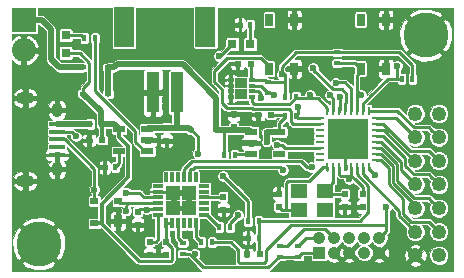
<source format=gtl>
G04 #@! TF.FileFunction,Copper,L1,Top,Signal*
%FSLAX46Y46*%
G04 Gerber Fmt 4.6, Leading zero omitted, Abs format (unit mm)*
G04 Created by KiCad (PCBNEW 0.201602050916+6538~42~ubuntu15.10.1-product) date Fri 05 Feb 2016 02:22:28 PM EST*
%MOMM*%
G01*
G04 APERTURE LIST*
%ADD10C,0.100000*%
%ADD11R,1.050000X1.050000*%
%ADD12C,1.050000*%
%ADD13C,0.600000*%
%ADD14R,0.600000X0.500000*%
%ADD15R,0.850000X0.300000*%
%ADD16R,0.300000X0.850000*%
%ADD17R,1.300000X1.300000*%
%ADD18R,0.600000X0.400000*%
%ADD19R,0.400000X0.600000*%
%ADD20R,1.000000X0.600000*%
%ADD21R,0.700000X1.000000*%
%ADD22R,0.700000X0.600000*%
%ADD23R,2.032000X2.032000*%
%ADD24O,2.032000X2.032000*%
%ADD25R,1.000000X3.500000*%
%ADD26R,1.700000X3.400000*%
%ADD27R,0.500000X0.600000*%
%ADD28R,0.797560X0.797560*%
%ADD29R,0.590000X0.450000*%
%ADD30R,0.250000X0.700000*%
%ADD31R,0.700000X0.250000*%
%ADD32R,1.725000X1.725000*%
%ADD33R,1.400000X1.200000*%
%ADD34C,3.800000*%
%ADD35R,0.650000X1.050000*%
%ADD36R,1.350000X0.400000*%
%ADD37O,0.950000X1.250000*%
%ADD38O,1.550000X1.000000*%
%ADD39R,0.500000X0.300000*%
%ADD40R,1.060000X0.880000*%
%ADD41C,1.250000*%
%ADD42C,0.250000*%
%ADD43C,0.500000*%
%ADD44C,0.350000*%
%ADD45C,0.125000*%
G04 APERTURE END LIST*
D10*
D11*
X155575000Y-107696000D03*
D12*
X156845000Y-107696000D03*
X158115000Y-107696000D03*
X159385000Y-107696000D03*
X160655000Y-107696000D03*
X156845000Y-106426000D03*
X158115000Y-106426000D03*
X159385000Y-106426000D03*
X160655000Y-106426000D03*
X155575000Y-106426000D03*
D13*
X154432000Y-91313000D03*
X160274000Y-91567000D03*
X154686000Y-99441000D03*
X147955000Y-107442000D03*
X145288000Y-91313000D03*
X147320000Y-93091000D03*
X145923000Y-91059000D03*
D14*
X151511000Y-96012000D03*
X150411000Y-96012000D03*
D13*
X158496000Y-103886000D03*
X158496000Y-103124000D03*
X152273000Y-101854000D03*
X138176000Y-101473000D03*
X137414000Y-101600000D03*
X138049000Y-98298000D03*
X137414000Y-99187000D03*
X142621000Y-99949000D03*
X143002000Y-99314000D03*
X142240000Y-99314000D03*
X143891000Y-88773000D03*
X143510000Y-88138000D03*
X144145000Y-88138000D03*
X162814000Y-94107000D03*
X163322000Y-94615000D03*
X161798000Y-94996000D03*
X154178000Y-93345000D03*
X154432000Y-92710000D03*
X142494000Y-95377000D03*
X142494000Y-94742000D03*
X142494000Y-94107000D03*
X141478000Y-96393000D03*
X140335000Y-95377000D03*
X140335000Y-94742000D03*
X140335000Y-94107000D03*
X148209000Y-108077000D03*
X147574000Y-108077000D03*
X153670000Y-108966000D03*
X153035000Y-108966000D03*
X152400000Y-108966000D03*
X149606000Y-87249000D03*
X148971000Y-87249000D03*
X148336000Y-87249000D03*
X147701000Y-87249000D03*
X139827000Y-106934000D03*
X140081000Y-106299000D03*
X139319000Y-106299000D03*
X143226000Y-103916000D03*
X144526000Y-103886000D03*
X144526000Y-102616000D03*
X143226000Y-102616000D03*
X149606000Y-101219000D03*
X150368000Y-101219000D03*
X149987000Y-101854000D03*
X154686000Y-98044000D03*
X157152000Y-98933000D03*
X158877000Y-98933000D03*
X158877000Y-97208000D03*
D15*
X141926000Y-102016000D03*
X141926000Y-102516000D03*
X141926000Y-103016000D03*
X141926000Y-103516000D03*
X141926000Y-104016000D03*
X141926000Y-104516000D03*
D16*
X142626000Y-105216000D03*
X143126000Y-105216000D03*
X143626000Y-105216000D03*
X144126000Y-105216000D03*
X144626000Y-105216000D03*
X145126000Y-105216000D03*
D15*
X145826000Y-104516000D03*
X145826000Y-104016000D03*
X145826000Y-103516000D03*
X145826000Y-103016000D03*
X145826000Y-102516000D03*
X145826000Y-102016000D03*
D16*
X145126000Y-101316000D03*
X144626000Y-101316000D03*
X144126000Y-101316000D03*
X143626000Y-101316000D03*
X143126000Y-101316000D03*
X142626000Y-101316000D03*
D17*
X144526000Y-103916000D03*
X144526000Y-102616000D03*
X143226000Y-103916000D03*
X143226000Y-102616000D03*
D18*
X151257000Y-93276000D03*
X151257000Y-94176000D03*
D19*
X162560000Y-92964000D03*
X163460000Y-92964000D03*
D14*
X149775000Y-91694000D03*
X148675000Y-91694000D03*
D20*
X141027000Y-99121000D03*
X141027000Y-98171000D03*
X141027000Y-97221000D03*
X138627000Y-97221000D03*
X138627000Y-99121000D03*
D19*
X137096500Y-96774000D03*
X136196500Y-96774000D03*
D21*
X138541000Y-105017000D03*
D22*
X138541000Y-103317000D03*
X136541000Y-103317000D03*
X136541000Y-105217000D03*
D23*
X130556000Y-88011000D03*
D24*
X130556000Y-90551000D03*
D25*
X143494000Y-94118000D03*
X141494000Y-94118000D03*
D26*
X145944000Y-88568000D03*
X139044000Y-88568000D03*
D14*
X137202000Y-98171000D03*
X136102000Y-98171000D03*
D27*
X142621000Y-97113000D03*
X142621000Y-98213000D03*
X148336000Y-97070000D03*
X148336000Y-95970000D03*
X142621000Y-106765000D03*
X142621000Y-107865000D03*
X140208000Y-104225000D03*
X140208000Y-105325000D03*
X147447000Y-102955000D03*
X147447000Y-104055000D03*
X141224000Y-107865000D03*
X141224000Y-106765000D03*
D14*
X150537000Y-107823000D03*
X149437000Y-107823000D03*
D27*
X152146000Y-102701000D03*
X152146000Y-103801000D03*
X157734000Y-103843000D03*
X157734000Y-102743000D03*
X159258000Y-102701000D03*
X159258000Y-103801000D03*
D28*
X134112000Y-90792300D03*
X134112000Y-89293700D03*
D29*
X146851000Y-97282000D03*
X144741000Y-97282000D03*
D28*
X148221700Y-90043000D03*
X149720300Y-90043000D03*
D20*
X149803000Y-97475000D03*
X149803000Y-98425000D03*
X149803000Y-99375000D03*
X152203000Y-99375000D03*
X152203000Y-97475000D03*
D30*
X159764500Y-95670500D03*
X159264500Y-95670500D03*
X158764500Y-95670500D03*
X158264500Y-95670500D03*
X157764500Y-95670500D03*
X157264500Y-95670500D03*
X156764500Y-95670500D03*
X156264500Y-95670500D03*
D31*
X155614500Y-96320500D03*
X155614500Y-96820500D03*
X155614500Y-97320500D03*
X155614500Y-97820500D03*
X155614500Y-98320500D03*
X155614500Y-98820500D03*
X155614500Y-99320500D03*
X155614500Y-99820500D03*
D30*
X156264500Y-100470500D03*
X156764500Y-100470500D03*
X157264500Y-100470500D03*
X157764500Y-100470500D03*
X158264500Y-100470500D03*
X158764500Y-100470500D03*
X159264500Y-100470500D03*
X159764500Y-100470500D03*
D31*
X160414500Y-99820500D03*
X160414500Y-99320500D03*
X160414500Y-98820500D03*
X160414500Y-98320500D03*
X160414500Y-97820500D03*
X160414500Y-97320500D03*
X160414500Y-96820500D03*
X160414500Y-96320500D03*
D32*
X157152000Y-98933000D03*
X158877000Y-98933000D03*
X157152000Y-97208000D03*
X158877000Y-97208000D03*
D19*
X136588500Y-89535000D03*
X135688500Y-89535000D03*
X137408500Y-100457000D03*
X138308500Y-100457000D03*
X148405000Y-99441000D03*
X147505000Y-99441000D03*
D18*
X144018000Y-107765000D03*
X144018000Y-106865000D03*
D19*
X149744000Y-88392000D03*
X148844000Y-88392000D03*
X149537000Y-105029000D03*
X150437000Y-105029000D03*
X150437000Y-106426000D03*
X149537000Y-106426000D03*
D18*
X153797000Y-108019000D03*
X153797000Y-107119000D03*
X152273000Y-108019000D03*
X152273000Y-107119000D03*
X157099000Y-90736000D03*
X157099000Y-91636000D03*
D19*
X152712000Y-96139000D03*
X153612000Y-96139000D03*
X152712000Y-94488000D03*
X153612000Y-94488000D03*
D33*
X153840000Y-104051000D03*
X156040000Y-104051000D03*
X153840000Y-102451000D03*
X156040000Y-102451000D03*
D34*
X131826000Y-106934000D03*
X164592000Y-89281000D03*
D35*
X151325000Y-92118000D03*
X151325000Y-87968000D03*
X153475000Y-92118000D03*
X153475000Y-87968000D03*
X159072000Y-92118000D03*
X159072000Y-87968000D03*
X161222000Y-92118000D03*
X161222000Y-87968000D03*
D29*
X137707000Y-94234000D03*
X135597000Y-94234000D03*
X137707000Y-92011500D03*
X135597000Y-92011500D03*
D36*
X133388540Y-96806600D03*
X133388540Y-97456600D03*
X133388540Y-98106600D03*
X133388540Y-98756600D03*
X133388540Y-99406600D03*
D37*
X133388540Y-95606600D03*
X133388540Y-100606600D03*
D38*
X130688540Y-94606600D03*
X130688540Y-101606600D03*
D39*
X148071000Y-93044000D03*
X148071000Y-93544000D03*
X148071000Y-94044000D03*
X148071000Y-94544000D03*
X149871000Y-94544000D03*
X149871000Y-94044000D03*
X149871000Y-93544000D03*
X149871000Y-93044000D03*
D40*
X148971000Y-94234000D03*
X148971000Y-93354000D03*
D13*
X157152000Y-97208000D03*
D41*
X165703000Y-107918000D03*
X163703000Y-107918000D03*
X165703000Y-105918000D03*
X163703000Y-105918000D03*
X165703000Y-103918000D03*
X163703000Y-103918000D03*
X165703000Y-101918000D03*
X163703000Y-101918000D03*
X165703000Y-99918000D03*
X163703000Y-99918000D03*
X165703000Y-97918000D03*
X163703000Y-97918000D03*
X165703000Y-95918000D03*
X163703000Y-95918000D03*
D19*
X146500000Y-106807000D03*
X145600000Y-106807000D03*
X147124000Y-105537000D03*
X148024000Y-105537000D03*
D13*
X148209000Y-98298000D03*
X148844000Y-98298000D03*
X145288000Y-99314000D03*
X147447000Y-101219000D03*
X152400000Y-92600010D03*
X151130000Y-98298000D03*
X151130000Y-97536000D03*
X158115000Y-101473000D03*
X145034000Y-107823000D03*
X140970000Y-104041010D03*
X154813000Y-94361000D03*
X156464000Y-94361000D03*
X157353000Y-94488000D03*
X161250262Y-103798738D03*
X159096991Y-94361000D03*
X150622000Y-94615000D03*
X153797000Y-95377000D03*
X152527000Y-100711000D03*
X156965034Y-93338863D03*
X154940000Y-100457000D03*
X160274000Y-101092000D03*
X139255500Y-104140000D03*
X135001000Y-97853500D03*
X136541000Y-102362000D03*
X139255500Y-102616000D03*
X147066000Y-91059000D03*
X155067000Y-92075000D03*
X152001990Y-98552000D03*
X151765000Y-94361000D03*
X162151762Y-91848238D03*
X148717000Y-104521000D03*
D42*
X134112000Y-90792300D02*
X135302802Y-90792300D01*
X135302802Y-90792300D02*
X136117001Y-91606499D01*
X136117001Y-91606499D02*
X136117001Y-93238999D01*
X136117001Y-93238999D02*
X135597000Y-93759000D01*
X135597000Y-93759000D02*
X135597000Y-94234000D01*
D43*
X137096500Y-96774000D02*
X137096500Y-95733500D01*
X137096500Y-95733500D02*
X135597000Y-94234000D01*
D42*
X137141000Y-105217000D02*
X137033000Y-105217000D01*
D44*
X137033000Y-105217000D02*
X136541000Y-105217000D01*
X138627000Y-97221000D02*
X138627000Y-97871000D01*
X138627000Y-97871000D02*
X139402001Y-98646001D01*
X139402001Y-98646001D02*
X139402001Y-101310997D01*
X139402001Y-101310997D02*
X137166001Y-103546997D01*
X137166001Y-105083999D02*
X137033000Y-105217000D01*
X137166001Y-103546997D02*
X137166001Y-105083999D01*
X137202000Y-98171000D02*
X137202000Y-96879500D01*
X137202000Y-96879500D02*
X137096500Y-96774000D01*
D43*
X137096500Y-96774000D02*
X138180000Y-96774000D01*
X138180000Y-96774000D02*
X138627000Y-97221000D01*
X138827000Y-97221000D02*
X138627000Y-97221000D01*
D42*
X136541000Y-105217000D02*
X136491000Y-105217000D01*
X142621000Y-106765000D02*
X142621000Y-106815000D01*
X142621000Y-106815000D02*
X143096001Y-107290001D01*
X143096001Y-107290001D02*
X143096001Y-108345001D01*
X143096001Y-108345001D02*
X143051001Y-108390001D01*
X143051001Y-108390001D02*
X140314001Y-108390001D01*
X140314001Y-108390001D02*
X137141000Y-105217000D01*
X143126000Y-105216000D02*
X142626000Y-105216000D01*
X142621000Y-106765000D02*
X142621000Y-105221000D01*
X142621000Y-105221000D02*
X142626000Y-105216000D01*
X141926000Y-102516000D02*
X143126000Y-102516000D01*
X143126000Y-102516000D02*
X143226000Y-102616000D01*
X148336000Y-95970000D02*
X148336000Y-95885000D01*
D43*
X148209000Y-98298000D02*
X148844000Y-98298000D01*
X149803000Y-98425000D02*
X148971000Y-98425000D01*
X148971000Y-98425000D02*
X148844000Y-98298000D01*
D42*
X157764500Y-100470500D02*
X157764500Y-99545500D01*
X147447000Y-101219000D02*
X149537000Y-103309000D01*
X149537000Y-103309000D02*
X149537000Y-105029000D01*
X145288000Y-99314000D02*
X145288000Y-97829000D01*
X145288000Y-97829000D02*
X144741000Y-97282000D01*
D43*
X142621000Y-97113000D02*
X143637000Y-97113000D01*
X143637000Y-97113000D02*
X144572000Y-97113000D01*
X143494000Y-94118000D02*
X143494000Y-96970000D01*
X143494000Y-96970000D02*
X143637000Y-97113000D01*
X144572000Y-97113000D02*
X144741000Y-97282000D01*
X142621000Y-97113000D02*
X141135000Y-97113000D01*
X141135000Y-97113000D02*
X141027000Y-97221000D01*
D42*
X155575000Y-107696000D02*
X154120000Y-107696000D01*
X154120000Y-107696000D02*
X153797000Y-108019000D01*
X152273000Y-108019000D02*
X153797000Y-108019000D01*
X145736001Y-108933001D02*
X151258999Y-108933001D01*
X151258999Y-108933001D02*
X152173000Y-108019000D01*
X152173000Y-108019000D02*
X152273000Y-108019000D01*
X157099000Y-90736000D02*
X162364000Y-90736000D01*
X162364000Y-90736000D02*
X163449000Y-91821000D01*
X163449000Y-91821000D02*
X163449000Y-92403000D01*
X163449000Y-92403000D02*
X163460000Y-92414000D01*
X163460000Y-92414000D02*
X163460000Y-92964000D01*
X157099000Y-90736000D02*
X153601998Y-90736000D01*
X153601998Y-90736000D02*
X152400000Y-91937998D01*
X152400000Y-91937998D02*
X152400000Y-92175746D01*
X152400000Y-92175746D02*
X152400000Y-92600010D01*
X152712000Y-92583000D02*
X152712000Y-93218000D01*
X152400000Y-92600010D02*
X152694990Y-92600010D01*
X152694990Y-92600010D02*
X152712000Y-92583000D01*
X151511000Y-96012000D02*
X152585000Y-96012000D01*
X152585000Y-96012000D02*
X152712000Y-96139000D01*
X149775000Y-91694000D02*
X149775000Y-92948000D01*
X149775000Y-92948000D02*
X149871000Y-93044000D01*
X152712000Y-93218000D02*
X152712000Y-94488000D01*
X151257000Y-93276000D02*
X152654000Y-93276000D01*
X152654000Y-93276000D02*
X152712000Y-93218000D01*
X149871000Y-93044000D02*
X151025000Y-93044000D01*
X151025000Y-93044000D02*
X151257000Y-93276000D01*
D43*
X151130000Y-98298000D02*
X151130000Y-97536000D01*
D42*
X157351500Y-101157500D02*
X158115000Y-101157500D01*
X158115000Y-101157500D02*
X158264500Y-101157500D01*
X158115000Y-101473000D02*
X158115000Y-101157500D01*
D43*
X152203000Y-97475000D02*
X151191000Y-97475000D01*
X151191000Y-97475000D02*
X151130000Y-97536000D01*
D42*
X158580000Y-101473000D02*
X158264500Y-101157500D01*
X159258000Y-102151000D02*
X158580000Y-101473000D01*
X157264500Y-100470500D02*
X157264500Y-101070500D01*
X157264500Y-101070500D02*
X157351500Y-101157500D01*
X159258000Y-102701000D02*
X159258000Y-102151000D01*
X158264500Y-101157500D02*
X158264500Y-101070500D01*
X158264500Y-101070500D02*
X158264500Y-100470500D01*
X152712000Y-96139000D02*
X152712000Y-96239000D01*
X152712000Y-96239000D02*
X152203000Y-96748000D01*
X152203000Y-96748000D02*
X152203000Y-97043000D01*
X152203000Y-97475000D02*
X152203000Y-97043000D01*
X144568000Y-107765000D02*
X144780000Y-107977000D01*
X144780000Y-107977000D02*
X145736001Y-108933001D01*
X145034000Y-107823000D02*
X144934000Y-107823000D01*
X144934000Y-107823000D02*
X144780000Y-107977000D01*
X140843000Y-104016000D02*
X140417000Y-104016000D01*
X141926000Y-104016000D02*
X140843000Y-104016000D01*
X140843000Y-104016000D02*
X140944990Y-104016000D01*
X140944990Y-104016000D02*
X140970000Y-104041010D01*
X144018000Y-107765000D02*
X144568000Y-107765000D01*
X140417000Y-104016000D02*
X140208000Y-104225000D01*
X145826000Y-104516000D02*
X146103000Y-104516000D01*
X146103000Y-104516000D02*
X147124000Y-105537000D01*
D43*
X132842000Y-91295000D02*
X133558500Y-92011500D01*
X133558500Y-92011500D02*
X135597000Y-92011500D01*
X132842000Y-88781000D02*
X132842000Y-91295000D01*
X130556000Y-88011000D02*
X132072000Y-88011000D01*
X132072000Y-88011000D02*
X132842000Y-88781000D01*
D42*
X153612000Y-94488000D02*
X153612000Y-94588000D01*
X153059999Y-95140001D02*
X150067001Y-95140001D01*
X153612000Y-94588000D02*
X153059999Y-95140001D01*
X150067001Y-95140001D02*
X149871000Y-94944000D01*
X149871000Y-94944000D02*
X149871000Y-94544000D01*
X149971000Y-94544000D02*
X149871000Y-94544000D01*
X153612000Y-94615000D02*
X154686000Y-94615000D01*
X154686000Y-94615000D02*
X155434000Y-94615000D01*
X154813000Y-94361000D02*
X154686000Y-94488000D01*
X154686000Y-94488000D02*
X154686000Y-94615000D01*
X155434000Y-94615000D02*
X156264500Y-95445500D01*
X156264500Y-95445500D02*
X156264500Y-95670500D01*
X153797000Y-107119000D02*
X154490000Y-106426000D01*
X154490000Y-106426000D02*
X155575000Y-106426000D01*
X156464000Y-94361000D02*
X156764500Y-94661500D01*
X156764500Y-94661500D02*
X156764500Y-95670500D01*
X152273000Y-107119000D02*
X152823000Y-107119000D01*
X154266001Y-105675999D02*
X156094999Y-105675999D01*
X152823000Y-107119000D02*
X154266001Y-105675999D01*
X156094999Y-105675999D02*
X156320001Y-105901001D01*
X156320001Y-105901001D02*
X156845000Y-106426000D01*
X157353000Y-94488000D02*
X157353000Y-95582000D01*
X157353000Y-95582000D02*
X157264500Y-95670500D01*
X161250262Y-103798738D02*
X161250262Y-105283000D01*
X151062001Y-107424997D02*
X153161007Y-105325991D01*
X161250262Y-105283000D02*
X161250262Y-105830738D01*
X150878009Y-108582991D02*
X151062001Y-108398999D01*
X151062001Y-108398999D02*
X151062001Y-107424997D01*
X153161007Y-105325991D02*
X161207271Y-105325991D01*
X161207271Y-105325991D02*
X161250262Y-105283000D01*
X161250262Y-105830738D02*
X160655000Y-106426000D01*
X157099000Y-91636000D02*
X158590000Y-91636000D01*
X158590000Y-91636000D02*
X159072000Y-92118000D01*
X146500000Y-106807000D02*
X148097002Y-106807000D01*
X148875993Y-108582991D02*
X150878009Y-108582991D01*
X148097002Y-106807000D02*
X148734001Y-107443999D01*
X148734001Y-108440999D02*
X148875993Y-108582991D01*
X148734001Y-107443999D02*
X148734001Y-108440999D01*
X161290000Y-103838476D02*
X161250262Y-103798738D01*
X158747000Y-94011009D02*
X159096991Y-94361000D01*
X158747000Y-93948000D02*
X158747000Y-94011009D01*
X158747000Y-92643000D02*
X158747000Y-93948000D01*
X158747000Y-93948000D02*
X158764500Y-93965500D01*
X158764500Y-93965500D02*
X158764500Y-95670500D01*
X159072000Y-92118000D02*
X159072000Y-92318000D01*
X159072000Y-92318000D02*
X158747000Y-92643000D01*
X149871000Y-94044000D02*
X150371000Y-94044000D01*
X150371000Y-94044000D02*
X150622000Y-94295000D01*
X150622000Y-94295000D02*
X150622000Y-94615000D01*
X153797000Y-95377000D02*
X153797000Y-95954000D01*
X153797000Y-95954000D02*
X153612000Y-96139000D01*
X155614500Y-96320500D02*
X153793500Y-96320500D01*
X153793500Y-96320500D02*
X153612000Y-96139000D01*
X152227001Y-100411001D02*
X152527000Y-100711000D01*
X144877998Y-100584000D02*
X145050997Y-100411001D01*
X145050997Y-100411001D02*
X152227001Y-100411001D01*
X144626000Y-101316000D02*
X144626000Y-100641000D01*
X144626000Y-100641000D02*
X144683000Y-100584000D01*
X144683000Y-100584000D02*
X144877998Y-100584000D01*
X157027306Y-93276591D02*
X156965034Y-93338863D01*
X157742282Y-93276591D02*
X157027306Y-93276591D01*
X158264500Y-93798809D02*
X157742282Y-93276591D01*
X158264500Y-95670500D02*
X158264500Y-93798809D01*
X154515736Y-100457000D02*
X154940000Y-100457000D01*
X154024737Y-99966001D02*
X154515736Y-100457000D01*
X144800999Y-99966001D02*
X154024737Y-99966001D01*
X144126000Y-101316000D02*
X144126000Y-100641000D01*
X144126000Y-100641000D02*
X144800999Y-99966001D01*
X159764500Y-100470500D02*
X159764500Y-100582500D01*
X159764500Y-100582500D02*
X160274000Y-101092000D01*
X159764500Y-95670500D02*
X162197498Y-95670500D01*
X165078001Y-97293001D02*
X165703000Y-97918000D01*
X162197498Y-95670500D02*
X163594997Y-97067999D01*
X163594997Y-97067999D02*
X164852999Y-97067999D01*
X164852999Y-97067999D02*
X165078001Y-97293001D01*
X159264500Y-100470500D02*
X159264500Y-101070500D01*
X159264500Y-101070500D02*
X162336990Y-104142990D01*
X163078001Y-105293001D02*
X163703000Y-105918000D01*
X162336990Y-104142990D02*
X162336990Y-104551990D01*
X162336990Y-104551990D02*
X163078001Y-105293001D01*
X160414500Y-99820500D02*
X160780500Y-99820500D01*
X161452959Y-101915937D02*
X162687000Y-103149978D01*
X162687000Y-104394000D02*
X163360999Y-105067999D01*
X163360999Y-105067999D02*
X164852999Y-105067999D01*
X160780500Y-99820500D02*
X161452959Y-100492959D01*
X161452959Y-100492959D02*
X161452959Y-101915937D01*
X162687000Y-103149978D02*
X162687000Y-104394000D01*
X164852999Y-105067999D02*
X165078001Y-105293001D01*
X165078001Y-105293001D02*
X165703000Y-105918000D01*
X160414500Y-99320500D02*
X160794502Y-99320500D01*
X160794502Y-99320500D02*
X161802969Y-100328967D01*
X161802969Y-100328967D02*
X161802969Y-101770959D01*
X161802969Y-101770959D02*
X163703000Y-103670990D01*
X163703000Y-103670990D02*
X163703000Y-103918000D01*
X160414500Y-98820500D02*
X160796500Y-98820500D01*
X160796500Y-98820500D02*
X162152979Y-100176979D01*
X162152979Y-100176979D02*
X162152979Y-101625981D01*
X162152979Y-101625981D02*
X163594997Y-103067999D01*
X163594997Y-103067999D02*
X164852999Y-103067999D01*
X165078001Y-103293001D02*
X165703000Y-103918000D01*
X164852999Y-103067999D02*
X165078001Y-103293001D01*
X160414500Y-98320500D02*
X160794502Y-98320500D01*
X160794502Y-98320500D02*
X162502989Y-100028987D01*
X162502989Y-100028987D02*
X162502989Y-100717989D01*
X162502989Y-100717989D02*
X163703000Y-101918000D01*
X160414500Y-97820500D02*
X161014500Y-97820500D01*
X165078001Y-101293001D02*
X165703000Y-101918000D01*
X161014500Y-97820500D02*
X162852999Y-99658999D01*
X162852999Y-99658999D02*
X162852999Y-100326001D01*
X162852999Y-100326001D02*
X163594997Y-101067999D01*
X164852999Y-101067999D02*
X165078001Y-101293001D01*
X163594997Y-101067999D02*
X164852999Y-101067999D01*
X160414500Y-97320500D02*
X161019512Y-97320500D01*
X161019512Y-97320500D02*
X163617012Y-99918000D01*
X163617012Y-99918000D02*
X163703000Y-99918000D01*
X160414500Y-96820500D02*
X161014500Y-96820500D01*
X161014500Y-96820500D02*
X163261999Y-99067999D01*
X163261999Y-99067999D02*
X164852999Y-99067999D01*
X164852999Y-99067999D02*
X165078001Y-99293001D01*
X165078001Y-99293001D02*
X165703000Y-99918000D01*
X160414500Y-96320500D02*
X162105500Y-96320500D01*
X162105500Y-96320500D02*
X163703000Y-97918000D01*
X139255500Y-104140000D02*
X139255500Y-103715736D01*
X139255500Y-103715736D02*
X139319000Y-103652236D01*
X139319000Y-103652236D02*
X139319000Y-103516000D01*
X133388540Y-97456600D02*
X134604100Y-97456600D01*
X134604100Y-97456600D02*
X135001000Y-97853500D01*
X141926000Y-103516000D02*
X139446000Y-103516000D01*
X139446000Y-103516000D02*
X139319000Y-103516000D01*
X139319000Y-103516000D02*
X138740000Y-103516000D01*
X138740000Y-103516000D02*
X138541000Y-103317000D01*
X136541000Y-100629058D02*
X136541000Y-102362000D01*
X136541000Y-102362000D02*
X136541000Y-102767000D01*
X141926000Y-103016000D02*
X140719998Y-103016000D01*
X140719998Y-103016000D02*
X140319998Y-102616000D01*
X140319998Y-102616000D02*
X139255500Y-102616000D01*
X133388540Y-98106600D02*
X134018542Y-98106600D01*
X134018542Y-98106600D02*
X136541000Y-100629058D01*
X136541000Y-102767000D02*
X136541000Y-103317000D01*
X149720300Y-90043000D02*
X149720300Y-88415700D01*
X149720300Y-88415700D02*
X149744000Y-88392000D01*
X138627000Y-99121000D02*
X138627000Y-100138500D01*
X138627000Y-100138500D02*
X138308500Y-100457000D01*
X149803000Y-99375000D02*
X148471000Y-99375000D01*
X148471000Y-99375000D02*
X148405000Y-99441000D01*
X149795000Y-99383000D02*
X149803000Y-99375000D01*
X157734000Y-102743000D02*
X156332000Y-102743000D01*
X156332000Y-102743000D02*
X156040000Y-102451000D01*
X156040000Y-102451000D02*
X156764500Y-101726500D01*
X156764500Y-101726500D02*
X156764500Y-100470500D01*
D43*
X133388540Y-96806600D02*
X136163900Y-96806600D01*
X136163900Y-96806600D02*
X136196500Y-96774000D01*
D42*
X143626000Y-105216000D02*
X143626000Y-106473000D01*
X143626000Y-106473000D02*
X144018000Y-106865000D01*
X147066000Y-91059000D02*
X147205700Y-91059000D01*
X147205700Y-91059000D02*
X148221700Y-90043000D01*
X157764500Y-95670500D02*
X157764500Y-95070500D01*
X155067000Y-92186998D02*
X155067000Y-92075000D01*
X157764500Y-95070500D02*
X157878001Y-94956999D01*
X157878001Y-94956999D02*
X157878001Y-94235999D01*
X157878001Y-94235999D02*
X157505866Y-93863864D01*
X157505866Y-93863864D02*
X156743866Y-93863864D01*
X156743866Y-93863864D02*
X155067000Y-92186998D01*
X145826000Y-103016000D02*
X147386000Y-103016000D01*
X147386000Y-103016000D02*
X147447000Y-102955000D01*
X141926000Y-104516000D02*
X141926000Y-106563000D01*
X141926000Y-106563000D02*
X141724000Y-106765000D01*
X141724000Y-106765000D02*
X141224000Y-106765000D01*
X159733001Y-102039001D02*
X159733001Y-104281001D01*
X159733001Y-104281001D02*
X159038023Y-104975979D01*
X159038023Y-104975979D02*
X150940021Y-104975979D01*
X150940021Y-104975979D02*
X150887000Y-105029000D01*
X150887000Y-105029000D02*
X150437000Y-105029000D01*
X150437000Y-106426000D02*
X150437000Y-107723000D01*
X150437000Y-107723000D02*
X150537000Y-107823000D01*
X150437000Y-105029000D02*
X150437000Y-106426000D01*
X158764500Y-100470500D02*
X158764500Y-101070500D01*
X158764500Y-101070500D02*
X159733001Y-102039001D01*
X153840000Y-104051000D02*
X152781000Y-104051000D01*
X152781000Y-104051000D02*
X152396000Y-104051000D01*
X156264500Y-100470500D02*
X155889500Y-100470500D01*
X152798001Y-101787997D02*
X152798001Y-104033999D01*
X152798001Y-104033999D02*
X152781000Y-104051000D01*
X155889500Y-100470500D02*
X154734001Y-101625999D01*
X154734001Y-101625999D02*
X152959999Y-101625999D01*
X152959999Y-101625999D02*
X152798001Y-101787997D01*
X152146000Y-103801000D02*
X152146000Y-103751000D01*
X156264500Y-100695500D02*
X156264500Y-100470500D01*
X152396000Y-104051000D02*
X152146000Y-103801000D01*
X134112000Y-89293700D02*
X135447200Y-89293700D01*
X135447200Y-89293700D02*
X135688500Y-89535000D01*
X140017500Y-98311500D02*
X140827000Y-99121000D01*
X140827000Y-99121000D02*
X141027000Y-99121000D01*
X140017500Y-97406498D02*
X140017500Y-98311500D01*
X136588500Y-89535000D02*
X136588500Y-93977498D01*
X136588500Y-93977498D02*
X140017500Y-97406498D01*
D43*
X144013502Y-91757500D02*
X146851000Y-94594998D01*
X146851000Y-94594998D02*
X146851000Y-97282000D01*
X138493500Y-91757500D02*
X144013502Y-91757500D01*
X138239500Y-92011500D02*
X138493500Y-91757500D01*
X137707000Y-92011500D02*
X138239500Y-92011500D01*
X137707000Y-94234000D02*
X137707000Y-92011500D01*
D42*
X147505000Y-97467000D02*
X147320000Y-97282000D01*
D43*
X147320000Y-97282000D02*
X148209000Y-97282000D01*
X148209000Y-97282000D02*
X149610000Y-97282000D01*
D42*
X148336000Y-97070000D02*
X148336000Y-97155000D01*
X148336000Y-97155000D02*
X148209000Y-97282000D01*
X147505000Y-99441000D02*
X147505000Y-97467000D01*
D43*
X146851000Y-97282000D02*
X147320000Y-97282000D01*
X149610000Y-97282000D02*
X149803000Y-97475000D01*
D42*
X152001990Y-98552000D02*
X152426254Y-98552000D01*
X152426254Y-98552000D02*
X152694754Y-98820500D01*
X152694754Y-98820500D02*
X155014500Y-98820500D01*
X155014500Y-98820500D02*
X155614500Y-98820500D01*
X151257000Y-94176000D02*
X151580000Y-94176000D01*
X151580000Y-94176000D02*
X151765000Y-94361000D01*
X151257000Y-94176000D02*
X150625000Y-93544000D01*
X150625000Y-93544000D02*
X149871000Y-93544000D01*
X145126000Y-105216000D02*
X145126000Y-106333000D01*
X145126000Y-106333000D02*
X145600000Y-106807000D01*
X162560000Y-92964000D02*
X162179000Y-92964000D01*
X162179000Y-92964000D02*
X161371000Y-92964000D01*
X162151762Y-91848238D02*
X162151762Y-92936762D01*
X162151762Y-92936762D02*
X162179000Y-92964000D01*
X148024000Y-105537000D02*
X148024000Y-105214000D01*
X148024000Y-105214000D02*
X148717000Y-104521000D01*
X161371000Y-92964000D02*
X159893000Y-94442000D01*
X159893000Y-94442000D02*
X159264500Y-95070500D01*
X159264500Y-95070500D02*
X159264500Y-95670500D01*
X151325000Y-92118000D02*
X151325000Y-91918000D01*
X151325000Y-91918000D02*
X150625999Y-91218999D01*
X147768999Y-95444999D02*
X149877011Y-95444999D01*
X150625999Y-91218999D02*
X147795001Y-91218999D01*
X147795001Y-91218999D02*
X146685000Y-92329000D01*
X146685000Y-92329000D02*
X146685000Y-93218000D01*
X146685000Y-93218000D02*
X147326010Y-93859010D01*
X147326010Y-93859010D02*
X147326010Y-95002010D01*
X153186999Y-96619001D02*
X153388498Y-96820500D01*
X155014500Y-96820500D02*
X155614500Y-96820500D01*
X147326010Y-95002010D02*
X147768999Y-95444999D01*
X149877011Y-95444999D02*
X149969011Y-95536999D01*
X149969011Y-95536999D02*
X153015001Y-95536999D01*
X153015001Y-95536999D02*
X153186999Y-95708997D01*
X153186999Y-95708997D02*
X153186999Y-96619001D01*
X153388498Y-96820500D02*
X155014500Y-96820500D01*
D45*
G36*
X138002827Y-90268000D02*
X138017379Y-90341159D01*
X138058820Y-90403180D01*
X138120841Y-90444621D01*
X138194000Y-90459173D01*
X139894000Y-90459173D01*
X139967159Y-90444621D01*
X140029180Y-90403180D01*
X140070621Y-90341159D01*
X140085173Y-90268000D01*
X140085173Y-87003500D01*
X144902827Y-87003500D01*
X144902827Y-90268000D01*
X144917379Y-90341159D01*
X144958820Y-90403180D01*
X145020841Y-90444621D01*
X145094000Y-90459173D01*
X146794000Y-90459173D01*
X146867159Y-90444621D01*
X146929180Y-90403180D01*
X146970621Y-90341159D01*
X146985173Y-90268000D01*
X146985173Y-88621125D01*
X148327500Y-88621125D01*
X148327500Y-88754956D01*
X148375684Y-88871283D01*
X148464717Y-88960316D01*
X148581044Y-89008500D01*
X148664875Y-89008500D01*
X148744000Y-88929375D01*
X148744000Y-88542000D01*
X148406625Y-88542000D01*
X148327500Y-88621125D01*
X146985173Y-88621125D01*
X146985173Y-88029044D01*
X148327500Y-88029044D01*
X148327500Y-88162875D01*
X148406625Y-88242000D01*
X148744000Y-88242000D01*
X148744000Y-87854625D01*
X148944000Y-87854625D01*
X148944000Y-88242000D01*
X149044000Y-88242000D01*
X149044000Y-88542000D01*
X148944000Y-88542000D01*
X148944000Y-88929375D01*
X149023125Y-89008500D01*
X149106956Y-89008500D01*
X149223283Y-88960316D01*
X149312316Y-88871283D01*
X149360500Y-88754956D01*
X149360500Y-88730575D01*
X149367379Y-88765159D01*
X149407800Y-88825653D01*
X149407800Y-89453047D01*
X149321520Y-89453047D01*
X149248361Y-89467599D01*
X149186340Y-89509040D01*
X149144899Y-89571061D01*
X149130347Y-89644220D01*
X149130347Y-90441780D01*
X149144899Y-90514939D01*
X149186340Y-90576960D01*
X149248361Y-90618401D01*
X149321520Y-90632953D01*
X150119080Y-90632953D01*
X150192239Y-90618401D01*
X150254260Y-90576960D01*
X150295701Y-90514939D01*
X150310253Y-90441780D01*
X150310253Y-89644220D01*
X150295701Y-89571061D01*
X150254260Y-89509040D01*
X150192239Y-89467599D01*
X150119080Y-89453047D01*
X150032800Y-89453047D01*
X150032800Y-88941538D01*
X162357717Y-88941538D01*
X162397885Y-89822401D01*
X162657698Y-90449645D01*
X162920488Y-90681690D01*
X164321178Y-89281000D01*
X164862822Y-89281000D01*
X166263512Y-90681690D01*
X166526302Y-90449645D01*
X166826283Y-89620462D01*
X166786115Y-88739599D01*
X166526302Y-88112355D01*
X166263512Y-87880310D01*
X164862822Y-89281000D01*
X164321178Y-89281000D01*
X162920488Y-87880310D01*
X162657698Y-88112355D01*
X162357717Y-88941538D01*
X150032800Y-88941538D01*
X150032800Y-88858170D01*
X150079180Y-88827180D01*
X150120621Y-88765159D01*
X150135173Y-88692000D01*
X150135173Y-88092000D01*
X150120621Y-88018841D01*
X150079180Y-87956820D01*
X150017159Y-87915379D01*
X149944000Y-87900827D01*
X149544000Y-87900827D01*
X149470841Y-87915379D01*
X149408820Y-87956820D01*
X149367379Y-88018841D01*
X149360500Y-88053425D01*
X149360500Y-88029044D01*
X149312316Y-87912717D01*
X149223283Y-87823684D01*
X149106956Y-87775500D01*
X149023125Y-87775500D01*
X148944000Y-87854625D01*
X148744000Y-87854625D01*
X148664875Y-87775500D01*
X148581044Y-87775500D01*
X148464717Y-87823684D01*
X148375684Y-87912717D01*
X148327500Y-88029044D01*
X146985173Y-88029044D01*
X146985173Y-87443000D01*
X150808827Y-87443000D01*
X150808827Y-88493000D01*
X150823379Y-88566159D01*
X150864820Y-88628180D01*
X150926841Y-88669621D01*
X151000000Y-88684173D01*
X151650000Y-88684173D01*
X151723159Y-88669621D01*
X151785180Y-88628180D01*
X151826621Y-88566159D01*
X151841173Y-88493000D01*
X151841173Y-88238625D01*
X152833500Y-88238625D01*
X152833500Y-88555956D01*
X152881684Y-88672283D01*
X152970717Y-88761316D01*
X153087044Y-88809500D01*
X153233375Y-88809500D01*
X153312500Y-88730375D01*
X153312500Y-88159500D01*
X153637500Y-88159500D01*
X153637500Y-88730375D01*
X153716625Y-88809500D01*
X153862956Y-88809500D01*
X153979283Y-88761316D01*
X154068316Y-88672283D01*
X154116500Y-88555956D01*
X154116500Y-88238625D01*
X154037375Y-88159500D01*
X153637500Y-88159500D01*
X153312500Y-88159500D01*
X152912625Y-88159500D01*
X152833500Y-88238625D01*
X151841173Y-88238625D01*
X151841173Y-87443000D01*
X151828651Y-87380044D01*
X152833500Y-87380044D01*
X152833500Y-87697375D01*
X152912625Y-87776500D01*
X153312500Y-87776500D01*
X153312500Y-87205625D01*
X153637500Y-87205625D01*
X153637500Y-87776500D01*
X154037375Y-87776500D01*
X154116500Y-87697375D01*
X154116500Y-87443000D01*
X158555827Y-87443000D01*
X158555827Y-88493000D01*
X158570379Y-88566159D01*
X158611820Y-88628180D01*
X158673841Y-88669621D01*
X158747000Y-88684173D01*
X159397000Y-88684173D01*
X159470159Y-88669621D01*
X159532180Y-88628180D01*
X159573621Y-88566159D01*
X159588173Y-88493000D01*
X159588173Y-88238625D01*
X160580500Y-88238625D01*
X160580500Y-88555956D01*
X160628684Y-88672283D01*
X160717717Y-88761316D01*
X160834044Y-88809500D01*
X160980375Y-88809500D01*
X161059500Y-88730375D01*
X161059500Y-88159500D01*
X161384500Y-88159500D01*
X161384500Y-88730375D01*
X161463625Y-88809500D01*
X161609956Y-88809500D01*
X161726283Y-88761316D01*
X161815316Y-88672283D01*
X161863500Y-88555956D01*
X161863500Y-88238625D01*
X161784375Y-88159500D01*
X161384500Y-88159500D01*
X161059500Y-88159500D01*
X160659625Y-88159500D01*
X160580500Y-88238625D01*
X159588173Y-88238625D01*
X159588173Y-87443000D01*
X159575651Y-87380044D01*
X160580500Y-87380044D01*
X160580500Y-87697375D01*
X160659625Y-87776500D01*
X161059500Y-87776500D01*
X161059500Y-87205625D01*
X161384500Y-87205625D01*
X161384500Y-87776500D01*
X161784375Y-87776500D01*
X161863500Y-87697375D01*
X161863500Y-87609488D01*
X163191310Y-87609488D01*
X164592000Y-89010178D01*
X165992690Y-87609488D01*
X165760645Y-87346698D01*
X164931462Y-87046717D01*
X164050599Y-87086885D01*
X163423355Y-87346698D01*
X163191310Y-87609488D01*
X161863500Y-87609488D01*
X161863500Y-87380044D01*
X161815316Y-87263717D01*
X161726283Y-87174684D01*
X161609956Y-87126500D01*
X161463625Y-87126500D01*
X161384500Y-87205625D01*
X161059500Y-87205625D01*
X160980375Y-87126500D01*
X160834044Y-87126500D01*
X160717717Y-87174684D01*
X160628684Y-87263717D01*
X160580500Y-87380044D01*
X159575651Y-87380044D01*
X159573621Y-87369841D01*
X159532180Y-87307820D01*
X159470159Y-87266379D01*
X159397000Y-87251827D01*
X158747000Y-87251827D01*
X158673841Y-87266379D01*
X158611820Y-87307820D01*
X158570379Y-87369841D01*
X158555827Y-87443000D01*
X154116500Y-87443000D01*
X154116500Y-87380044D01*
X154068316Y-87263717D01*
X153979283Y-87174684D01*
X153862956Y-87126500D01*
X153716625Y-87126500D01*
X153637500Y-87205625D01*
X153312500Y-87205625D01*
X153233375Y-87126500D01*
X153087044Y-87126500D01*
X152970717Y-87174684D01*
X152881684Y-87263717D01*
X152833500Y-87380044D01*
X151828651Y-87380044D01*
X151826621Y-87369841D01*
X151785180Y-87307820D01*
X151723159Y-87266379D01*
X151650000Y-87251827D01*
X151000000Y-87251827D01*
X150926841Y-87266379D01*
X150864820Y-87307820D01*
X150823379Y-87369841D01*
X150808827Y-87443000D01*
X146985173Y-87443000D01*
X146985173Y-87003500D01*
X166869500Y-87003500D01*
X166869500Y-109211500D01*
X151393873Y-109211500D01*
X151479970Y-109153972D01*
X151972595Y-108661347D01*
X163230475Y-108661347D01*
X163305026Y-108791563D01*
X163669618Y-108877365D01*
X164039292Y-108817112D01*
X164100974Y-108791563D01*
X164175525Y-108661347D01*
X163703000Y-108188822D01*
X163230475Y-108661347D01*
X151972595Y-108661347D01*
X152223769Y-108410173D01*
X152573000Y-108410173D01*
X152646159Y-108395621D01*
X152708180Y-108354180D01*
X152723334Y-108331500D01*
X153346666Y-108331500D01*
X153361820Y-108354180D01*
X153423841Y-108395621D01*
X153497000Y-108410173D01*
X154097000Y-108410173D01*
X154170159Y-108395621D01*
X154232180Y-108354180D01*
X154273621Y-108292159D01*
X154288173Y-108219000D01*
X154288173Y-108008500D01*
X154858827Y-108008500D01*
X154858827Y-108221000D01*
X154873379Y-108294159D01*
X154914820Y-108356180D01*
X154976841Y-108397621D01*
X155050000Y-108412173D01*
X156100000Y-108412173D01*
X156173159Y-108397621D01*
X156235180Y-108356180D01*
X156258554Y-108321199D01*
X156374590Y-108437235D01*
X156446580Y-108365245D01*
X156508337Y-108485176D01*
X156835969Y-108553938D01*
X157164976Y-108492088D01*
X157181663Y-108485176D01*
X157243421Y-108365243D01*
X157716579Y-108365243D01*
X157778337Y-108485176D01*
X158105969Y-108553938D01*
X158434976Y-108492088D01*
X158451663Y-108485176D01*
X158513421Y-108365243D01*
X158115000Y-107966822D01*
X157716579Y-108365243D01*
X157243421Y-108365243D01*
X156845000Y-107966822D01*
X156830858Y-107980964D01*
X156560036Y-107710142D01*
X156574178Y-107696000D01*
X157115822Y-107696000D01*
X157291852Y-107872030D01*
X157318912Y-108015976D01*
X157325824Y-108032663D01*
X157445757Y-108094421D01*
X157480000Y-108060178D01*
X157514243Y-108094421D01*
X157634176Y-108032663D01*
X157667820Y-107872358D01*
X157844178Y-107696000D01*
X157668148Y-107519970D01*
X157641088Y-107376024D01*
X157634176Y-107359337D01*
X157514243Y-107297579D01*
X157480000Y-107331822D01*
X157445757Y-107297579D01*
X157325824Y-107359337D01*
X157292180Y-107519642D01*
X157115822Y-107696000D01*
X156574178Y-107696000D01*
X156560036Y-107681858D01*
X156830858Y-107411036D01*
X156845000Y-107425178D01*
X157233970Y-107036208D01*
X157248072Y-107030381D01*
X157448676Y-106830126D01*
X157479942Y-106754828D01*
X157510619Y-106829072D01*
X157710874Y-107029676D01*
X157725622Y-107035800D01*
X158115000Y-107425178D01*
X158503970Y-107036208D01*
X158518072Y-107030381D01*
X158718676Y-106830126D01*
X158749942Y-106754828D01*
X158780619Y-106829072D01*
X158980874Y-107029676D01*
X159056172Y-107060942D01*
X158981928Y-107091619D01*
X158781324Y-107291874D01*
X158775200Y-107306622D01*
X158385822Y-107696000D01*
X158774792Y-108084970D01*
X158780619Y-108099072D01*
X158980874Y-108299676D01*
X159242653Y-108408376D01*
X159526103Y-108408624D01*
X159631093Y-108365243D01*
X160256579Y-108365243D01*
X160318337Y-108485176D01*
X160645969Y-108553938D01*
X160974976Y-108492088D01*
X160991663Y-108485176D01*
X161053421Y-108365243D01*
X160655000Y-107966822D01*
X160256579Y-108365243D01*
X159631093Y-108365243D01*
X159788072Y-108300381D01*
X159988676Y-108100126D01*
X159994800Y-108085378D01*
X160384178Y-107696000D01*
X160925822Y-107696000D01*
X161324243Y-108094421D01*
X161444176Y-108032663D01*
X161475247Y-107884618D01*
X162743635Y-107884618D01*
X162803888Y-108254292D01*
X162829437Y-108315974D01*
X162959653Y-108390525D01*
X163432178Y-107918000D01*
X163973822Y-107918000D01*
X164446347Y-108390525D01*
X164576563Y-108315974D01*
X164632353Y-108078907D01*
X164890359Y-108078907D01*
X165013794Y-108377643D01*
X165242155Y-108606402D01*
X165540675Y-108730359D01*
X165863907Y-108730641D01*
X166162643Y-108607206D01*
X166391402Y-108378845D01*
X166515359Y-108080325D01*
X166515641Y-107757093D01*
X166392206Y-107458357D01*
X166163845Y-107229598D01*
X165865325Y-107105641D01*
X165542093Y-107105359D01*
X165243357Y-107228794D01*
X165014598Y-107457155D01*
X164890641Y-107755675D01*
X164890359Y-108078907D01*
X164632353Y-108078907D01*
X164662365Y-107951382D01*
X164602112Y-107581708D01*
X164576563Y-107520026D01*
X164446347Y-107445475D01*
X163973822Y-107918000D01*
X163432178Y-107918000D01*
X162959653Y-107445475D01*
X162829437Y-107520026D01*
X162743635Y-107884618D01*
X161475247Y-107884618D01*
X161512938Y-107705031D01*
X161451088Y-107376024D01*
X161444176Y-107359337D01*
X161324243Y-107297579D01*
X160925822Y-107696000D01*
X160384178Y-107696000D01*
X159995208Y-107307030D01*
X159989381Y-107292928D01*
X159789126Y-107092324D01*
X159713828Y-107061058D01*
X159788072Y-107030381D01*
X159988676Y-106830126D01*
X160019942Y-106754828D01*
X160050619Y-106829072D01*
X160250874Y-107029676D01*
X160265622Y-107035800D01*
X160655000Y-107425178D01*
X160905525Y-107174653D01*
X163230475Y-107174653D01*
X163703000Y-107647178D01*
X164175525Y-107174653D01*
X164100974Y-107044437D01*
X163736382Y-106958635D01*
X163366708Y-107018888D01*
X163305026Y-107044437D01*
X163230475Y-107174653D01*
X160905525Y-107174653D01*
X161043970Y-107036208D01*
X161058072Y-107030381D01*
X161258676Y-106830126D01*
X161367376Y-106568347D01*
X161367624Y-106284897D01*
X161329738Y-106193204D01*
X161471233Y-106051709D01*
X161538975Y-105950326D01*
X161562762Y-105830738D01*
X161562762Y-104175612D01*
X161663304Y-104075245D01*
X161711422Y-103959364D01*
X162024490Y-104272432D01*
X162024490Y-104551990D01*
X162048278Y-104671579D01*
X162095312Y-104741971D01*
X162116019Y-104772961D01*
X162951696Y-105608638D01*
X162890641Y-105755675D01*
X162890359Y-106078907D01*
X163013794Y-106377643D01*
X163242155Y-106606402D01*
X163540675Y-106730359D01*
X163863907Y-106730641D01*
X164162643Y-106607206D01*
X164391402Y-106378845D01*
X164515359Y-106080325D01*
X164515641Y-105757093D01*
X164392206Y-105458357D01*
X164314483Y-105380499D01*
X164723557Y-105380499D01*
X164951696Y-105608638D01*
X164890641Y-105755675D01*
X164890359Y-106078907D01*
X165013794Y-106377643D01*
X165242155Y-106606402D01*
X165540675Y-106730359D01*
X165863907Y-106730641D01*
X166162643Y-106607206D01*
X166391402Y-106378845D01*
X166515359Y-106080325D01*
X166515641Y-105757093D01*
X166392206Y-105458357D01*
X166163845Y-105229598D01*
X165865325Y-105105641D01*
X165542093Y-105105359D01*
X165393640Y-105166698D01*
X165073970Y-104847028D01*
X165052589Y-104832742D01*
X164972588Y-104779287D01*
X164852999Y-104755499D01*
X163490441Y-104755499D01*
X163411778Y-104676836D01*
X163540675Y-104730359D01*
X163863907Y-104730641D01*
X164162643Y-104607206D01*
X164391402Y-104378845D01*
X164515359Y-104080325D01*
X164515641Y-103757093D01*
X164392206Y-103458357D01*
X164314483Y-103380499D01*
X164723557Y-103380499D01*
X164951696Y-103608638D01*
X164890641Y-103755675D01*
X164890359Y-104078907D01*
X165013794Y-104377643D01*
X165242155Y-104606402D01*
X165540675Y-104730359D01*
X165863907Y-104730641D01*
X166162643Y-104607206D01*
X166391402Y-104378845D01*
X166515359Y-104080325D01*
X166515641Y-103757093D01*
X166392206Y-103458357D01*
X166163845Y-103229598D01*
X165865325Y-103105641D01*
X165542093Y-103105359D01*
X165393640Y-103166698D01*
X165073970Y-102847028D01*
X165059677Y-102837478D01*
X164972588Y-102779287D01*
X164852999Y-102755499D01*
X163724439Y-102755499D01*
X163699438Y-102730498D01*
X163863907Y-102730641D01*
X164162643Y-102607206D01*
X164391402Y-102378845D01*
X164515359Y-102080325D01*
X164515641Y-101757093D01*
X164392206Y-101458357D01*
X164314483Y-101380499D01*
X164723557Y-101380499D01*
X164951696Y-101608638D01*
X164890641Y-101755675D01*
X164890359Y-102078907D01*
X165013794Y-102377643D01*
X165242155Y-102606402D01*
X165540675Y-102730359D01*
X165863907Y-102730641D01*
X166162643Y-102607206D01*
X166391402Y-102378845D01*
X166515359Y-102080325D01*
X166515641Y-101757093D01*
X166392206Y-101458357D01*
X166163845Y-101229598D01*
X165865325Y-101105641D01*
X165542093Y-101105359D01*
X165393640Y-101166698D01*
X165073970Y-100847028D01*
X165059827Y-100837578D01*
X164972588Y-100779287D01*
X164852999Y-100755499D01*
X163724439Y-100755499D01*
X163699438Y-100730498D01*
X163863907Y-100730641D01*
X164162643Y-100607206D01*
X164391402Y-100378845D01*
X164515359Y-100080325D01*
X164515641Y-99757093D01*
X164392206Y-99458357D01*
X164314483Y-99380499D01*
X164723557Y-99380499D01*
X164951696Y-99608638D01*
X164890641Y-99755675D01*
X164890359Y-100078907D01*
X165013794Y-100377643D01*
X165242155Y-100606402D01*
X165540675Y-100730359D01*
X165863907Y-100730641D01*
X166162643Y-100607206D01*
X166391402Y-100378845D01*
X166515359Y-100080325D01*
X166515641Y-99757093D01*
X166392206Y-99458357D01*
X166163845Y-99229598D01*
X165865325Y-99105641D01*
X165542093Y-99105359D01*
X165393640Y-99166698D01*
X165073970Y-98847028D01*
X165045172Y-98827786D01*
X164972588Y-98779287D01*
X164852999Y-98755499D01*
X163391441Y-98755499D01*
X163242478Y-98606536D01*
X163540675Y-98730359D01*
X163863907Y-98730641D01*
X164162643Y-98607206D01*
X164391402Y-98378845D01*
X164515359Y-98080325D01*
X164515641Y-97757093D01*
X164392206Y-97458357D01*
X164314483Y-97380499D01*
X164723557Y-97380499D01*
X164951696Y-97608638D01*
X164890641Y-97755675D01*
X164890359Y-98078907D01*
X165013794Y-98377643D01*
X165242155Y-98606402D01*
X165540675Y-98730359D01*
X165863907Y-98730641D01*
X166162643Y-98607206D01*
X166391402Y-98378845D01*
X166515359Y-98080325D01*
X166515641Y-97757093D01*
X166392206Y-97458357D01*
X166163845Y-97229598D01*
X165865325Y-97105641D01*
X165542093Y-97105359D01*
X165393640Y-97166698D01*
X165073970Y-96847028D01*
X165036556Y-96822029D01*
X164972588Y-96779287D01*
X164852999Y-96755499D01*
X163724439Y-96755499D01*
X163699438Y-96730498D01*
X163863907Y-96730641D01*
X164162643Y-96607206D01*
X164391402Y-96378845D01*
X164515359Y-96080325D01*
X164515360Y-96078907D01*
X164890359Y-96078907D01*
X165013794Y-96377643D01*
X165242155Y-96606402D01*
X165540675Y-96730359D01*
X165863907Y-96730641D01*
X166162643Y-96607206D01*
X166391402Y-96378845D01*
X166515359Y-96080325D01*
X166515641Y-95757093D01*
X166392206Y-95458357D01*
X166163845Y-95229598D01*
X165865325Y-95105641D01*
X165542093Y-95105359D01*
X165243357Y-95228794D01*
X165014598Y-95457155D01*
X164890641Y-95755675D01*
X164890359Y-96078907D01*
X164515360Y-96078907D01*
X164515641Y-95757093D01*
X164392206Y-95458357D01*
X164163845Y-95229598D01*
X163865325Y-95105641D01*
X163542093Y-95105359D01*
X163243357Y-95228794D01*
X163014598Y-95457155D01*
X162890641Y-95755675D01*
X162890496Y-95921556D01*
X162418469Y-95449529D01*
X162393170Y-95432625D01*
X162317087Y-95381788D01*
X162197498Y-95358000D01*
X160080673Y-95358000D01*
X160080673Y-95320500D01*
X160066121Y-95247341D01*
X160024680Y-95185320D01*
X159962659Y-95143879D01*
X159889500Y-95129327D01*
X159647615Y-95129327D01*
X161500442Y-93276500D01*
X162171313Y-93276500D01*
X162183379Y-93337159D01*
X162224820Y-93399180D01*
X162286841Y-93440621D01*
X162360000Y-93455173D01*
X162760000Y-93455173D01*
X162833159Y-93440621D01*
X162895180Y-93399180D01*
X162936621Y-93337159D01*
X162951173Y-93264000D01*
X162951173Y-92664000D01*
X162936621Y-92590841D01*
X162895180Y-92528820D01*
X162833159Y-92487379D01*
X162760000Y-92472827D01*
X162464262Y-92472827D01*
X162464262Y-92225112D01*
X162564804Y-92124745D01*
X162639177Y-91945633D01*
X162639347Y-91751694D01*
X162565286Y-91572452D01*
X162428269Y-91435196D01*
X162249157Y-91360823D01*
X162055218Y-91360653D01*
X161875976Y-91434714D01*
X161839214Y-91471412D01*
X161815316Y-91413717D01*
X161726283Y-91324684D01*
X161609956Y-91276500D01*
X161463625Y-91276500D01*
X161384500Y-91355625D01*
X161384500Y-91926500D01*
X161433500Y-91926500D01*
X161433500Y-92309500D01*
X161384500Y-92309500D01*
X161384500Y-92329500D01*
X161059500Y-92329500D01*
X161059500Y-92309500D01*
X160659625Y-92309500D01*
X160580500Y-92388625D01*
X160580500Y-92705956D01*
X160628684Y-92822283D01*
X160717717Y-92911316D01*
X160834044Y-92959500D01*
X160933558Y-92959500D01*
X159584537Y-94308521D01*
X159584576Y-94264456D01*
X159510515Y-94085214D01*
X159373498Y-93947958D01*
X159194386Y-93873585D01*
X159059500Y-93873467D01*
X159059500Y-92834173D01*
X159397000Y-92834173D01*
X159470159Y-92819621D01*
X159532180Y-92778180D01*
X159573621Y-92716159D01*
X159588173Y-92643000D01*
X159588173Y-91593000D01*
X159575651Y-91530044D01*
X160580500Y-91530044D01*
X160580500Y-91847375D01*
X160659625Y-91926500D01*
X161059500Y-91926500D01*
X161059500Y-91355625D01*
X160980375Y-91276500D01*
X160834044Y-91276500D01*
X160717717Y-91324684D01*
X160628684Y-91413717D01*
X160580500Y-91530044D01*
X159575651Y-91530044D01*
X159573621Y-91519841D01*
X159532180Y-91457820D01*
X159470159Y-91416379D01*
X159397000Y-91401827D01*
X158791213Y-91401827D01*
X158709589Y-91347288D01*
X158590000Y-91323500D01*
X157549334Y-91323500D01*
X157534180Y-91300820D01*
X157472159Y-91259379D01*
X157399000Y-91244827D01*
X156799000Y-91244827D01*
X156725841Y-91259379D01*
X156663820Y-91300820D01*
X156622379Y-91362841D01*
X156607827Y-91436000D01*
X156607827Y-91836000D01*
X156622379Y-91909159D01*
X156663820Y-91971180D01*
X156725841Y-92012621D01*
X156799000Y-92027173D01*
X157399000Y-92027173D01*
X157472159Y-92012621D01*
X157534180Y-91971180D01*
X157549334Y-91948500D01*
X158460558Y-91948500D01*
X158555827Y-92043769D01*
X158555827Y-92392231D01*
X158526029Y-92422029D01*
X158458288Y-92523411D01*
X158434500Y-92643000D01*
X158434500Y-93526867D01*
X157963253Y-93055620D01*
X157861871Y-92987879D01*
X157742282Y-92964091D01*
X157279744Y-92964091D01*
X157241541Y-92925821D01*
X157062429Y-92851448D01*
X156868490Y-92851278D01*
X156689248Y-92925339D01*
X156551992Y-93062356D01*
X156502791Y-93180847D01*
X155536789Y-92214845D01*
X155554415Y-92172395D01*
X155554585Y-91978456D01*
X155480524Y-91799214D01*
X155343507Y-91661958D01*
X155164395Y-91587585D01*
X154970456Y-91587415D01*
X154791214Y-91661476D01*
X154653958Y-91798493D01*
X154579585Y-91977605D01*
X154579415Y-92171544D01*
X154653476Y-92350786D01*
X154790493Y-92488042D01*
X154969605Y-92562415D01*
X155000502Y-92562442D01*
X156327843Y-93889783D01*
X156188214Y-93947476D01*
X156050958Y-94084493D01*
X155976585Y-94263605D01*
X155976415Y-94457544D01*
X156050476Y-94636786D01*
X156187493Y-94774042D01*
X156366605Y-94848415D01*
X156452000Y-94848490D01*
X156452000Y-95141759D01*
X156390460Y-95129518D01*
X155654971Y-94394029D01*
X155641717Y-94385173D01*
X155553589Y-94326288D01*
X155434000Y-94302500D01*
X155300552Y-94302500D01*
X155300585Y-94264456D01*
X155226524Y-94085214D01*
X155089507Y-93947958D01*
X154910395Y-93873585D01*
X154716456Y-93873415D01*
X154537214Y-93947476D01*
X154399958Y-94084493D01*
X154325585Y-94263605D01*
X154325551Y-94302500D01*
X154003173Y-94302500D01*
X154003173Y-94188000D01*
X153988621Y-94114841D01*
X153947180Y-94052820D01*
X153885159Y-94011379D01*
X153812000Y-93996827D01*
X153412000Y-93996827D01*
X153338841Y-94011379D01*
X153276820Y-94052820D01*
X153235379Y-94114841D01*
X153220827Y-94188000D01*
X153220827Y-94537231D01*
X153103173Y-94654885D01*
X153103173Y-94188000D01*
X153088621Y-94114841D01*
X153047180Y-94052820D01*
X153024500Y-94037666D01*
X153024500Y-92933594D01*
X153087044Y-92959500D01*
X153233375Y-92959500D01*
X153312500Y-92880375D01*
X153312500Y-92309500D01*
X153637500Y-92309500D01*
X153637500Y-92880375D01*
X153716625Y-92959500D01*
X153862956Y-92959500D01*
X153979283Y-92911316D01*
X154068316Y-92822283D01*
X154116500Y-92705956D01*
X154116500Y-92388625D01*
X154037375Y-92309500D01*
X153637500Y-92309500D01*
X153312500Y-92309500D01*
X152912625Y-92309500D01*
X152889286Y-92332839D01*
X152831588Y-92294287D01*
X152771759Y-92282387D01*
X152712500Y-92223024D01*
X152712500Y-92067440D01*
X152883033Y-91896908D01*
X152912625Y-91926500D01*
X153312500Y-91926500D01*
X153312500Y-91906500D01*
X153637500Y-91906500D01*
X153637500Y-91926500D01*
X154037375Y-91926500D01*
X154116500Y-91847375D01*
X154116500Y-91530044D01*
X154068316Y-91413717D01*
X153979283Y-91324684D01*
X153862956Y-91276500D01*
X153716625Y-91276500D01*
X153666502Y-91326623D01*
X153666502Y-91276500D01*
X153503440Y-91276500D01*
X153731440Y-91048500D01*
X156648666Y-91048500D01*
X156663820Y-91071180D01*
X156725841Y-91112621D01*
X156799000Y-91127173D01*
X157399000Y-91127173D01*
X157472159Y-91112621D01*
X157534180Y-91071180D01*
X157549334Y-91048500D01*
X162234558Y-91048500D01*
X163136500Y-91950442D01*
X163136500Y-92403000D01*
X163147500Y-92458300D01*
X163147500Y-92513666D01*
X163124820Y-92528820D01*
X163083379Y-92590841D01*
X163068827Y-92664000D01*
X163068827Y-93264000D01*
X163083379Y-93337159D01*
X163124820Y-93399180D01*
X163186841Y-93440621D01*
X163260000Y-93455173D01*
X163660000Y-93455173D01*
X163733159Y-93440621D01*
X163795180Y-93399180D01*
X163836621Y-93337159D01*
X163851173Y-93264000D01*
X163851173Y-92664000D01*
X163836621Y-92590841D01*
X163795180Y-92528820D01*
X163772500Y-92513666D01*
X163772500Y-92414000D01*
X163761500Y-92358700D01*
X163761500Y-91821000D01*
X163758417Y-91805500D01*
X163737713Y-91701412D01*
X163669971Y-91600029D01*
X163022454Y-90952512D01*
X163191310Y-90952512D01*
X163423355Y-91215302D01*
X164252538Y-91515283D01*
X165133401Y-91475115D01*
X165760645Y-91215302D01*
X165992690Y-90952512D01*
X164592000Y-89551822D01*
X163191310Y-90952512D01*
X163022454Y-90952512D01*
X162584971Y-90515029D01*
X162567848Y-90503588D01*
X162483589Y-90447288D01*
X162364000Y-90423500D01*
X157549334Y-90423500D01*
X157534180Y-90400820D01*
X157472159Y-90359379D01*
X157399000Y-90344827D01*
X156799000Y-90344827D01*
X156725841Y-90359379D01*
X156663820Y-90400820D01*
X156648666Y-90423500D01*
X153601998Y-90423500D01*
X153482409Y-90447288D01*
X153398150Y-90503588D01*
X153381027Y-90515029D01*
X152179029Y-91717027D01*
X152111288Y-91818409D01*
X152087500Y-91937998D01*
X152087500Y-92223136D01*
X151986958Y-92323503D01*
X151912585Y-92502615D01*
X151912415Y-92696554D01*
X151986476Y-92875796D01*
X152074027Y-92963500D01*
X151707334Y-92963500D01*
X151692180Y-92940820D01*
X151630159Y-92899379D01*
X151557000Y-92884827D01*
X151307769Y-92884827D01*
X151257115Y-92834173D01*
X151650000Y-92834173D01*
X151723159Y-92819621D01*
X151785180Y-92778180D01*
X151826621Y-92716159D01*
X151841173Y-92643000D01*
X151841173Y-91593000D01*
X151826621Y-91519841D01*
X151785180Y-91457820D01*
X151723159Y-91416379D01*
X151650000Y-91401827D01*
X151250769Y-91401827D01*
X150846970Y-90998028D01*
X150828431Y-90985641D01*
X150745588Y-90930287D01*
X150625999Y-90906499D01*
X147800143Y-90906499D01*
X148073689Y-90632953D01*
X148620480Y-90632953D01*
X148693639Y-90618401D01*
X148755660Y-90576960D01*
X148797101Y-90514939D01*
X148811653Y-90441780D01*
X148811653Y-89644220D01*
X148797101Y-89571061D01*
X148755660Y-89509040D01*
X148693639Y-89467599D01*
X148620480Y-89453047D01*
X147822920Y-89453047D01*
X147749761Y-89467599D01*
X147687740Y-89509040D01*
X147646299Y-89571061D01*
X147631747Y-89644220D01*
X147631747Y-90191011D01*
X147225419Y-90597339D01*
X147163395Y-90571585D01*
X146969456Y-90571415D01*
X146790214Y-90645476D01*
X146652958Y-90782493D01*
X146578585Y-90961605D01*
X146578415Y-91155544D01*
X146652476Y-91334786D01*
X146789493Y-91472042D01*
X146968605Y-91546415D01*
X147025593Y-91546465D01*
X146464029Y-92108029D01*
X146396288Y-92209411D01*
X146372500Y-92329000D01*
X146372500Y-93218000D01*
X146396288Y-93337589D01*
X146435437Y-93396180D01*
X146464029Y-93438971D01*
X147013510Y-93988452D01*
X147013510Y-94138790D01*
X144322861Y-91448141D01*
X144180926Y-91353303D01*
X144013502Y-91320000D01*
X138493500Y-91320000D01*
X138326076Y-91353303D01*
X138184141Y-91448141D01*
X138058282Y-91574000D01*
X137707000Y-91574000D01*
X137599783Y-91595327D01*
X137412000Y-91595327D01*
X137338841Y-91609879D01*
X137276820Y-91651320D01*
X137235379Y-91713341D01*
X137220827Y-91786500D01*
X137220827Y-92236500D01*
X137235379Y-92309659D01*
X137269500Y-92360725D01*
X137269500Y-93884775D01*
X137235379Y-93935841D01*
X137220827Y-94009000D01*
X137220827Y-94167883D01*
X136901000Y-93848056D01*
X136901000Y-89985334D01*
X136923680Y-89970180D01*
X136965121Y-89908159D01*
X136979673Y-89835000D01*
X136979673Y-89235000D01*
X136965121Y-89161841D01*
X136923680Y-89099820D01*
X136861659Y-89058379D01*
X136788500Y-89043827D01*
X136388500Y-89043827D01*
X136315341Y-89058379D01*
X136253320Y-89099820D01*
X136211879Y-89161841D01*
X136197327Y-89235000D01*
X136197327Y-89835000D01*
X136211879Y-89908159D01*
X136253320Y-89970180D01*
X136276000Y-89985334D01*
X136276000Y-91323556D01*
X135523773Y-90571329D01*
X135470899Y-90536000D01*
X135422391Y-90503588D01*
X135302802Y-90479800D01*
X134701953Y-90479800D01*
X134701953Y-90393520D01*
X134687401Y-90320361D01*
X134645960Y-90258340D01*
X134583939Y-90216899D01*
X134510780Y-90202347D01*
X133713220Y-90202347D01*
X133640061Y-90216899D01*
X133578040Y-90258340D01*
X133536599Y-90320361D01*
X133522047Y-90393520D01*
X133522047Y-91191080D01*
X133536599Y-91264239D01*
X133578040Y-91326260D01*
X133640061Y-91367701D01*
X133713220Y-91382253D01*
X134510780Y-91382253D01*
X134583939Y-91367701D01*
X134645960Y-91326260D01*
X134687401Y-91264239D01*
X134701953Y-91191080D01*
X134701953Y-91104800D01*
X135173360Y-91104800D01*
X135653873Y-91585313D01*
X135597000Y-91574000D01*
X133739718Y-91574000D01*
X133279500Y-91113782D01*
X133279500Y-88894920D01*
X133522047Y-88894920D01*
X133522047Y-89692480D01*
X133536599Y-89765639D01*
X133578040Y-89827660D01*
X133640061Y-89869101D01*
X133713220Y-89883653D01*
X134510780Y-89883653D01*
X134583939Y-89869101D01*
X134645960Y-89827660D01*
X134687401Y-89765639D01*
X134701953Y-89692480D01*
X134701953Y-89606200D01*
X135297327Y-89606200D01*
X135297327Y-89835000D01*
X135311879Y-89908159D01*
X135353320Y-89970180D01*
X135415341Y-90011621D01*
X135488500Y-90026173D01*
X135888500Y-90026173D01*
X135961659Y-90011621D01*
X136023680Y-89970180D01*
X136065121Y-89908159D01*
X136079673Y-89835000D01*
X136079673Y-89235000D01*
X136065121Y-89161841D01*
X136023680Y-89099820D01*
X135961659Y-89058379D01*
X135888500Y-89043827D01*
X135624916Y-89043827D01*
X135566789Y-89004988D01*
X135447200Y-88981200D01*
X134701953Y-88981200D01*
X134701953Y-88894920D01*
X134687401Y-88821761D01*
X134645960Y-88759740D01*
X134583939Y-88718299D01*
X134510780Y-88703747D01*
X133713220Y-88703747D01*
X133640061Y-88718299D01*
X133578040Y-88759740D01*
X133536599Y-88821761D01*
X133522047Y-88894920D01*
X133279500Y-88894920D01*
X133279500Y-88781000D01*
X133246197Y-88613576D01*
X133207697Y-88555956D01*
X133151359Y-88471640D01*
X132381359Y-87701641D01*
X132239424Y-87606803D01*
X132072000Y-87573500D01*
X131763173Y-87573500D01*
X131763173Y-87003500D01*
X138002827Y-87003500D01*
X138002827Y-90268000D01*
X138002827Y-90268000D01*
G37*
X138002827Y-90268000D02*
X138017379Y-90341159D01*
X138058820Y-90403180D01*
X138120841Y-90444621D01*
X138194000Y-90459173D01*
X139894000Y-90459173D01*
X139967159Y-90444621D01*
X140029180Y-90403180D01*
X140070621Y-90341159D01*
X140085173Y-90268000D01*
X140085173Y-87003500D01*
X144902827Y-87003500D01*
X144902827Y-90268000D01*
X144917379Y-90341159D01*
X144958820Y-90403180D01*
X145020841Y-90444621D01*
X145094000Y-90459173D01*
X146794000Y-90459173D01*
X146867159Y-90444621D01*
X146929180Y-90403180D01*
X146970621Y-90341159D01*
X146985173Y-90268000D01*
X146985173Y-88621125D01*
X148327500Y-88621125D01*
X148327500Y-88754956D01*
X148375684Y-88871283D01*
X148464717Y-88960316D01*
X148581044Y-89008500D01*
X148664875Y-89008500D01*
X148744000Y-88929375D01*
X148744000Y-88542000D01*
X148406625Y-88542000D01*
X148327500Y-88621125D01*
X146985173Y-88621125D01*
X146985173Y-88029044D01*
X148327500Y-88029044D01*
X148327500Y-88162875D01*
X148406625Y-88242000D01*
X148744000Y-88242000D01*
X148744000Y-87854625D01*
X148944000Y-87854625D01*
X148944000Y-88242000D01*
X149044000Y-88242000D01*
X149044000Y-88542000D01*
X148944000Y-88542000D01*
X148944000Y-88929375D01*
X149023125Y-89008500D01*
X149106956Y-89008500D01*
X149223283Y-88960316D01*
X149312316Y-88871283D01*
X149360500Y-88754956D01*
X149360500Y-88730575D01*
X149367379Y-88765159D01*
X149407800Y-88825653D01*
X149407800Y-89453047D01*
X149321520Y-89453047D01*
X149248361Y-89467599D01*
X149186340Y-89509040D01*
X149144899Y-89571061D01*
X149130347Y-89644220D01*
X149130347Y-90441780D01*
X149144899Y-90514939D01*
X149186340Y-90576960D01*
X149248361Y-90618401D01*
X149321520Y-90632953D01*
X150119080Y-90632953D01*
X150192239Y-90618401D01*
X150254260Y-90576960D01*
X150295701Y-90514939D01*
X150310253Y-90441780D01*
X150310253Y-89644220D01*
X150295701Y-89571061D01*
X150254260Y-89509040D01*
X150192239Y-89467599D01*
X150119080Y-89453047D01*
X150032800Y-89453047D01*
X150032800Y-88941538D01*
X162357717Y-88941538D01*
X162397885Y-89822401D01*
X162657698Y-90449645D01*
X162920488Y-90681690D01*
X164321178Y-89281000D01*
X164862822Y-89281000D01*
X166263512Y-90681690D01*
X166526302Y-90449645D01*
X166826283Y-89620462D01*
X166786115Y-88739599D01*
X166526302Y-88112355D01*
X166263512Y-87880310D01*
X164862822Y-89281000D01*
X164321178Y-89281000D01*
X162920488Y-87880310D01*
X162657698Y-88112355D01*
X162357717Y-88941538D01*
X150032800Y-88941538D01*
X150032800Y-88858170D01*
X150079180Y-88827180D01*
X150120621Y-88765159D01*
X150135173Y-88692000D01*
X150135173Y-88092000D01*
X150120621Y-88018841D01*
X150079180Y-87956820D01*
X150017159Y-87915379D01*
X149944000Y-87900827D01*
X149544000Y-87900827D01*
X149470841Y-87915379D01*
X149408820Y-87956820D01*
X149367379Y-88018841D01*
X149360500Y-88053425D01*
X149360500Y-88029044D01*
X149312316Y-87912717D01*
X149223283Y-87823684D01*
X149106956Y-87775500D01*
X149023125Y-87775500D01*
X148944000Y-87854625D01*
X148744000Y-87854625D01*
X148664875Y-87775500D01*
X148581044Y-87775500D01*
X148464717Y-87823684D01*
X148375684Y-87912717D01*
X148327500Y-88029044D01*
X146985173Y-88029044D01*
X146985173Y-87443000D01*
X150808827Y-87443000D01*
X150808827Y-88493000D01*
X150823379Y-88566159D01*
X150864820Y-88628180D01*
X150926841Y-88669621D01*
X151000000Y-88684173D01*
X151650000Y-88684173D01*
X151723159Y-88669621D01*
X151785180Y-88628180D01*
X151826621Y-88566159D01*
X151841173Y-88493000D01*
X151841173Y-88238625D01*
X152833500Y-88238625D01*
X152833500Y-88555956D01*
X152881684Y-88672283D01*
X152970717Y-88761316D01*
X153087044Y-88809500D01*
X153233375Y-88809500D01*
X153312500Y-88730375D01*
X153312500Y-88159500D01*
X153637500Y-88159500D01*
X153637500Y-88730375D01*
X153716625Y-88809500D01*
X153862956Y-88809500D01*
X153979283Y-88761316D01*
X154068316Y-88672283D01*
X154116500Y-88555956D01*
X154116500Y-88238625D01*
X154037375Y-88159500D01*
X153637500Y-88159500D01*
X153312500Y-88159500D01*
X152912625Y-88159500D01*
X152833500Y-88238625D01*
X151841173Y-88238625D01*
X151841173Y-87443000D01*
X151828651Y-87380044D01*
X152833500Y-87380044D01*
X152833500Y-87697375D01*
X152912625Y-87776500D01*
X153312500Y-87776500D01*
X153312500Y-87205625D01*
X153637500Y-87205625D01*
X153637500Y-87776500D01*
X154037375Y-87776500D01*
X154116500Y-87697375D01*
X154116500Y-87443000D01*
X158555827Y-87443000D01*
X158555827Y-88493000D01*
X158570379Y-88566159D01*
X158611820Y-88628180D01*
X158673841Y-88669621D01*
X158747000Y-88684173D01*
X159397000Y-88684173D01*
X159470159Y-88669621D01*
X159532180Y-88628180D01*
X159573621Y-88566159D01*
X159588173Y-88493000D01*
X159588173Y-88238625D01*
X160580500Y-88238625D01*
X160580500Y-88555956D01*
X160628684Y-88672283D01*
X160717717Y-88761316D01*
X160834044Y-88809500D01*
X160980375Y-88809500D01*
X161059500Y-88730375D01*
X161059500Y-88159500D01*
X161384500Y-88159500D01*
X161384500Y-88730375D01*
X161463625Y-88809500D01*
X161609956Y-88809500D01*
X161726283Y-88761316D01*
X161815316Y-88672283D01*
X161863500Y-88555956D01*
X161863500Y-88238625D01*
X161784375Y-88159500D01*
X161384500Y-88159500D01*
X161059500Y-88159500D01*
X160659625Y-88159500D01*
X160580500Y-88238625D01*
X159588173Y-88238625D01*
X159588173Y-87443000D01*
X159575651Y-87380044D01*
X160580500Y-87380044D01*
X160580500Y-87697375D01*
X160659625Y-87776500D01*
X161059500Y-87776500D01*
X161059500Y-87205625D01*
X161384500Y-87205625D01*
X161384500Y-87776500D01*
X161784375Y-87776500D01*
X161863500Y-87697375D01*
X161863500Y-87609488D01*
X163191310Y-87609488D01*
X164592000Y-89010178D01*
X165992690Y-87609488D01*
X165760645Y-87346698D01*
X164931462Y-87046717D01*
X164050599Y-87086885D01*
X163423355Y-87346698D01*
X163191310Y-87609488D01*
X161863500Y-87609488D01*
X161863500Y-87380044D01*
X161815316Y-87263717D01*
X161726283Y-87174684D01*
X161609956Y-87126500D01*
X161463625Y-87126500D01*
X161384500Y-87205625D01*
X161059500Y-87205625D01*
X160980375Y-87126500D01*
X160834044Y-87126500D01*
X160717717Y-87174684D01*
X160628684Y-87263717D01*
X160580500Y-87380044D01*
X159575651Y-87380044D01*
X159573621Y-87369841D01*
X159532180Y-87307820D01*
X159470159Y-87266379D01*
X159397000Y-87251827D01*
X158747000Y-87251827D01*
X158673841Y-87266379D01*
X158611820Y-87307820D01*
X158570379Y-87369841D01*
X158555827Y-87443000D01*
X154116500Y-87443000D01*
X154116500Y-87380044D01*
X154068316Y-87263717D01*
X153979283Y-87174684D01*
X153862956Y-87126500D01*
X153716625Y-87126500D01*
X153637500Y-87205625D01*
X153312500Y-87205625D01*
X153233375Y-87126500D01*
X153087044Y-87126500D01*
X152970717Y-87174684D01*
X152881684Y-87263717D01*
X152833500Y-87380044D01*
X151828651Y-87380044D01*
X151826621Y-87369841D01*
X151785180Y-87307820D01*
X151723159Y-87266379D01*
X151650000Y-87251827D01*
X151000000Y-87251827D01*
X150926841Y-87266379D01*
X150864820Y-87307820D01*
X150823379Y-87369841D01*
X150808827Y-87443000D01*
X146985173Y-87443000D01*
X146985173Y-87003500D01*
X166869500Y-87003500D01*
X166869500Y-109211500D01*
X151393873Y-109211500D01*
X151479970Y-109153972D01*
X151972595Y-108661347D01*
X163230475Y-108661347D01*
X163305026Y-108791563D01*
X163669618Y-108877365D01*
X164039292Y-108817112D01*
X164100974Y-108791563D01*
X164175525Y-108661347D01*
X163703000Y-108188822D01*
X163230475Y-108661347D01*
X151972595Y-108661347D01*
X152223769Y-108410173D01*
X152573000Y-108410173D01*
X152646159Y-108395621D01*
X152708180Y-108354180D01*
X152723334Y-108331500D01*
X153346666Y-108331500D01*
X153361820Y-108354180D01*
X153423841Y-108395621D01*
X153497000Y-108410173D01*
X154097000Y-108410173D01*
X154170159Y-108395621D01*
X154232180Y-108354180D01*
X154273621Y-108292159D01*
X154288173Y-108219000D01*
X154288173Y-108008500D01*
X154858827Y-108008500D01*
X154858827Y-108221000D01*
X154873379Y-108294159D01*
X154914820Y-108356180D01*
X154976841Y-108397621D01*
X155050000Y-108412173D01*
X156100000Y-108412173D01*
X156173159Y-108397621D01*
X156235180Y-108356180D01*
X156258554Y-108321199D01*
X156374590Y-108437235D01*
X156446580Y-108365245D01*
X156508337Y-108485176D01*
X156835969Y-108553938D01*
X157164976Y-108492088D01*
X157181663Y-108485176D01*
X157243421Y-108365243D01*
X157716579Y-108365243D01*
X157778337Y-108485176D01*
X158105969Y-108553938D01*
X158434976Y-108492088D01*
X158451663Y-108485176D01*
X158513421Y-108365243D01*
X158115000Y-107966822D01*
X157716579Y-108365243D01*
X157243421Y-108365243D01*
X156845000Y-107966822D01*
X156830858Y-107980964D01*
X156560036Y-107710142D01*
X156574178Y-107696000D01*
X157115822Y-107696000D01*
X157291852Y-107872030D01*
X157318912Y-108015976D01*
X157325824Y-108032663D01*
X157445757Y-108094421D01*
X157480000Y-108060178D01*
X157514243Y-108094421D01*
X157634176Y-108032663D01*
X157667820Y-107872358D01*
X157844178Y-107696000D01*
X157668148Y-107519970D01*
X157641088Y-107376024D01*
X157634176Y-107359337D01*
X157514243Y-107297579D01*
X157480000Y-107331822D01*
X157445757Y-107297579D01*
X157325824Y-107359337D01*
X157292180Y-107519642D01*
X157115822Y-107696000D01*
X156574178Y-107696000D01*
X156560036Y-107681858D01*
X156830858Y-107411036D01*
X156845000Y-107425178D01*
X157233970Y-107036208D01*
X157248072Y-107030381D01*
X157448676Y-106830126D01*
X157479942Y-106754828D01*
X157510619Y-106829072D01*
X157710874Y-107029676D01*
X157725622Y-107035800D01*
X158115000Y-107425178D01*
X158503970Y-107036208D01*
X158518072Y-107030381D01*
X158718676Y-106830126D01*
X158749942Y-106754828D01*
X158780619Y-106829072D01*
X158980874Y-107029676D01*
X159056172Y-107060942D01*
X158981928Y-107091619D01*
X158781324Y-107291874D01*
X158775200Y-107306622D01*
X158385822Y-107696000D01*
X158774792Y-108084970D01*
X158780619Y-108099072D01*
X158980874Y-108299676D01*
X159242653Y-108408376D01*
X159526103Y-108408624D01*
X159631093Y-108365243D01*
X160256579Y-108365243D01*
X160318337Y-108485176D01*
X160645969Y-108553938D01*
X160974976Y-108492088D01*
X160991663Y-108485176D01*
X161053421Y-108365243D01*
X160655000Y-107966822D01*
X160256579Y-108365243D01*
X159631093Y-108365243D01*
X159788072Y-108300381D01*
X159988676Y-108100126D01*
X159994800Y-108085378D01*
X160384178Y-107696000D01*
X160925822Y-107696000D01*
X161324243Y-108094421D01*
X161444176Y-108032663D01*
X161475247Y-107884618D01*
X162743635Y-107884618D01*
X162803888Y-108254292D01*
X162829437Y-108315974D01*
X162959653Y-108390525D01*
X163432178Y-107918000D01*
X163973822Y-107918000D01*
X164446347Y-108390525D01*
X164576563Y-108315974D01*
X164632353Y-108078907D01*
X164890359Y-108078907D01*
X165013794Y-108377643D01*
X165242155Y-108606402D01*
X165540675Y-108730359D01*
X165863907Y-108730641D01*
X166162643Y-108607206D01*
X166391402Y-108378845D01*
X166515359Y-108080325D01*
X166515641Y-107757093D01*
X166392206Y-107458357D01*
X166163845Y-107229598D01*
X165865325Y-107105641D01*
X165542093Y-107105359D01*
X165243357Y-107228794D01*
X165014598Y-107457155D01*
X164890641Y-107755675D01*
X164890359Y-108078907D01*
X164632353Y-108078907D01*
X164662365Y-107951382D01*
X164602112Y-107581708D01*
X164576563Y-107520026D01*
X164446347Y-107445475D01*
X163973822Y-107918000D01*
X163432178Y-107918000D01*
X162959653Y-107445475D01*
X162829437Y-107520026D01*
X162743635Y-107884618D01*
X161475247Y-107884618D01*
X161512938Y-107705031D01*
X161451088Y-107376024D01*
X161444176Y-107359337D01*
X161324243Y-107297579D01*
X160925822Y-107696000D01*
X160384178Y-107696000D01*
X159995208Y-107307030D01*
X159989381Y-107292928D01*
X159789126Y-107092324D01*
X159713828Y-107061058D01*
X159788072Y-107030381D01*
X159988676Y-106830126D01*
X160019942Y-106754828D01*
X160050619Y-106829072D01*
X160250874Y-107029676D01*
X160265622Y-107035800D01*
X160655000Y-107425178D01*
X160905525Y-107174653D01*
X163230475Y-107174653D01*
X163703000Y-107647178D01*
X164175525Y-107174653D01*
X164100974Y-107044437D01*
X163736382Y-106958635D01*
X163366708Y-107018888D01*
X163305026Y-107044437D01*
X163230475Y-107174653D01*
X160905525Y-107174653D01*
X161043970Y-107036208D01*
X161058072Y-107030381D01*
X161258676Y-106830126D01*
X161367376Y-106568347D01*
X161367624Y-106284897D01*
X161329738Y-106193204D01*
X161471233Y-106051709D01*
X161538975Y-105950326D01*
X161562762Y-105830738D01*
X161562762Y-104175612D01*
X161663304Y-104075245D01*
X161711422Y-103959364D01*
X162024490Y-104272432D01*
X162024490Y-104551990D01*
X162048278Y-104671579D01*
X162095312Y-104741971D01*
X162116019Y-104772961D01*
X162951696Y-105608638D01*
X162890641Y-105755675D01*
X162890359Y-106078907D01*
X163013794Y-106377643D01*
X163242155Y-106606402D01*
X163540675Y-106730359D01*
X163863907Y-106730641D01*
X164162643Y-106607206D01*
X164391402Y-106378845D01*
X164515359Y-106080325D01*
X164515641Y-105757093D01*
X164392206Y-105458357D01*
X164314483Y-105380499D01*
X164723557Y-105380499D01*
X164951696Y-105608638D01*
X164890641Y-105755675D01*
X164890359Y-106078907D01*
X165013794Y-106377643D01*
X165242155Y-106606402D01*
X165540675Y-106730359D01*
X165863907Y-106730641D01*
X166162643Y-106607206D01*
X166391402Y-106378845D01*
X166515359Y-106080325D01*
X166515641Y-105757093D01*
X166392206Y-105458357D01*
X166163845Y-105229598D01*
X165865325Y-105105641D01*
X165542093Y-105105359D01*
X165393640Y-105166698D01*
X165073970Y-104847028D01*
X165052589Y-104832742D01*
X164972588Y-104779287D01*
X164852999Y-104755499D01*
X163490441Y-104755499D01*
X163411778Y-104676836D01*
X163540675Y-104730359D01*
X163863907Y-104730641D01*
X164162643Y-104607206D01*
X164391402Y-104378845D01*
X164515359Y-104080325D01*
X164515641Y-103757093D01*
X164392206Y-103458357D01*
X164314483Y-103380499D01*
X164723557Y-103380499D01*
X164951696Y-103608638D01*
X164890641Y-103755675D01*
X164890359Y-104078907D01*
X165013794Y-104377643D01*
X165242155Y-104606402D01*
X165540675Y-104730359D01*
X165863907Y-104730641D01*
X166162643Y-104607206D01*
X166391402Y-104378845D01*
X166515359Y-104080325D01*
X166515641Y-103757093D01*
X166392206Y-103458357D01*
X166163845Y-103229598D01*
X165865325Y-103105641D01*
X165542093Y-103105359D01*
X165393640Y-103166698D01*
X165073970Y-102847028D01*
X165059677Y-102837478D01*
X164972588Y-102779287D01*
X164852999Y-102755499D01*
X163724439Y-102755499D01*
X163699438Y-102730498D01*
X163863907Y-102730641D01*
X164162643Y-102607206D01*
X164391402Y-102378845D01*
X164515359Y-102080325D01*
X164515641Y-101757093D01*
X164392206Y-101458357D01*
X164314483Y-101380499D01*
X164723557Y-101380499D01*
X164951696Y-101608638D01*
X164890641Y-101755675D01*
X164890359Y-102078907D01*
X165013794Y-102377643D01*
X165242155Y-102606402D01*
X165540675Y-102730359D01*
X165863907Y-102730641D01*
X166162643Y-102607206D01*
X166391402Y-102378845D01*
X166515359Y-102080325D01*
X166515641Y-101757093D01*
X166392206Y-101458357D01*
X166163845Y-101229598D01*
X165865325Y-101105641D01*
X165542093Y-101105359D01*
X165393640Y-101166698D01*
X165073970Y-100847028D01*
X165059827Y-100837578D01*
X164972588Y-100779287D01*
X164852999Y-100755499D01*
X163724439Y-100755499D01*
X163699438Y-100730498D01*
X163863907Y-100730641D01*
X164162643Y-100607206D01*
X164391402Y-100378845D01*
X164515359Y-100080325D01*
X164515641Y-99757093D01*
X164392206Y-99458357D01*
X164314483Y-99380499D01*
X164723557Y-99380499D01*
X164951696Y-99608638D01*
X164890641Y-99755675D01*
X164890359Y-100078907D01*
X165013794Y-100377643D01*
X165242155Y-100606402D01*
X165540675Y-100730359D01*
X165863907Y-100730641D01*
X166162643Y-100607206D01*
X166391402Y-100378845D01*
X166515359Y-100080325D01*
X166515641Y-99757093D01*
X166392206Y-99458357D01*
X166163845Y-99229598D01*
X165865325Y-99105641D01*
X165542093Y-99105359D01*
X165393640Y-99166698D01*
X165073970Y-98847028D01*
X165045172Y-98827786D01*
X164972588Y-98779287D01*
X164852999Y-98755499D01*
X163391441Y-98755499D01*
X163242478Y-98606536D01*
X163540675Y-98730359D01*
X163863907Y-98730641D01*
X164162643Y-98607206D01*
X164391402Y-98378845D01*
X164515359Y-98080325D01*
X164515641Y-97757093D01*
X164392206Y-97458357D01*
X164314483Y-97380499D01*
X164723557Y-97380499D01*
X164951696Y-97608638D01*
X164890641Y-97755675D01*
X164890359Y-98078907D01*
X165013794Y-98377643D01*
X165242155Y-98606402D01*
X165540675Y-98730359D01*
X165863907Y-98730641D01*
X166162643Y-98607206D01*
X166391402Y-98378845D01*
X166515359Y-98080325D01*
X166515641Y-97757093D01*
X166392206Y-97458357D01*
X166163845Y-97229598D01*
X165865325Y-97105641D01*
X165542093Y-97105359D01*
X165393640Y-97166698D01*
X165073970Y-96847028D01*
X165036556Y-96822029D01*
X164972588Y-96779287D01*
X164852999Y-96755499D01*
X163724439Y-96755499D01*
X163699438Y-96730498D01*
X163863907Y-96730641D01*
X164162643Y-96607206D01*
X164391402Y-96378845D01*
X164515359Y-96080325D01*
X164515360Y-96078907D01*
X164890359Y-96078907D01*
X165013794Y-96377643D01*
X165242155Y-96606402D01*
X165540675Y-96730359D01*
X165863907Y-96730641D01*
X166162643Y-96607206D01*
X166391402Y-96378845D01*
X166515359Y-96080325D01*
X166515641Y-95757093D01*
X166392206Y-95458357D01*
X166163845Y-95229598D01*
X165865325Y-95105641D01*
X165542093Y-95105359D01*
X165243357Y-95228794D01*
X165014598Y-95457155D01*
X164890641Y-95755675D01*
X164890359Y-96078907D01*
X164515360Y-96078907D01*
X164515641Y-95757093D01*
X164392206Y-95458357D01*
X164163845Y-95229598D01*
X163865325Y-95105641D01*
X163542093Y-95105359D01*
X163243357Y-95228794D01*
X163014598Y-95457155D01*
X162890641Y-95755675D01*
X162890496Y-95921556D01*
X162418469Y-95449529D01*
X162393170Y-95432625D01*
X162317087Y-95381788D01*
X162197498Y-95358000D01*
X160080673Y-95358000D01*
X160080673Y-95320500D01*
X160066121Y-95247341D01*
X160024680Y-95185320D01*
X159962659Y-95143879D01*
X159889500Y-95129327D01*
X159647615Y-95129327D01*
X161500442Y-93276500D01*
X162171313Y-93276500D01*
X162183379Y-93337159D01*
X162224820Y-93399180D01*
X162286841Y-93440621D01*
X162360000Y-93455173D01*
X162760000Y-93455173D01*
X162833159Y-93440621D01*
X162895180Y-93399180D01*
X162936621Y-93337159D01*
X162951173Y-93264000D01*
X162951173Y-92664000D01*
X162936621Y-92590841D01*
X162895180Y-92528820D01*
X162833159Y-92487379D01*
X162760000Y-92472827D01*
X162464262Y-92472827D01*
X162464262Y-92225112D01*
X162564804Y-92124745D01*
X162639177Y-91945633D01*
X162639347Y-91751694D01*
X162565286Y-91572452D01*
X162428269Y-91435196D01*
X162249157Y-91360823D01*
X162055218Y-91360653D01*
X161875976Y-91434714D01*
X161839214Y-91471412D01*
X161815316Y-91413717D01*
X161726283Y-91324684D01*
X161609956Y-91276500D01*
X161463625Y-91276500D01*
X161384500Y-91355625D01*
X161384500Y-91926500D01*
X161433500Y-91926500D01*
X161433500Y-92309500D01*
X161384500Y-92309500D01*
X161384500Y-92329500D01*
X161059500Y-92329500D01*
X161059500Y-92309500D01*
X160659625Y-92309500D01*
X160580500Y-92388625D01*
X160580500Y-92705956D01*
X160628684Y-92822283D01*
X160717717Y-92911316D01*
X160834044Y-92959500D01*
X160933558Y-92959500D01*
X159584537Y-94308521D01*
X159584576Y-94264456D01*
X159510515Y-94085214D01*
X159373498Y-93947958D01*
X159194386Y-93873585D01*
X159059500Y-93873467D01*
X159059500Y-92834173D01*
X159397000Y-92834173D01*
X159470159Y-92819621D01*
X159532180Y-92778180D01*
X159573621Y-92716159D01*
X159588173Y-92643000D01*
X159588173Y-91593000D01*
X159575651Y-91530044D01*
X160580500Y-91530044D01*
X160580500Y-91847375D01*
X160659625Y-91926500D01*
X161059500Y-91926500D01*
X161059500Y-91355625D01*
X160980375Y-91276500D01*
X160834044Y-91276500D01*
X160717717Y-91324684D01*
X160628684Y-91413717D01*
X160580500Y-91530044D01*
X159575651Y-91530044D01*
X159573621Y-91519841D01*
X159532180Y-91457820D01*
X159470159Y-91416379D01*
X159397000Y-91401827D01*
X158791213Y-91401827D01*
X158709589Y-91347288D01*
X158590000Y-91323500D01*
X157549334Y-91323500D01*
X157534180Y-91300820D01*
X157472159Y-91259379D01*
X157399000Y-91244827D01*
X156799000Y-91244827D01*
X156725841Y-91259379D01*
X156663820Y-91300820D01*
X156622379Y-91362841D01*
X156607827Y-91436000D01*
X156607827Y-91836000D01*
X156622379Y-91909159D01*
X156663820Y-91971180D01*
X156725841Y-92012621D01*
X156799000Y-92027173D01*
X157399000Y-92027173D01*
X157472159Y-92012621D01*
X157534180Y-91971180D01*
X157549334Y-91948500D01*
X158460558Y-91948500D01*
X158555827Y-92043769D01*
X158555827Y-92392231D01*
X158526029Y-92422029D01*
X158458288Y-92523411D01*
X158434500Y-92643000D01*
X158434500Y-93526867D01*
X157963253Y-93055620D01*
X157861871Y-92987879D01*
X157742282Y-92964091D01*
X157279744Y-92964091D01*
X157241541Y-92925821D01*
X157062429Y-92851448D01*
X156868490Y-92851278D01*
X156689248Y-92925339D01*
X156551992Y-93062356D01*
X156502791Y-93180847D01*
X155536789Y-92214845D01*
X155554415Y-92172395D01*
X155554585Y-91978456D01*
X155480524Y-91799214D01*
X155343507Y-91661958D01*
X155164395Y-91587585D01*
X154970456Y-91587415D01*
X154791214Y-91661476D01*
X154653958Y-91798493D01*
X154579585Y-91977605D01*
X154579415Y-92171544D01*
X154653476Y-92350786D01*
X154790493Y-92488042D01*
X154969605Y-92562415D01*
X155000502Y-92562442D01*
X156327843Y-93889783D01*
X156188214Y-93947476D01*
X156050958Y-94084493D01*
X155976585Y-94263605D01*
X155976415Y-94457544D01*
X156050476Y-94636786D01*
X156187493Y-94774042D01*
X156366605Y-94848415D01*
X156452000Y-94848490D01*
X156452000Y-95141759D01*
X156390460Y-95129518D01*
X155654971Y-94394029D01*
X155641717Y-94385173D01*
X155553589Y-94326288D01*
X155434000Y-94302500D01*
X155300552Y-94302500D01*
X155300585Y-94264456D01*
X155226524Y-94085214D01*
X155089507Y-93947958D01*
X154910395Y-93873585D01*
X154716456Y-93873415D01*
X154537214Y-93947476D01*
X154399958Y-94084493D01*
X154325585Y-94263605D01*
X154325551Y-94302500D01*
X154003173Y-94302500D01*
X154003173Y-94188000D01*
X153988621Y-94114841D01*
X153947180Y-94052820D01*
X153885159Y-94011379D01*
X153812000Y-93996827D01*
X153412000Y-93996827D01*
X153338841Y-94011379D01*
X153276820Y-94052820D01*
X153235379Y-94114841D01*
X153220827Y-94188000D01*
X153220827Y-94537231D01*
X153103173Y-94654885D01*
X153103173Y-94188000D01*
X153088621Y-94114841D01*
X153047180Y-94052820D01*
X153024500Y-94037666D01*
X153024500Y-92933594D01*
X153087044Y-92959500D01*
X153233375Y-92959500D01*
X153312500Y-92880375D01*
X153312500Y-92309500D01*
X153637500Y-92309500D01*
X153637500Y-92880375D01*
X153716625Y-92959500D01*
X153862956Y-92959500D01*
X153979283Y-92911316D01*
X154068316Y-92822283D01*
X154116500Y-92705956D01*
X154116500Y-92388625D01*
X154037375Y-92309500D01*
X153637500Y-92309500D01*
X153312500Y-92309500D01*
X152912625Y-92309500D01*
X152889286Y-92332839D01*
X152831588Y-92294287D01*
X152771759Y-92282387D01*
X152712500Y-92223024D01*
X152712500Y-92067440D01*
X152883033Y-91896908D01*
X152912625Y-91926500D01*
X153312500Y-91926500D01*
X153312500Y-91906500D01*
X153637500Y-91906500D01*
X153637500Y-91926500D01*
X154037375Y-91926500D01*
X154116500Y-91847375D01*
X154116500Y-91530044D01*
X154068316Y-91413717D01*
X153979283Y-91324684D01*
X153862956Y-91276500D01*
X153716625Y-91276500D01*
X153666502Y-91326623D01*
X153666502Y-91276500D01*
X153503440Y-91276500D01*
X153731440Y-91048500D01*
X156648666Y-91048500D01*
X156663820Y-91071180D01*
X156725841Y-91112621D01*
X156799000Y-91127173D01*
X157399000Y-91127173D01*
X157472159Y-91112621D01*
X157534180Y-91071180D01*
X157549334Y-91048500D01*
X162234558Y-91048500D01*
X163136500Y-91950442D01*
X163136500Y-92403000D01*
X163147500Y-92458300D01*
X163147500Y-92513666D01*
X163124820Y-92528820D01*
X163083379Y-92590841D01*
X163068827Y-92664000D01*
X163068827Y-93264000D01*
X163083379Y-93337159D01*
X163124820Y-93399180D01*
X163186841Y-93440621D01*
X163260000Y-93455173D01*
X163660000Y-93455173D01*
X163733159Y-93440621D01*
X163795180Y-93399180D01*
X163836621Y-93337159D01*
X163851173Y-93264000D01*
X163851173Y-92664000D01*
X163836621Y-92590841D01*
X163795180Y-92528820D01*
X163772500Y-92513666D01*
X163772500Y-92414000D01*
X163761500Y-92358700D01*
X163761500Y-91821000D01*
X163758417Y-91805500D01*
X163737713Y-91701412D01*
X163669971Y-91600029D01*
X163022454Y-90952512D01*
X163191310Y-90952512D01*
X163423355Y-91215302D01*
X164252538Y-91515283D01*
X165133401Y-91475115D01*
X165760645Y-91215302D01*
X165992690Y-90952512D01*
X164592000Y-89551822D01*
X163191310Y-90952512D01*
X163022454Y-90952512D01*
X162584971Y-90515029D01*
X162567848Y-90503588D01*
X162483589Y-90447288D01*
X162364000Y-90423500D01*
X157549334Y-90423500D01*
X157534180Y-90400820D01*
X157472159Y-90359379D01*
X157399000Y-90344827D01*
X156799000Y-90344827D01*
X156725841Y-90359379D01*
X156663820Y-90400820D01*
X156648666Y-90423500D01*
X153601998Y-90423500D01*
X153482409Y-90447288D01*
X153398150Y-90503588D01*
X153381027Y-90515029D01*
X152179029Y-91717027D01*
X152111288Y-91818409D01*
X152087500Y-91937998D01*
X152087500Y-92223136D01*
X151986958Y-92323503D01*
X151912585Y-92502615D01*
X151912415Y-92696554D01*
X151986476Y-92875796D01*
X152074027Y-92963500D01*
X151707334Y-92963500D01*
X151692180Y-92940820D01*
X151630159Y-92899379D01*
X151557000Y-92884827D01*
X151307769Y-92884827D01*
X151257115Y-92834173D01*
X151650000Y-92834173D01*
X151723159Y-92819621D01*
X151785180Y-92778180D01*
X151826621Y-92716159D01*
X151841173Y-92643000D01*
X151841173Y-91593000D01*
X151826621Y-91519841D01*
X151785180Y-91457820D01*
X151723159Y-91416379D01*
X151650000Y-91401827D01*
X151250769Y-91401827D01*
X150846970Y-90998028D01*
X150828431Y-90985641D01*
X150745588Y-90930287D01*
X150625999Y-90906499D01*
X147800143Y-90906499D01*
X148073689Y-90632953D01*
X148620480Y-90632953D01*
X148693639Y-90618401D01*
X148755660Y-90576960D01*
X148797101Y-90514939D01*
X148811653Y-90441780D01*
X148811653Y-89644220D01*
X148797101Y-89571061D01*
X148755660Y-89509040D01*
X148693639Y-89467599D01*
X148620480Y-89453047D01*
X147822920Y-89453047D01*
X147749761Y-89467599D01*
X147687740Y-89509040D01*
X147646299Y-89571061D01*
X147631747Y-89644220D01*
X147631747Y-90191011D01*
X147225419Y-90597339D01*
X147163395Y-90571585D01*
X146969456Y-90571415D01*
X146790214Y-90645476D01*
X146652958Y-90782493D01*
X146578585Y-90961605D01*
X146578415Y-91155544D01*
X146652476Y-91334786D01*
X146789493Y-91472042D01*
X146968605Y-91546415D01*
X147025593Y-91546465D01*
X146464029Y-92108029D01*
X146396288Y-92209411D01*
X146372500Y-92329000D01*
X146372500Y-93218000D01*
X146396288Y-93337589D01*
X146435437Y-93396180D01*
X146464029Y-93438971D01*
X147013510Y-93988452D01*
X147013510Y-94138790D01*
X144322861Y-91448141D01*
X144180926Y-91353303D01*
X144013502Y-91320000D01*
X138493500Y-91320000D01*
X138326076Y-91353303D01*
X138184141Y-91448141D01*
X138058282Y-91574000D01*
X137707000Y-91574000D01*
X137599783Y-91595327D01*
X137412000Y-91595327D01*
X137338841Y-91609879D01*
X137276820Y-91651320D01*
X137235379Y-91713341D01*
X137220827Y-91786500D01*
X137220827Y-92236500D01*
X137235379Y-92309659D01*
X137269500Y-92360725D01*
X137269500Y-93884775D01*
X137235379Y-93935841D01*
X137220827Y-94009000D01*
X137220827Y-94167883D01*
X136901000Y-93848056D01*
X136901000Y-89985334D01*
X136923680Y-89970180D01*
X136965121Y-89908159D01*
X136979673Y-89835000D01*
X136979673Y-89235000D01*
X136965121Y-89161841D01*
X136923680Y-89099820D01*
X136861659Y-89058379D01*
X136788500Y-89043827D01*
X136388500Y-89043827D01*
X136315341Y-89058379D01*
X136253320Y-89099820D01*
X136211879Y-89161841D01*
X136197327Y-89235000D01*
X136197327Y-89835000D01*
X136211879Y-89908159D01*
X136253320Y-89970180D01*
X136276000Y-89985334D01*
X136276000Y-91323556D01*
X135523773Y-90571329D01*
X135470899Y-90536000D01*
X135422391Y-90503588D01*
X135302802Y-90479800D01*
X134701953Y-90479800D01*
X134701953Y-90393520D01*
X134687401Y-90320361D01*
X134645960Y-90258340D01*
X134583939Y-90216899D01*
X134510780Y-90202347D01*
X133713220Y-90202347D01*
X133640061Y-90216899D01*
X133578040Y-90258340D01*
X133536599Y-90320361D01*
X133522047Y-90393520D01*
X133522047Y-91191080D01*
X133536599Y-91264239D01*
X133578040Y-91326260D01*
X133640061Y-91367701D01*
X133713220Y-91382253D01*
X134510780Y-91382253D01*
X134583939Y-91367701D01*
X134645960Y-91326260D01*
X134687401Y-91264239D01*
X134701953Y-91191080D01*
X134701953Y-91104800D01*
X135173360Y-91104800D01*
X135653873Y-91585313D01*
X135597000Y-91574000D01*
X133739718Y-91574000D01*
X133279500Y-91113782D01*
X133279500Y-88894920D01*
X133522047Y-88894920D01*
X133522047Y-89692480D01*
X133536599Y-89765639D01*
X133578040Y-89827660D01*
X133640061Y-89869101D01*
X133713220Y-89883653D01*
X134510780Y-89883653D01*
X134583939Y-89869101D01*
X134645960Y-89827660D01*
X134687401Y-89765639D01*
X134701953Y-89692480D01*
X134701953Y-89606200D01*
X135297327Y-89606200D01*
X135297327Y-89835000D01*
X135311879Y-89908159D01*
X135353320Y-89970180D01*
X135415341Y-90011621D01*
X135488500Y-90026173D01*
X135888500Y-90026173D01*
X135961659Y-90011621D01*
X136023680Y-89970180D01*
X136065121Y-89908159D01*
X136079673Y-89835000D01*
X136079673Y-89235000D01*
X136065121Y-89161841D01*
X136023680Y-89099820D01*
X135961659Y-89058379D01*
X135888500Y-89043827D01*
X135624916Y-89043827D01*
X135566789Y-89004988D01*
X135447200Y-88981200D01*
X134701953Y-88981200D01*
X134701953Y-88894920D01*
X134687401Y-88821761D01*
X134645960Y-88759740D01*
X134583939Y-88718299D01*
X134510780Y-88703747D01*
X133713220Y-88703747D01*
X133640061Y-88718299D01*
X133578040Y-88759740D01*
X133536599Y-88821761D01*
X133522047Y-88894920D01*
X133279500Y-88894920D01*
X133279500Y-88781000D01*
X133246197Y-88613576D01*
X133207697Y-88555956D01*
X133151359Y-88471640D01*
X132381359Y-87701641D01*
X132239424Y-87606803D01*
X132072000Y-87573500D01*
X131763173Y-87573500D01*
X131763173Y-87003500D01*
X138002827Y-87003500D01*
X138002827Y-90268000D01*
G36*
X132404500Y-88962219D02*
X132404500Y-91295000D01*
X132437803Y-91462424D01*
X132532641Y-91604359D01*
X133249141Y-92320859D01*
X133391076Y-92415697D01*
X133558500Y-92449000D01*
X135597000Y-92449000D01*
X135704217Y-92427673D01*
X135804501Y-92427673D01*
X135804501Y-93109557D01*
X135376029Y-93538029D01*
X135308288Y-93639411D01*
X135284500Y-93759000D01*
X135284500Y-93821308D01*
X135228841Y-93832379D01*
X135166820Y-93873820D01*
X135125379Y-93935841D01*
X135110827Y-94009000D01*
X135110827Y-94459000D01*
X135125379Y-94532159D01*
X135166820Y-94594180D01*
X135228841Y-94635621D01*
X135302000Y-94650173D01*
X135394455Y-94650173D01*
X136659000Y-95914718D01*
X136659000Y-96774000D01*
X136692303Y-96941424D01*
X136705327Y-96960916D01*
X136705327Y-97074000D01*
X136719879Y-97147159D01*
X136761320Y-97209180D01*
X136823341Y-97250621D01*
X136839500Y-97253835D01*
X136839500Y-97742259D01*
X136828841Y-97744379D01*
X136766820Y-97785820D01*
X136725379Y-97847841D01*
X136718500Y-97882425D01*
X136718500Y-97858044D01*
X136670316Y-97741717D01*
X136581283Y-97652684D01*
X136464956Y-97604500D01*
X136331125Y-97604500D01*
X136252000Y-97683625D01*
X136252000Y-98046000D01*
X136313500Y-98046000D01*
X136313500Y-98296000D01*
X136252000Y-98296000D01*
X136252000Y-98658375D01*
X136331125Y-98737500D01*
X136464956Y-98737500D01*
X136581283Y-98689316D01*
X136670316Y-98600283D01*
X136718500Y-98483956D01*
X136718500Y-98459575D01*
X136725379Y-98494159D01*
X136766820Y-98556180D01*
X136828841Y-98597621D01*
X136902000Y-98612173D01*
X137502000Y-98612173D01*
X137575159Y-98597621D01*
X137637180Y-98556180D01*
X137678621Y-98494159D01*
X137693173Y-98421000D01*
X137693173Y-97921000D01*
X137678621Y-97847841D01*
X137637180Y-97785820D01*
X137575159Y-97744379D01*
X137564500Y-97742259D01*
X137564500Y-97211500D01*
X137935827Y-97211500D01*
X137935827Y-97521000D01*
X137950379Y-97594159D01*
X137991820Y-97656180D01*
X138053841Y-97697621D01*
X138127000Y-97712173D01*
X138264500Y-97712173D01*
X138264500Y-97871000D01*
X138292094Y-98009723D01*
X138339269Y-98080325D01*
X138370674Y-98127326D01*
X138873175Y-98629827D01*
X138127000Y-98629827D01*
X138053841Y-98644379D01*
X137991820Y-98685820D01*
X137950379Y-98747841D01*
X137935827Y-98821000D01*
X137935827Y-99421000D01*
X137950379Y-99494159D01*
X137991820Y-99556180D01*
X138053841Y-99597621D01*
X138127000Y-99612173D01*
X138314500Y-99612173D01*
X138314500Y-99965827D01*
X138108500Y-99965827D01*
X138035341Y-99980379D01*
X137973320Y-100021820D01*
X137931879Y-100083841D01*
X137925000Y-100118425D01*
X137925000Y-100094044D01*
X137876816Y-99977717D01*
X137787783Y-99888684D01*
X137671456Y-99840500D01*
X137587625Y-99840500D01*
X137508500Y-99919625D01*
X137508500Y-100307000D01*
X137608500Y-100307000D01*
X137608500Y-100607000D01*
X137508500Y-100607000D01*
X137508500Y-100994375D01*
X137587625Y-101073500D01*
X137671456Y-101073500D01*
X137787783Y-101025316D01*
X137876816Y-100936283D01*
X137925000Y-100819956D01*
X137925000Y-100795575D01*
X137931879Y-100830159D01*
X137973320Y-100892180D01*
X138035341Y-100933621D01*
X138108500Y-100948173D01*
X138508500Y-100948173D01*
X138581659Y-100933621D01*
X138643680Y-100892180D01*
X138685121Y-100830159D01*
X138699673Y-100757000D01*
X138699673Y-100507769D01*
X138847971Y-100359471D01*
X138915712Y-100258089D01*
X138939500Y-100138500D01*
X138939500Y-99612173D01*
X139039501Y-99612173D01*
X139039501Y-101160844D01*
X137082173Y-103118173D01*
X137082173Y-103017000D01*
X137067621Y-102943841D01*
X137026180Y-102881820D01*
X136964159Y-102840379D01*
X136891000Y-102825827D01*
X136853500Y-102825827D01*
X136853500Y-102738874D01*
X136954042Y-102638507D01*
X137028415Y-102459395D01*
X137028585Y-102265456D01*
X136954524Y-102086214D01*
X136853500Y-101985014D01*
X136853500Y-100686125D01*
X136892000Y-100686125D01*
X136892000Y-100819956D01*
X136940184Y-100936283D01*
X137029217Y-101025316D01*
X137145544Y-101073500D01*
X137229375Y-101073500D01*
X137308500Y-100994375D01*
X137308500Y-100607000D01*
X136971125Y-100607000D01*
X136892000Y-100686125D01*
X136853500Y-100686125D01*
X136853500Y-100629058D01*
X136829712Y-100509469D01*
X136761971Y-100408087D01*
X136447928Y-100094044D01*
X136892000Y-100094044D01*
X136892000Y-100227875D01*
X136971125Y-100307000D01*
X137308500Y-100307000D01*
X137308500Y-99919625D01*
X137229375Y-99840500D01*
X137145544Y-99840500D01*
X137029217Y-99888684D01*
X136940184Y-99977717D01*
X136892000Y-100094044D01*
X136447928Y-100094044D01*
X134729009Y-98375125D01*
X135485500Y-98375125D01*
X135485500Y-98483956D01*
X135533684Y-98600283D01*
X135622717Y-98689316D01*
X135739044Y-98737500D01*
X135872875Y-98737500D01*
X135952000Y-98658375D01*
X135952000Y-98296000D01*
X135564625Y-98296000D01*
X135485500Y-98375125D01*
X134729009Y-98375125D01*
X134253280Y-97899396D01*
X134240161Y-97833441D01*
X134205522Y-97781600D01*
X134213874Y-97769100D01*
X134474658Y-97769100D01*
X134513540Y-97807982D01*
X134513415Y-97950044D01*
X134587476Y-98129286D01*
X134724493Y-98266542D01*
X134903605Y-98340915D01*
X135097544Y-98341085D01*
X135276786Y-98267024D01*
X135414042Y-98130007D01*
X135485500Y-97957915D01*
X135485500Y-97966875D01*
X135564625Y-98046000D01*
X135952000Y-98046000D01*
X135952000Y-97683625D01*
X135872875Y-97604500D01*
X135739044Y-97604500D01*
X135622717Y-97652684D01*
X135533684Y-97741717D01*
X135488503Y-97850795D01*
X135488585Y-97756956D01*
X135414524Y-97577714D01*
X135277507Y-97440458D01*
X135098395Y-97366085D01*
X134955402Y-97365960D01*
X134833542Y-97244100D01*
X135913582Y-97244100D01*
X135923341Y-97250621D01*
X135996500Y-97265173D01*
X136396500Y-97265173D01*
X136469659Y-97250621D01*
X136531680Y-97209180D01*
X136573121Y-97147159D01*
X136587673Y-97074000D01*
X136587673Y-96960916D01*
X136600697Y-96941424D01*
X136633999Y-96774000D01*
X136600697Y-96606576D01*
X136587673Y-96587084D01*
X136587673Y-96474000D01*
X136573121Y-96400841D01*
X136531680Y-96338820D01*
X136469659Y-96297379D01*
X136396500Y-96282827D01*
X135996500Y-96282827D01*
X135923341Y-96297379D01*
X135861320Y-96338820D01*
X135841088Y-96369100D01*
X133866715Y-96369100D01*
X134037432Y-96202914D01*
X134158835Y-95920620D01*
X134095885Y-95798100D01*
X133580040Y-95798100D01*
X133580040Y-95818100D01*
X133197040Y-95818100D01*
X133197040Y-95798100D01*
X132681195Y-95798100D01*
X132618245Y-95920620D01*
X132739648Y-96202914D01*
X132957955Y-96415427D01*
X132713540Y-96415427D01*
X132640381Y-96429979D01*
X132578360Y-96471420D01*
X132536919Y-96533441D01*
X132522367Y-96606600D01*
X132522367Y-97006600D01*
X132536919Y-97079759D01*
X132571558Y-97131600D01*
X132536919Y-97183441D01*
X132522367Y-97256600D01*
X132522367Y-97656600D01*
X132536919Y-97729759D01*
X132571558Y-97781600D01*
X132536919Y-97833441D01*
X132522367Y-97906600D01*
X132522367Y-98306600D01*
X132536919Y-98379759D01*
X132571558Y-98431600D01*
X132536919Y-98483441D01*
X132522367Y-98556600D01*
X132522367Y-98950174D01*
X132445224Y-99027317D01*
X132397040Y-99143644D01*
X132397040Y-99227475D01*
X132476165Y-99306600D01*
X133197040Y-99306600D01*
X133197040Y-99206600D01*
X133580040Y-99206600D01*
X133580040Y-99306600D01*
X134300915Y-99306600D01*
X134380040Y-99227475D01*
X134380040Y-99143644D01*
X134331856Y-99027317D01*
X134254713Y-98950174D01*
X134254713Y-98784713D01*
X136228500Y-100758500D01*
X136228500Y-101985126D01*
X136127958Y-102085493D01*
X136053585Y-102264605D01*
X136053415Y-102458544D01*
X136127476Y-102637786D01*
X136228500Y-102738986D01*
X136228500Y-102825827D01*
X136191000Y-102825827D01*
X136117841Y-102840379D01*
X136055820Y-102881820D01*
X136014379Y-102943841D01*
X135999827Y-103017000D01*
X135999827Y-103617000D01*
X136014379Y-103690159D01*
X136055820Y-103752180D01*
X136117841Y-103793621D01*
X136191000Y-103808173D01*
X136803501Y-103808173D01*
X136803501Y-104725827D01*
X136191000Y-104725827D01*
X136117841Y-104740379D01*
X136055820Y-104781820D01*
X136014379Y-104843841D01*
X135999827Y-104917000D01*
X135999827Y-105517000D01*
X136014379Y-105590159D01*
X136055820Y-105652180D01*
X136117841Y-105693621D01*
X136191000Y-105708173D01*
X136891000Y-105708173D01*
X136964159Y-105693621D01*
X137026180Y-105652180D01*
X137067621Y-105590159D01*
X137068384Y-105586326D01*
X140093030Y-108610972D01*
X140194412Y-108678713D01*
X140314001Y-108702501D01*
X143051001Y-108702501D01*
X143170590Y-108678713D01*
X143271972Y-108610972D01*
X143316972Y-108565972D01*
X143384714Y-108464589D01*
X143408501Y-108345001D01*
X143408501Y-107290001D01*
X143398878Y-107241621D01*
X143384714Y-107170413D01*
X143316972Y-107069030D01*
X143062173Y-106814231D01*
X143062173Y-106465000D01*
X143047621Y-106391841D01*
X143006180Y-106329820D01*
X142944159Y-106288379D01*
X142933500Y-106286259D01*
X142933500Y-105823719D01*
X142976000Y-105832173D01*
X143276000Y-105832173D01*
X143313500Y-105824714D01*
X143313500Y-106473000D01*
X143337288Y-106592589D01*
X143372583Y-106645412D01*
X143405029Y-106693971D01*
X143526827Y-106815769D01*
X143526827Y-107065000D01*
X143541379Y-107138159D01*
X143582820Y-107200180D01*
X143644841Y-107241621D01*
X143718000Y-107256173D01*
X144318000Y-107256173D01*
X144391159Y-107241621D01*
X144453180Y-107200180D01*
X144494621Y-107138159D01*
X144509173Y-107065000D01*
X144509173Y-106665000D01*
X144494621Y-106591841D01*
X144453180Y-106529820D01*
X144391159Y-106488379D01*
X144318000Y-106473827D01*
X144068769Y-106473827D01*
X143938500Y-106343558D01*
X143938500Y-105824714D01*
X143976000Y-105832173D01*
X144276000Y-105832173D01*
X144349159Y-105817621D01*
X144376000Y-105799686D01*
X144402841Y-105817621D01*
X144476000Y-105832173D01*
X144776000Y-105832173D01*
X144813500Y-105824714D01*
X144813500Y-106333000D01*
X144837288Y-106452589D01*
X144886532Y-106526288D01*
X144905029Y-106553971D01*
X145208827Y-106857769D01*
X145208827Y-107107000D01*
X145223379Y-107180159D01*
X145264820Y-107242180D01*
X145326841Y-107283621D01*
X145400000Y-107298173D01*
X145800000Y-107298173D01*
X145873159Y-107283621D01*
X145935180Y-107242180D01*
X145976621Y-107180159D01*
X145991173Y-107107000D01*
X145991173Y-106507000D01*
X145976621Y-106433841D01*
X145935180Y-106371820D01*
X145873159Y-106330379D01*
X145800000Y-106315827D01*
X145550769Y-106315827D01*
X145438500Y-106203558D01*
X145438500Y-106063044D01*
X149020500Y-106063044D01*
X149020500Y-106196875D01*
X149099625Y-106276000D01*
X149437000Y-106276000D01*
X149437000Y-105888625D01*
X149357875Y-105809500D01*
X149274044Y-105809500D01*
X149157717Y-105857684D01*
X149068684Y-105946717D01*
X149020500Y-106063044D01*
X145438500Y-106063044D01*
X145438500Y-105735293D01*
X145452621Y-105714159D01*
X145467173Y-105641000D01*
X145467173Y-104857173D01*
X146002231Y-104857173D01*
X146732827Y-105587769D01*
X146732827Y-105837000D01*
X146747379Y-105910159D01*
X146788820Y-105972180D01*
X146850841Y-106013621D01*
X146924000Y-106028173D01*
X147324000Y-106028173D01*
X147397159Y-106013621D01*
X147459180Y-105972180D01*
X147500621Y-105910159D01*
X147515173Y-105837000D01*
X147515173Y-105237000D01*
X147500621Y-105163841D01*
X147459180Y-105101820D01*
X147397159Y-105060379D01*
X147324000Y-105045827D01*
X147074769Y-105045827D01*
X146442173Y-104413231D01*
X146442173Y-104366000D01*
X146427621Y-104292841D01*
X146421798Y-104284125D01*
X146880500Y-104284125D01*
X146880500Y-104417956D01*
X146928684Y-104534283D01*
X147017717Y-104623316D01*
X147134044Y-104671500D01*
X147242875Y-104671500D01*
X147322000Y-104592375D01*
X147322000Y-104205000D01*
X147572000Y-104205000D01*
X147572000Y-104592375D01*
X147651125Y-104671500D01*
X147759956Y-104671500D01*
X147876283Y-104623316D01*
X147965316Y-104534283D01*
X148013500Y-104417956D01*
X148013500Y-104284125D01*
X147934375Y-104205000D01*
X147572000Y-104205000D01*
X147322000Y-104205000D01*
X146959625Y-104205000D01*
X146880500Y-104284125D01*
X146421798Y-104284125D01*
X146409686Y-104266000D01*
X146427621Y-104239159D01*
X146442173Y-104166000D01*
X146442173Y-103866000D01*
X146427621Y-103792841D01*
X146409686Y-103766000D01*
X146427621Y-103739159D01*
X146442173Y-103666000D01*
X146442173Y-103366000D01*
X146434714Y-103328500D01*
X147020607Y-103328500D01*
X147061820Y-103390180D01*
X147123841Y-103431621D01*
X147158425Y-103438500D01*
X147134044Y-103438500D01*
X147017717Y-103486684D01*
X146928684Y-103575717D01*
X146880500Y-103692044D01*
X146880500Y-103825875D01*
X146959625Y-103905000D01*
X147322000Y-103905000D01*
X147322000Y-103843500D01*
X147572000Y-103843500D01*
X147572000Y-103905000D01*
X147934375Y-103905000D01*
X148013500Y-103825875D01*
X148013500Y-103692044D01*
X147965316Y-103575717D01*
X147876283Y-103486684D01*
X147759956Y-103438500D01*
X147735575Y-103438500D01*
X147770159Y-103431621D01*
X147832180Y-103390180D01*
X147873621Y-103328159D01*
X147888173Y-103255000D01*
X147888173Y-102655000D01*
X147873621Y-102581841D01*
X147832180Y-102519820D01*
X147770159Y-102478379D01*
X147697000Y-102463827D01*
X147197000Y-102463827D01*
X147123841Y-102478379D01*
X147061820Y-102519820D01*
X147020379Y-102581841D01*
X147005827Y-102655000D01*
X147005827Y-102703500D01*
X146434714Y-102703500D01*
X146442173Y-102666000D01*
X146442173Y-102366000D01*
X146427621Y-102292841D01*
X146409686Y-102266000D01*
X146427621Y-102239159D01*
X146442173Y-102166000D01*
X146442173Y-101866000D01*
X146427621Y-101792841D01*
X146386180Y-101730820D01*
X146324159Y-101689379D01*
X146251000Y-101674827D01*
X145467173Y-101674827D01*
X145467173Y-101315544D01*
X146959415Y-101315544D01*
X147033476Y-101494786D01*
X147170493Y-101632042D01*
X147349605Y-101706415D01*
X147492598Y-101706540D01*
X149224500Y-103438442D01*
X149224500Y-104578666D01*
X149204438Y-104592071D01*
X149204585Y-104424456D01*
X149130524Y-104245214D01*
X148993507Y-104107958D01*
X148814395Y-104033585D01*
X148620456Y-104033415D01*
X148441214Y-104107476D01*
X148303958Y-104244493D01*
X148229585Y-104423605D01*
X148229460Y-104566598D01*
X147803029Y-104993029D01*
X147759129Y-105058730D01*
X147750841Y-105060379D01*
X147688820Y-105101820D01*
X147647379Y-105163841D01*
X147632827Y-105237000D01*
X147632827Y-105837000D01*
X147647379Y-105910159D01*
X147688820Y-105972180D01*
X147750841Y-106013621D01*
X147824000Y-106028173D01*
X148224000Y-106028173D01*
X148297159Y-106013621D01*
X148359180Y-105972180D01*
X148400621Y-105910159D01*
X148415173Y-105837000D01*
X148415173Y-105264769D01*
X148671482Y-105008460D01*
X148813544Y-105008585D01*
X148992786Y-104934524D01*
X149130042Y-104797507D01*
X149145827Y-104759492D01*
X149145827Y-105329000D01*
X149160379Y-105402159D01*
X149201820Y-105464180D01*
X149263841Y-105505621D01*
X149337000Y-105520173D01*
X149737000Y-105520173D01*
X149810159Y-105505621D01*
X149872180Y-105464180D01*
X149913621Y-105402159D01*
X149928173Y-105329000D01*
X149928173Y-104729000D01*
X149913621Y-104655841D01*
X149872180Y-104593820D01*
X149849500Y-104578666D01*
X149849500Y-103309000D01*
X149825712Y-103189411D01*
X149757971Y-103088029D01*
X149007986Y-102338044D01*
X151579500Y-102338044D01*
X151579500Y-102471875D01*
X151658625Y-102551000D01*
X152021000Y-102551000D01*
X152021000Y-102163625D01*
X151941875Y-102084500D01*
X151833044Y-102084500D01*
X151716717Y-102132684D01*
X151627684Y-102221717D01*
X151579500Y-102338044D01*
X149007986Y-102338044D01*
X147934460Y-101264518D01*
X147934585Y-101122456D01*
X147860524Y-100943214D01*
X147723507Y-100805958D01*
X147544395Y-100731585D01*
X147350456Y-100731415D01*
X147171214Y-100805476D01*
X147033958Y-100942493D01*
X146959585Y-101121605D01*
X146959415Y-101315544D01*
X145467173Y-101315544D01*
X145467173Y-100891000D01*
X145452621Y-100817841D01*
X145411180Y-100755820D01*
X145362811Y-100723501D01*
X152039489Y-100723501D01*
X152039415Y-100807544D01*
X152113476Y-100986786D01*
X152250493Y-101124042D01*
X152429605Y-101198415D01*
X152623544Y-101198585D01*
X152802786Y-101124524D01*
X152940042Y-100987507D01*
X153014415Y-100808395D01*
X153014585Y-100614456D01*
X152940524Y-100435214D01*
X152803507Y-100297958D01*
X152756649Y-100278501D01*
X153895295Y-100278501D01*
X154294765Y-100677971D01*
X154396147Y-100745712D01*
X154515736Y-100769500D01*
X154563126Y-100769500D01*
X154663493Y-100870042D01*
X154842605Y-100944415D01*
X154973528Y-100944530D01*
X154604559Y-101313499D01*
X152959999Y-101313499D01*
X152840411Y-101337286D01*
X152739028Y-101405028D01*
X152577030Y-101567026D01*
X152509289Y-101668408D01*
X152485501Y-101787997D01*
X152485501Y-102095495D01*
X152458956Y-102084500D01*
X152350125Y-102084500D01*
X152271000Y-102163625D01*
X152271000Y-102551000D01*
X152357500Y-102551000D01*
X152357500Y-102851000D01*
X152271000Y-102851000D01*
X152271000Y-102912500D01*
X152021000Y-102912500D01*
X152021000Y-102851000D01*
X151658625Y-102851000D01*
X151579500Y-102930125D01*
X151579500Y-103063956D01*
X151627684Y-103180283D01*
X151716717Y-103269316D01*
X151833044Y-103317500D01*
X151857425Y-103317500D01*
X151822841Y-103324379D01*
X151760820Y-103365820D01*
X151719379Y-103427841D01*
X151704827Y-103501000D01*
X151704827Y-104101000D01*
X151719379Y-104174159D01*
X151760820Y-104236180D01*
X151822841Y-104277621D01*
X151896000Y-104292173D01*
X152205264Y-104292173D01*
X152276411Y-104339712D01*
X152396000Y-104363500D01*
X152948827Y-104363500D01*
X152948827Y-104651000D01*
X152951309Y-104663479D01*
X150940021Y-104663479D01*
X150820432Y-104687267D01*
X150819938Y-104687597D01*
X150813621Y-104655841D01*
X150772180Y-104593820D01*
X150710159Y-104552379D01*
X150637000Y-104537827D01*
X150237000Y-104537827D01*
X150163841Y-104552379D01*
X150101820Y-104593820D01*
X150060379Y-104655841D01*
X150045827Y-104729000D01*
X150045827Y-105329000D01*
X150060379Y-105402159D01*
X150101820Y-105464180D01*
X150124500Y-105479334D01*
X150124500Y-105975666D01*
X150101820Y-105990820D01*
X150060379Y-106052841D01*
X150053500Y-106087425D01*
X150053500Y-106063044D01*
X150005316Y-105946717D01*
X149916283Y-105857684D01*
X149799956Y-105809500D01*
X149716125Y-105809500D01*
X149637000Y-105888625D01*
X149637000Y-106276000D01*
X149737000Y-106276000D01*
X149737000Y-106576000D01*
X149637000Y-106576000D01*
X149637000Y-106963375D01*
X149716125Y-107042500D01*
X149799956Y-107042500D01*
X149916283Y-106994316D01*
X150005316Y-106905283D01*
X150053500Y-106788956D01*
X150053500Y-106764575D01*
X150060379Y-106799159D01*
X150101820Y-106861180D01*
X150124500Y-106876334D01*
X150124500Y-107422666D01*
X150101820Y-107437820D01*
X150060379Y-107499841D01*
X150053500Y-107534425D01*
X150053500Y-107510044D01*
X150005316Y-107393717D01*
X149916283Y-107304684D01*
X149799956Y-107256500D01*
X149666125Y-107256500D01*
X149587000Y-107335625D01*
X149587000Y-107698000D01*
X149648500Y-107698000D01*
X149648500Y-107948000D01*
X149587000Y-107948000D01*
X149587000Y-108034500D01*
X149287000Y-108034500D01*
X149287000Y-107948000D01*
X149225500Y-107948000D01*
X149225500Y-107698000D01*
X149287000Y-107698000D01*
X149287000Y-107335625D01*
X149207875Y-107256500D01*
X149074044Y-107256500D01*
X148998301Y-107287874D01*
X148954972Y-107223028D01*
X148387069Y-106655125D01*
X149020500Y-106655125D01*
X149020500Y-106788956D01*
X149068684Y-106905283D01*
X149157717Y-106994316D01*
X149274044Y-107042500D01*
X149357875Y-107042500D01*
X149437000Y-106963375D01*
X149437000Y-106576000D01*
X149099625Y-106576000D01*
X149020500Y-106655125D01*
X148387069Y-106655125D01*
X148317973Y-106586029D01*
X148289648Y-106567103D01*
X148216591Y-106518288D01*
X148097002Y-106494500D01*
X146888687Y-106494500D01*
X146876621Y-106433841D01*
X146835180Y-106371820D01*
X146773159Y-106330379D01*
X146700000Y-106315827D01*
X146300000Y-106315827D01*
X146226841Y-106330379D01*
X146164820Y-106371820D01*
X146123379Y-106433841D01*
X146108827Y-106507000D01*
X146108827Y-107107000D01*
X146123379Y-107180159D01*
X146164820Y-107242180D01*
X146226841Y-107283621D01*
X146300000Y-107298173D01*
X146700000Y-107298173D01*
X146773159Y-107283621D01*
X146835180Y-107242180D01*
X146876621Y-107180159D01*
X146888687Y-107119500D01*
X147967560Y-107119500D01*
X148421501Y-107573441D01*
X148421501Y-108440999D01*
X148445289Y-108560588D01*
X148485321Y-108620501D01*
X145865443Y-108620501D01*
X145395701Y-108150759D01*
X145447042Y-108099507D01*
X145521415Y-107920395D01*
X145521585Y-107726456D01*
X145447524Y-107547214D01*
X145310507Y-107409958D01*
X145131395Y-107335585D01*
X144937456Y-107335415D01*
X144758214Y-107409476D01*
X144689803Y-107477768D01*
X144687589Y-107476288D01*
X144568000Y-107452500D01*
X144468334Y-107452500D01*
X144453180Y-107429820D01*
X144391159Y-107388379D01*
X144318000Y-107373827D01*
X143718000Y-107373827D01*
X143644841Y-107388379D01*
X143582820Y-107429820D01*
X143541379Y-107491841D01*
X143526827Y-107565000D01*
X143526827Y-107965000D01*
X143541379Y-108038159D01*
X143582820Y-108100180D01*
X143644841Y-108141621D01*
X143718000Y-108156173D01*
X144318000Y-108156173D01*
X144391159Y-108141621D01*
X144453180Y-108100180D01*
X144456408Y-108095350D01*
X145515030Y-109153972D01*
X145601127Y-109211500D01*
X129548500Y-109211500D01*
X129548500Y-108605512D01*
X130425310Y-108605512D01*
X130657355Y-108868302D01*
X131486538Y-109168283D01*
X132367401Y-109128115D01*
X132994645Y-108868302D01*
X133226690Y-108605512D01*
X131826000Y-107204822D01*
X130425310Y-108605512D01*
X129548500Y-108605512D01*
X129548500Y-106594538D01*
X129591717Y-106594538D01*
X129631885Y-107475401D01*
X129891698Y-108102645D01*
X130154488Y-108334690D01*
X131555178Y-106934000D01*
X132096822Y-106934000D01*
X133497512Y-108334690D01*
X133760302Y-108102645D01*
X134060283Y-107273462D01*
X134020115Y-106392599D01*
X133760302Y-105765355D01*
X133497512Y-105533310D01*
X132096822Y-106934000D01*
X131555178Y-106934000D01*
X130154488Y-105533310D01*
X129891698Y-105765355D01*
X129591717Y-106594538D01*
X129548500Y-106594538D01*
X129548500Y-105262488D01*
X130425310Y-105262488D01*
X131826000Y-106663178D01*
X133226690Y-105262488D01*
X132994645Y-104999698D01*
X132165462Y-104699717D01*
X131284599Y-104739885D01*
X130657355Y-104999698D01*
X130425310Y-105262488D01*
X129548500Y-105262488D01*
X129548500Y-101919908D01*
X129659544Y-101919908D01*
X129794192Y-102159794D01*
X130053035Y-102354699D01*
X130366762Y-102435713D01*
X130497040Y-102353698D01*
X130497040Y-101798100D01*
X130880040Y-101798100D01*
X130880040Y-102353698D01*
X131010318Y-102435713D01*
X131324045Y-102354699D01*
X131582888Y-102159794D01*
X131717536Y-101919908D01*
X131675614Y-101798100D01*
X130880040Y-101798100D01*
X130497040Y-101798100D01*
X129701466Y-101798100D01*
X129659544Y-101919908D01*
X129548500Y-101919908D01*
X129548500Y-101293292D01*
X129659544Y-101293292D01*
X129701466Y-101415100D01*
X130497040Y-101415100D01*
X130497040Y-100859502D01*
X130880040Y-100859502D01*
X130880040Y-101415100D01*
X131675614Y-101415100D01*
X131717536Y-101293292D01*
X131582888Y-101053406D01*
X131406542Y-100920620D01*
X132618245Y-100920620D01*
X132739648Y-101202914D01*
X132959839Y-101417261D01*
X133079259Y-101485172D01*
X133197040Y-101442753D01*
X133197040Y-100798100D01*
X133580040Y-100798100D01*
X133580040Y-101442753D01*
X133697821Y-101485172D01*
X133817241Y-101417261D01*
X134037432Y-101202914D01*
X134158835Y-100920620D01*
X134095885Y-100798100D01*
X133580040Y-100798100D01*
X133197040Y-100798100D01*
X132681195Y-100798100D01*
X132618245Y-100920620D01*
X131406542Y-100920620D01*
X131324045Y-100858501D01*
X131010318Y-100777487D01*
X130880040Y-100859502D01*
X130497040Y-100859502D01*
X130366762Y-100777487D01*
X130053035Y-100858501D01*
X129794192Y-101053406D01*
X129659544Y-101293292D01*
X129548500Y-101293292D01*
X129548500Y-99585725D01*
X132397040Y-99585725D01*
X132397040Y-99669556D01*
X132445224Y-99785883D01*
X132534257Y-99874916D01*
X132650584Y-99923100D01*
X132829211Y-99923100D01*
X132739648Y-100010286D01*
X132618245Y-100292580D01*
X132681195Y-100415100D01*
X133197040Y-100415100D01*
X133197040Y-99506600D01*
X133580040Y-99506600D01*
X133580040Y-100415100D01*
X134095885Y-100415100D01*
X134158835Y-100292580D01*
X134037432Y-100010286D01*
X133947869Y-99923100D01*
X134126496Y-99923100D01*
X134242823Y-99874916D01*
X134331856Y-99785883D01*
X134380040Y-99669556D01*
X134380040Y-99585725D01*
X134300915Y-99506600D01*
X133580040Y-99506600D01*
X133197040Y-99506600D01*
X132476165Y-99506600D01*
X132397040Y-99585725D01*
X129548500Y-99585725D01*
X129548500Y-94919908D01*
X129659544Y-94919908D01*
X129794192Y-95159794D01*
X130053035Y-95354699D01*
X130366762Y-95435713D01*
X130497040Y-95353698D01*
X130497040Y-94798100D01*
X130880040Y-94798100D01*
X130880040Y-95353698D01*
X131010318Y-95435713D01*
X131324045Y-95354699D01*
X131406541Y-95292580D01*
X132618245Y-95292580D01*
X132681195Y-95415100D01*
X133197040Y-95415100D01*
X133197040Y-94770447D01*
X133580040Y-94770447D01*
X133580040Y-95415100D01*
X134095885Y-95415100D01*
X134158835Y-95292580D01*
X134037432Y-95010286D01*
X133817241Y-94795939D01*
X133697821Y-94728028D01*
X133580040Y-94770447D01*
X133197040Y-94770447D01*
X133079259Y-94728028D01*
X132959839Y-94795939D01*
X132739648Y-95010286D01*
X132618245Y-95292580D01*
X131406541Y-95292580D01*
X131582888Y-95159794D01*
X131717536Y-94919908D01*
X131675614Y-94798100D01*
X130880040Y-94798100D01*
X130497040Y-94798100D01*
X129701466Y-94798100D01*
X129659544Y-94919908D01*
X129548500Y-94919908D01*
X129548500Y-94293292D01*
X129659544Y-94293292D01*
X129701466Y-94415100D01*
X130497040Y-94415100D01*
X130497040Y-93859502D01*
X130880040Y-93859502D01*
X130880040Y-94415100D01*
X131675614Y-94415100D01*
X131717536Y-94293292D01*
X131582888Y-94053406D01*
X131324045Y-93858501D01*
X131010318Y-93777487D01*
X130880040Y-93859502D01*
X130497040Y-93859502D01*
X130366762Y-93777487D01*
X130053035Y-93858501D01*
X129794192Y-94053406D01*
X129659544Y-94293292D01*
X129548500Y-94293292D01*
X129548500Y-91416893D01*
X129935823Y-91730399D01*
X130160573Y-91823476D01*
X130364500Y-91789659D01*
X130364500Y-90742500D01*
X130747500Y-90742500D01*
X130747500Y-91789659D01*
X130951427Y-91823476D01*
X131176177Y-91730399D01*
X131580305Y-91403291D01*
X131828492Y-90946430D01*
X131795559Y-90742500D01*
X130747500Y-90742500D01*
X130364500Y-90742500D01*
X130344500Y-90742500D01*
X130344500Y-90359500D01*
X130364500Y-90359500D01*
X130364500Y-89312341D01*
X130747500Y-89312341D01*
X130747500Y-90359500D01*
X131795559Y-90359500D01*
X131828492Y-90155570D01*
X131580305Y-89698709D01*
X131176177Y-89371601D01*
X130951427Y-89278524D01*
X130747500Y-89312341D01*
X130364500Y-89312341D01*
X130160573Y-89278524D01*
X129935823Y-89371601D01*
X129548500Y-89685107D01*
X129548500Y-89218173D01*
X131572000Y-89218173D01*
X131645159Y-89203621D01*
X131707180Y-89162180D01*
X131748621Y-89100159D01*
X131763173Y-89027000D01*
X131763173Y-88448500D01*
X131890782Y-88448500D01*
X132404500Y-88962219D01*
X132404500Y-88962219D01*
G37*
X132404500Y-88962219D02*
X132404500Y-91295000D01*
X132437803Y-91462424D01*
X132532641Y-91604359D01*
X133249141Y-92320859D01*
X133391076Y-92415697D01*
X133558500Y-92449000D01*
X135597000Y-92449000D01*
X135704217Y-92427673D01*
X135804501Y-92427673D01*
X135804501Y-93109557D01*
X135376029Y-93538029D01*
X135308288Y-93639411D01*
X135284500Y-93759000D01*
X135284500Y-93821308D01*
X135228841Y-93832379D01*
X135166820Y-93873820D01*
X135125379Y-93935841D01*
X135110827Y-94009000D01*
X135110827Y-94459000D01*
X135125379Y-94532159D01*
X135166820Y-94594180D01*
X135228841Y-94635621D01*
X135302000Y-94650173D01*
X135394455Y-94650173D01*
X136659000Y-95914718D01*
X136659000Y-96774000D01*
X136692303Y-96941424D01*
X136705327Y-96960916D01*
X136705327Y-97074000D01*
X136719879Y-97147159D01*
X136761320Y-97209180D01*
X136823341Y-97250621D01*
X136839500Y-97253835D01*
X136839500Y-97742259D01*
X136828841Y-97744379D01*
X136766820Y-97785820D01*
X136725379Y-97847841D01*
X136718500Y-97882425D01*
X136718500Y-97858044D01*
X136670316Y-97741717D01*
X136581283Y-97652684D01*
X136464956Y-97604500D01*
X136331125Y-97604500D01*
X136252000Y-97683625D01*
X136252000Y-98046000D01*
X136313500Y-98046000D01*
X136313500Y-98296000D01*
X136252000Y-98296000D01*
X136252000Y-98658375D01*
X136331125Y-98737500D01*
X136464956Y-98737500D01*
X136581283Y-98689316D01*
X136670316Y-98600283D01*
X136718500Y-98483956D01*
X136718500Y-98459575D01*
X136725379Y-98494159D01*
X136766820Y-98556180D01*
X136828841Y-98597621D01*
X136902000Y-98612173D01*
X137502000Y-98612173D01*
X137575159Y-98597621D01*
X137637180Y-98556180D01*
X137678621Y-98494159D01*
X137693173Y-98421000D01*
X137693173Y-97921000D01*
X137678621Y-97847841D01*
X137637180Y-97785820D01*
X137575159Y-97744379D01*
X137564500Y-97742259D01*
X137564500Y-97211500D01*
X137935827Y-97211500D01*
X137935827Y-97521000D01*
X137950379Y-97594159D01*
X137991820Y-97656180D01*
X138053841Y-97697621D01*
X138127000Y-97712173D01*
X138264500Y-97712173D01*
X138264500Y-97871000D01*
X138292094Y-98009723D01*
X138339269Y-98080325D01*
X138370674Y-98127326D01*
X138873175Y-98629827D01*
X138127000Y-98629827D01*
X138053841Y-98644379D01*
X137991820Y-98685820D01*
X137950379Y-98747841D01*
X137935827Y-98821000D01*
X137935827Y-99421000D01*
X137950379Y-99494159D01*
X137991820Y-99556180D01*
X138053841Y-99597621D01*
X138127000Y-99612173D01*
X138314500Y-99612173D01*
X138314500Y-99965827D01*
X138108500Y-99965827D01*
X138035341Y-99980379D01*
X137973320Y-100021820D01*
X137931879Y-100083841D01*
X137925000Y-100118425D01*
X137925000Y-100094044D01*
X137876816Y-99977717D01*
X137787783Y-99888684D01*
X137671456Y-99840500D01*
X137587625Y-99840500D01*
X137508500Y-99919625D01*
X137508500Y-100307000D01*
X137608500Y-100307000D01*
X137608500Y-100607000D01*
X137508500Y-100607000D01*
X137508500Y-100994375D01*
X137587625Y-101073500D01*
X137671456Y-101073500D01*
X137787783Y-101025316D01*
X137876816Y-100936283D01*
X137925000Y-100819956D01*
X137925000Y-100795575D01*
X137931879Y-100830159D01*
X137973320Y-100892180D01*
X138035341Y-100933621D01*
X138108500Y-100948173D01*
X138508500Y-100948173D01*
X138581659Y-100933621D01*
X138643680Y-100892180D01*
X138685121Y-100830159D01*
X138699673Y-100757000D01*
X138699673Y-100507769D01*
X138847971Y-100359471D01*
X138915712Y-100258089D01*
X138939500Y-100138500D01*
X138939500Y-99612173D01*
X139039501Y-99612173D01*
X139039501Y-101160844D01*
X137082173Y-103118173D01*
X137082173Y-103017000D01*
X137067621Y-102943841D01*
X137026180Y-102881820D01*
X136964159Y-102840379D01*
X136891000Y-102825827D01*
X136853500Y-102825827D01*
X136853500Y-102738874D01*
X136954042Y-102638507D01*
X137028415Y-102459395D01*
X137028585Y-102265456D01*
X136954524Y-102086214D01*
X136853500Y-101985014D01*
X136853500Y-100686125D01*
X136892000Y-100686125D01*
X136892000Y-100819956D01*
X136940184Y-100936283D01*
X137029217Y-101025316D01*
X137145544Y-101073500D01*
X137229375Y-101073500D01*
X137308500Y-100994375D01*
X137308500Y-100607000D01*
X136971125Y-100607000D01*
X136892000Y-100686125D01*
X136853500Y-100686125D01*
X136853500Y-100629058D01*
X136829712Y-100509469D01*
X136761971Y-100408087D01*
X136447928Y-100094044D01*
X136892000Y-100094044D01*
X136892000Y-100227875D01*
X136971125Y-100307000D01*
X137308500Y-100307000D01*
X137308500Y-99919625D01*
X137229375Y-99840500D01*
X137145544Y-99840500D01*
X137029217Y-99888684D01*
X136940184Y-99977717D01*
X136892000Y-100094044D01*
X136447928Y-100094044D01*
X134729009Y-98375125D01*
X135485500Y-98375125D01*
X135485500Y-98483956D01*
X135533684Y-98600283D01*
X135622717Y-98689316D01*
X135739044Y-98737500D01*
X135872875Y-98737500D01*
X135952000Y-98658375D01*
X135952000Y-98296000D01*
X135564625Y-98296000D01*
X135485500Y-98375125D01*
X134729009Y-98375125D01*
X134253280Y-97899396D01*
X134240161Y-97833441D01*
X134205522Y-97781600D01*
X134213874Y-97769100D01*
X134474658Y-97769100D01*
X134513540Y-97807982D01*
X134513415Y-97950044D01*
X134587476Y-98129286D01*
X134724493Y-98266542D01*
X134903605Y-98340915D01*
X135097544Y-98341085D01*
X135276786Y-98267024D01*
X135414042Y-98130007D01*
X135485500Y-97957915D01*
X135485500Y-97966875D01*
X135564625Y-98046000D01*
X135952000Y-98046000D01*
X135952000Y-97683625D01*
X135872875Y-97604500D01*
X135739044Y-97604500D01*
X135622717Y-97652684D01*
X135533684Y-97741717D01*
X135488503Y-97850795D01*
X135488585Y-97756956D01*
X135414524Y-97577714D01*
X135277507Y-97440458D01*
X135098395Y-97366085D01*
X134955402Y-97365960D01*
X134833542Y-97244100D01*
X135913582Y-97244100D01*
X135923341Y-97250621D01*
X135996500Y-97265173D01*
X136396500Y-97265173D01*
X136469659Y-97250621D01*
X136531680Y-97209180D01*
X136573121Y-97147159D01*
X136587673Y-97074000D01*
X136587673Y-96960916D01*
X136600697Y-96941424D01*
X136633999Y-96774000D01*
X136600697Y-96606576D01*
X136587673Y-96587084D01*
X136587673Y-96474000D01*
X136573121Y-96400841D01*
X136531680Y-96338820D01*
X136469659Y-96297379D01*
X136396500Y-96282827D01*
X135996500Y-96282827D01*
X135923341Y-96297379D01*
X135861320Y-96338820D01*
X135841088Y-96369100D01*
X133866715Y-96369100D01*
X134037432Y-96202914D01*
X134158835Y-95920620D01*
X134095885Y-95798100D01*
X133580040Y-95798100D01*
X133580040Y-95818100D01*
X133197040Y-95818100D01*
X133197040Y-95798100D01*
X132681195Y-95798100D01*
X132618245Y-95920620D01*
X132739648Y-96202914D01*
X132957955Y-96415427D01*
X132713540Y-96415427D01*
X132640381Y-96429979D01*
X132578360Y-96471420D01*
X132536919Y-96533441D01*
X132522367Y-96606600D01*
X132522367Y-97006600D01*
X132536919Y-97079759D01*
X132571558Y-97131600D01*
X132536919Y-97183441D01*
X132522367Y-97256600D01*
X132522367Y-97656600D01*
X132536919Y-97729759D01*
X132571558Y-97781600D01*
X132536919Y-97833441D01*
X132522367Y-97906600D01*
X132522367Y-98306600D01*
X132536919Y-98379759D01*
X132571558Y-98431600D01*
X132536919Y-98483441D01*
X132522367Y-98556600D01*
X132522367Y-98950174D01*
X132445224Y-99027317D01*
X132397040Y-99143644D01*
X132397040Y-99227475D01*
X132476165Y-99306600D01*
X133197040Y-99306600D01*
X133197040Y-99206600D01*
X133580040Y-99206600D01*
X133580040Y-99306600D01*
X134300915Y-99306600D01*
X134380040Y-99227475D01*
X134380040Y-99143644D01*
X134331856Y-99027317D01*
X134254713Y-98950174D01*
X134254713Y-98784713D01*
X136228500Y-100758500D01*
X136228500Y-101985126D01*
X136127958Y-102085493D01*
X136053585Y-102264605D01*
X136053415Y-102458544D01*
X136127476Y-102637786D01*
X136228500Y-102738986D01*
X136228500Y-102825827D01*
X136191000Y-102825827D01*
X136117841Y-102840379D01*
X136055820Y-102881820D01*
X136014379Y-102943841D01*
X135999827Y-103017000D01*
X135999827Y-103617000D01*
X136014379Y-103690159D01*
X136055820Y-103752180D01*
X136117841Y-103793621D01*
X136191000Y-103808173D01*
X136803501Y-103808173D01*
X136803501Y-104725827D01*
X136191000Y-104725827D01*
X136117841Y-104740379D01*
X136055820Y-104781820D01*
X136014379Y-104843841D01*
X135999827Y-104917000D01*
X135999827Y-105517000D01*
X136014379Y-105590159D01*
X136055820Y-105652180D01*
X136117841Y-105693621D01*
X136191000Y-105708173D01*
X136891000Y-105708173D01*
X136964159Y-105693621D01*
X137026180Y-105652180D01*
X137067621Y-105590159D01*
X137068384Y-105586326D01*
X140093030Y-108610972D01*
X140194412Y-108678713D01*
X140314001Y-108702501D01*
X143051001Y-108702501D01*
X143170590Y-108678713D01*
X143271972Y-108610972D01*
X143316972Y-108565972D01*
X143384714Y-108464589D01*
X143408501Y-108345001D01*
X143408501Y-107290001D01*
X143398878Y-107241621D01*
X143384714Y-107170413D01*
X143316972Y-107069030D01*
X143062173Y-106814231D01*
X143062173Y-106465000D01*
X143047621Y-106391841D01*
X143006180Y-106329820D01*
X142944159Y-106288379D01*
X142933500Y-106286259D01*
X142933500Y-105823719D01*
X142976000Y-105832173D01*
X143276000Y-105832173D01*
X143313500Y-105824714D01*
X143313500Y-106473000D01*
X143337288Y-106592589D01*
X143372583Y-106645412D01*
X143405029Y-106693971D01*
X143526827Y-106815769D01*
X143526827Y-107065000D01*
X143541379Y-107138159D01*
X143582820Y-107200180D01*
X143644841Y-107241621D01*
X143718000Y-107256173D01*
X144318000Y-107256173D01*
X144391159Y-107241621D01*
X144453180Y-107200180D01*
X144494621Y-107138159D01*
X144509173Y-107065000D01*
X144509173Y-106665000D01*
X144494621Y-106591841D01*
X144453180Y-106529820D01*
X144391159Y-106488379D01*
X144318000Y-106473827D01*
X144068769Y-106473827D01*
X143938500Y-106343558D01*
X143938500Y-105824714D01*
X143976000Y-105832173D01*
X144276000Y-105832173D01*
X144349159Y-105817621D01*
X144376000Y-105799686D01*
X144402841Y-105817621D01*
X144476000Y-105832173D01*
X144776000Y-105832173D01*
X144813500Y-105824714D01*
X144813500Y-106333000D01*
X144837288Y-106452589D01*
X144886532Y-106526288D01*
X144905029Y-106553971D01*
X145208827Y-106857769D01*
X145208827Y-107107000D01*
X145223379Y-107180159D01*
X145264820Y-107242180D01*
X145326841Y-107283621D01*
X145400000Y-107298173D01*
X145800000Y-107298173D01*
X145873159Y-107283621D01*
X145935180Y-107242180D01*
X145976621Y-107180159D01*
X145991173Y-107107000D01*
X145991173Y-106507000D01*
X145976621Y-106433841D01*
X145935180Y-106371820D01*
X145873159Y-106330379D01*
X145800000Y-106315827D01*
X145550769Y-106315827D01*
X145438500Y-106203558D01*
X145438500Y-106063044D01*
X149020500Y-106063044D01*
X149020500Y-106196875D01*
X149099625Y-106276000D01*
X149437000Y-106276000D01*
X149437000Y-105888625D01*
X149357875Y-105809500D01*
X149274044Y-105809500D01*
X149157717Y-105857684D01*
X149068684Y-105946717D01*
X149020500Y-106063044D01*
X145438500Y-106063044D01*
X145438500Y-105735293D01*
X145452621Y-105714159D01*
X145467173Y-105641000D01*
X145467173Y-104857173D01*
X146002231Y-104857173D01*
X146732827Y-105587769D01*
X146732827Y-105837000D01*
X146747379Y-105910159D01*
X146788820Y-105972180D01*
X146850841Y-106013621D01*
X146924000Y-106028173D01*
X147324000Y-106028173D01*
X147397159Y-106013621D01*
X147459180Y-105972180D01*
X147500621Y-105910159D01*
X147515173Y-105837000D01*
X147515173Y-105237000D01*
X147500621Y-105163841D01*
X147459180Y-105101820D01*
X147397159Y-105060379D01*
X147324000Y-105045827D01*
X147074769Y-105045827D01*
X146442173Y-104413231D01*
X146442173Y-104366000D01*
X146427621Y-104292841D01*
X146421798Y-104284125D01*
X146880500Y-104284125D01*
X146880500Y-104417956D01*
X146928684Y-104534283D01*
X147017717Y-104623316D01*
X147134044Y-104671500D01*
X147242875Y-104671500D01*
X147322000Y-104592375D01*
X147322000Y-104205000D01*
X147572000Y-104205000D01*
X147572000Y-104592375D01*
X147651125Y-104671500D01*
X147759956Y-104671500D01*
X147876283Y-104623316D01*
X147965316Y-104534283D01*
X148013500Y-104417956D01*
X148013500Y-104284125D01*
X147934375Y-104205000D01*
X147572000Y-104205000D01*
X147322000Y-104205000D01*
X146959625Y-104205000D01*
X146880500Y-104284125D01*
X146421798Y-104284125D01*
X146409686Y-104266000D01*
X146427621Y-104239159D01*
X146442173Y-104166000D01*
X146442173Y-103866000D01*
X146427621Y-103792841D01*
X146409686Y-103766000D01*
X146427621Y-103739159D01*
X146442173Y-103666000D01*
X146442173Y-103366000D01*
X146434714Y-103328500D01*
X147020607Y-103328500D01*
X147061820Y-103390180D01*
X147123841Y-103431621D01*
X147158425Y-103438500D01*
X147134044Y-103438500D01*
X147017717Y-103486684D01*
X146928684Y-103575717D01*
X146880500Y-103692044D01*
X146880500Y-103825875D01*
X146959625Y-103905000D01*
X147322000Y-103905000D01*
X147322000Y-103843500D01*
X147572000Y-103843500D01*
X147572000Y-103905000D01*
X147934375Y-103905000D01*
X148013500Y-103825875D01*
X148013500Y-103692044D01*
X147965316Y-103575717D01*
X147876283Y-103486684D01*
X147759956Y-103438500D01*
X147735575Y-103438500D01*
X147770159Y-103431621D01*
X147832180Y-103390180D01*
X147873621Y-103328159D01*
X147888173Y-103255000D01*
X147888173Y-102655000D01*
X147873621Y-102581841D01*
X147832180Y-102519820D01*
X147770159Y-102478379D01*
X147697000Y-102463827D01*
X147197000Y-102463827D01*
X147123841Y-102478379D01*
X147061820Y-102519820D01*
X147020379Y-102581841D01*
X147005827Y-102655000D01*
X147005827Y-102703500D01*
X146434714Y-102703500D01*
X146442173Y-102666000D01*
X146442173Y-102366000D01*
X146427621Y-102292841D01*
X146409686Y-102266000D01*
X146427621Y-102239159D01*
X146442173Y-102166000D01*
X146442173Y-101866000D01*
X146427621Y-101792841D01*
X146386180Y-101730820D01*
X146324159Y-101689379D01*
X146251000Y-101674827D01*
X145467173Y-101674827D01*
X145467173Y-101315544D01*
X146959415Y-101315544D01*
X147033476Y-101494786D01*
X147170493Y-101632042D01*
X147349605Y-101706415D01*
X147492598Y-101706540D01*
X149224500Y-103438442D01*
X149224500Y-104578666D01*
X149204438Y-104592071D01*
X149204585Y-104424456D01*
X149130524Y-104245214D01*
X148993507Y-104107958D01*
X148814395Y-104033585D01*
X148620456Y-104033415D01*
X148441214Y-104107476D01*
X148303958Y-104244493D01*
X148229585Y-104423605D01*
X148229460Y-104566598D01*
X147803029Y-104993029D01*
X147759129Y-105058730D01*
X147750841Y-105060379D01*
X147688820Y-105101820D01*
X147647379Y-105163841D01*
X147632827Y-105237000D01*
X147632827Y-105837000D01*
X147647379Y-105910159D01*
X147688820Y-105972180D01*
X147750841Y-106013621D01*
X147824000Y-106028173D01*
X148224000Y-106028173D01*
X148297159Y-106013621D01*
X148359180Y-105972180D01*
X148400621Y-105910159D01*
X148415173Y-105837000D01*
X148415173Y-105264769D01*
X148671482Y-105008460D01*
X148813544Y-105008585D01*
X148992786Y-104934524D01*
X149130042Y-104797507D01*
X149145827Y-104759492D01*
X149145827Y-105329000D01*
X149160379Y-105402159D01*
X149201820Y-105464180D01*
X149263841Y-105505621D01*
X149337000Y-105520173D01*
X149737000Y-105520173D01*
X149810159Y-105505621D01*
X149872180Y-105464180D01*
X149913621Y-105402159D01*
X149928173Y-105329000D01*
X149928173Y-104729000D01*
X149913621Y-104655841D01*
X149872180Y-104593820D01*
X149849500Y-104578666D01*
X149849500Y-103309000D01*
X149825712Y-103189411D01*
X149757971Y-103088029D01*
X149007986Y-102338044D01*
X151579500Y-102338044D01*
X151579500Y-102471875D01*
X151658625Y-102551000D01*
X152021000Y-102551000D01*
X152021000Y-102163625D01*
X151941875Y-102084500D01*
X151833044Y-102084500D01*
X151716717Y-102132684D01*
X151627684Y-102221717D01*
X151579500Y-102338044D01*
X149007986Y-102338044D01*
X147934460Y-101264518D01*
X147934585Y-101122456D01*
X147860524Y-100943214D01*
X147723507Y-100805958D01*
X147544395Y-100731585D01*
X147350456Y-100731415D01*
X147171214Y-100805476D01*
X147033958Y-100942493D01*
X146959585Y-101121605D01*
X146959415Y-101315544D01*
X145467173Y-101315544D01*
X145467173Y-100891000D01*
X145452621Y-100817841D01*
X145411180Y-100755820D01*
X145362811Y-100723501D01*
X152039489Y-100723501D01*
X152039415Y-100807544D01*
X152113476Y-100986786D01*
X152250493Y-101124042D01*
X152429605Y-101198415D01*
X152623544Y-101198585D01*
X152802786Y-101124524D01*
X152940042Y-100987507D01*
X153014415Y-100808395D01*
X153014585Y-100614456D01*
X152940524Y-100435214D01*
X152803507Y-100297958D01*
X152756649Y-100278501D01*
X153895295Y-100278501D01*
X154294765Y-100677971D01*
X154396147Y-100745712D01*
X154515736Y-100769500D01*
X154563126Y-100769500D01*
X154663493Y-100870042D01*
X154842605Y-100944415D01*
X154973528Y-100944530D01*
X154604559Y-101313499D01*
X152959999Y-101313499D01*
X152840411Y-101337286D01*
X152739028Y-101405028D01*
X152577030Y-101567026D01*
X152509289Y-101668408D01*
X152485501Y-101787997D01*
X152485501Y-102095495D01*
X152458956Y-102084500D01*
X152350125Y-102084500D01*
X152271000Y-102163625D01*
X152271000Y-102551000D01*
X152357500Y-102551000D01*
X152357500Y-102851000D01*
X152271000Y-102851000D01*
X152271000Y-102912500D01*
X152021000Y-102912500D01*
X152021000Y-102851000D01*
X151658625Y-102851000D01*
X151579500Y-102930125D01*
X151579500Y-103063956D01*
X151627684Y-103180283D01*
X151716717Y-103269316D01*
X151833044Y-103317500D01*
X151857425Y-103317500D01*
X151822841Y-103324379D01*
X151760820Y-103365820D01*
X151719379Y-103427841D01*
X151704827Y-103501000D01*
X151704827Y-104101000D01*
X151719379Y-104174159D01*
X151760820Y-104236180D01*
X151822841Y-104277621D01*
X151896000Y-104292173D01*
X152205264Y-104292173D01*
X152276411Y-104339712D01*
X152396000Y-104363500D01*
X152948827Y-104363500D01*
X152948827Y-104651000D01*
X152951309Y-104663479D01*
X150940021Y-104663479D01*
X150820432Y-104687267D01*
X150819938Y-104687597D01*
X150813621Y-104655841D01*
X150772180Y-104593820D01*
X150710159Y-104552379D01*
X150637000Y-104537827D01*
X150237000Y-104537827D01*
X150163841Y-104552379D01*
X150101820Y-104593820D01*
X150060379Y-104655841D01*
X150045827Y-104729000D01*
X150045827Y-105329000D01*
X150060379Y-105402159D01*
X150101820Y-105464180D01*
X150124500Y-105479334D01*
X150124500Y-105975666D01*
X150101820Y-105990820D01*
X150060379Y-106052841D01*
X150053500Y-106087425D01*
X150053500Y-106063044D01*
X150005316Y-105946717D01*
X149916283Y-105857684D01*
X149799956Y-105809500D01*
X149716125Y-105809500D01*
X149637000Y-105888625D01*
X149637000Y-106276000D01*
X149737000Y-106276000D01*
X149737000Y-106576000D01*
X149637000Y-106576000D01*
X149637000Y-106963375D01*
X149716125Y-107042500D01*
X149799956Y-107042500D01*
X149916283Y-106994316D01*
X150005316Y-106905283D01*
X150053500Y-106788956D01*
X150053500Y-106764575D01*
X150060379Y-106799159D01*
X150101820Y-106861180D01*
X150124500Y-106876334D01*
X150124500Y-107422666D01*
X150101820Y-107437820D01*
X150060379Y-107499841D01*
X150053500Y-107534425D01*
X150053500Y-107510044D01*
X150005316Y-107393717D01*
X149916283Y-107304684D01*
X149799956Y-107256500D01*
X149666125Y-107256500D01*
X149587000Y-107335625D01*
X149587000Y-107698000D01*
X149648500Y-107698000D01*
X149648500Y-107948000D01*
X149587000Y-107948000D01*
X149587000Y-108034500D01*
X149287000Y-108034500D01*
X149287000Y-107948000D01*
X149225500Y-107948000D01*
X149225500Y-107698000D01*
X149287000Y-107698000D01*
X149287000Y-107335625D01*
X149207875Y-107256500D01*
X149074044Y-107256500D01*
X148998301Y-107287874D01*
X148954972Y-107223028D01*
X148387069Y-106655125D01*
X149020500Y-106655125D01*
X149020500Y-106788956D01*
X149068684Y-106905283D01*
X149157717Y-106994316D01*
X149274044Y-107042500D01*
X149357875Y-107042500D01*
X149437000Y-106963375D01*
X149437000Y-106576000D01*
X149099625Y-106576000D01*
X149020500Y-106655125D01*
X148387069Y-106655125D01*
X148317973Y-106586029D01*
X148289648Y-106567103D01*
X148216591Y-106518288D01*
X148097002Y-106494500D01*
X146888687Y-106494500D01*
X146876621Y-106433841D01*
X146835180Y-106371820D01*
X146773159Y-106330379D01*
X146700000Y-106315827D01*
X146300000Y-106315827D01*
X146226841Y-106330379D01*
X146164820Y-106371820D01*
X146123379Y-106433841D01*
X146108827Y-106507000D01*
X146108827Y-107107000D01*
X146123379Y-107180159D01*
X146164820Y-107242180D01*
X146226841Y-107283621D01*
X146300000Y-107298173D01*
X146700000Y-107298173D01*
X146773159Y-107283621D01*
X146835180Y-107242180D01*
X146876621Y-107180159D01*
X146888687Y-107119500D01*
X147967560Y-107119500D01*
X148421501Y-107573441D01*
X148421501Y-108440999D01*
X148445289Y-108560588D01*
X148485321Y-108620501D01*
X145865443Y-108620501D01*
X145395701Y-108150759D01*
X145447042Y-108099507D01*
X145521415Y-107920395D01*
X145521585Y-107726456D01*
X145447524Y-107547214D01*
X145310507Y-107409958D01*
X145131395Y-107335585D01*
X144937456Y-107335415D01*
X144758214Y-107409476D01*
X144689803Y-107477768D01*
X144687589Y-107476288D01*
X144568000Y-107452500D01*
X144468334Y-107452500D01*
X144453180Y-107429820D01*
X144391159Y-107388379D01*
X144318000Y-107373827D01*
X143718000Y-107373827D01*
X143644841Y-107388379D01*
X143582820Y-107429820D01*
X143541379Y-107491841D01*
X143526827Y-107565000D01*
X143526827Y-107965000D01*
X143541379Y-108038159D01*
X143582820Y-108100180D01*
X143644841Y-108141621D01*
X143718000Y-108156173D01*
X144318000Y-108156173D01*
X144391159Y-108141621D01*
X144453180Y-108100180D01*
X144456408Y-108095350D01*
X145515030Y-109153972D01*
X145601127Y-109211500D01*
X129548500Y-109211500D01*
X129548500Y-108605512D01*
X130425310Y-108605512D01*
X130657355Y-108868302D01*
X131486538Y-109168283D01*
X132367401Y-109128115D01*
X132994645Y-108868302D01*
X133226690Y-108605512D01*
X131826000Y-107204822D01*
X130425310Y-108605512D01*
X129548500Y-108605512D01*
X129548500Y-106594538D01*
X129591717Y-106594538D01*
X129631885Y-107475401D01*
X129891698Y-108102645D01*
X130154488Y-108334690D01*
X131555178Y-106934000D01*
X132096822Y-106934000D01*
X133497512Y-108334690D01*
X133760302Y-108102645D01*
X134060283Y-107273462D01*
X134020115Y-106392599D01*
X133760302Y-105765355D01*
X133497512Y-105533310D01*
X132096822Y-106934000D01*
X131555178Y-106934000D01*
X130154488Y-105533310D01*
X129891698Y-105765355D01*
X129591717Y-106594538D01*
X129548500Y-106594538D01*
X129548500Y-105262488D01*
X130425310Y-105262488D01*
X131826000Y-106663178D01*
X133226690Y-105262488D01*
X132994645Y-104999698D01*
X132165462Y-104699717D01*
X131284599Y-104739885D01*
X130657355Y-104999698D01*
X130425310Y-105262488D01*
X129548500Y-105262488D01*
X129548500Y-101919908D01*
X129659544Y-101919908D01*
X129794192Y-102159794D01*
X130053035Y-102354699D01*
X130366762Y-102435713D01*
X130497040Y-102353698D01*
X130497040Y-101798100D01*
X130880040Y-101798100D01*
X130880040Y-102353698D01*
X131010318Y-102435713D01*
X131324045Y-102354699D01*
X131582888Y-102159794D01*
X131717536Y-101919908D01*
X131675614Y-101798100D01*
X130880040Y-101798100D01*
X130497040Y-101798100D01*
X129701466Y-101798100D01*
X129659544Y-101919908D01*
X129548500Y-101919908D01*
X129548500Y-101293292D01*
X129659544Y-101293292D01*
X129701466Y-101415100D01*
X130497040Y-101415100D01*
X130497040Y-100859502D01*
X130880040Y-100859502D01*
X130880040Y-101415100D01*
X131675614Y-101415100D01*
X131717536Y-101293292D01*
X131582888Y-101053406D01*
X131406542Y-100920620D01*
X132618245Y-100920620D01*
X132739648Y-101202914D01*
X132959839Y-101417261D01*
X133079259Y-101485172D01*
X133197040Y-101442753D01*
X133197040Y-100798100D01*
X133580040Y-100798100D01*
X133580040Y-101442753D01*
X133697821Y-101485172D01*
X133817241Y-101417261D01*
X134037432Y-101202914D01*
X134158835Y-100920620D01*
X134095885Y-100798100D01*
X133580040Y-100798100D01*
X133197040Y-100798100D01*
X132681195Y-100798100D01*
X132618245Y-100920620D01*
X131406542Y-100920620D01*
X131324045Y-100858501D01*
X131010318Y-100777487D01*
X130880040Y-100859502D01*
X130497040Y-100859502D01*
X130366762Y-100777487D01*
X130053035Y-100858501D01*
X129794192Y-101053406D01*
X129659544Y-101293292D01*
X129548500Y-101293292D01*
X129548500Y-99585725D01*
X132397040Y-99585725D01*
X132397040Y-99669556D01*
X132445224Y-99785883D01*
X132534257Y-99874916D01*
X132650584Y-99923100D01*
X132829211Y-99923100D01*
X132739648Y-100010286D01*
X132618245Y-100292580D01*
X132681195Y-100415100D01*
X133197040Y-100415100D01*
X133197040Y-99506600D01*
X133580040Y-99506600D01*
X133580040Y-100415100D01*
X134095885Y-100415100D01*
X134158835Y-100292580D01*
X134037432Y-100010286D01*
X133947869Y-99923100D01*
X134126496Y-99923100D01*
X134242823Y-99874916D01*
X134331856Y-99785883D01*
X134380040Y-99669556D01*
X134380040Y-99585725D01*
X134300915Y-99506600D01*
X133580040Y-99506600D01*
X133197040Y-99506600D01*
X132476165Y-99506600D01*
X132397040Y-99585725D01*
X129548500Y-99585725D01*
X129548500Y-94919908D01*
X129659544Y-94919908D01*
X129794192Y-95159794D01*
X130053035Y-95354699D01*
X130366762Y-95435713D01*
X130497040Y-95353698D01*
X130497040Y-94798100D01*
X130880040Y-94798100D01*
X130880040Y-95353698D01*
X131010318Y-95435713D01*
X131324045Y-95354699D01*
X131406541Y-95292580D01*
X132618245Y-95292580D01*
X132681195Y-95415100D01*
X133197040Y-95415100D01*
X133197040Y-94770447D01*
X133580040Y-94770447D01*
X133580040Y-95415100D01*
X134095885Y-95415100D01*
X134158835Y-95292580D01*
X134037432Y-95010286D01*
X133817241Y-94795939D01*
X133697821Y-94728028D01*
X133580040Y-94770447D01*
X133197040Y-94770447D01*
X133079259Y-94728028D01*
X132959839Y-94795939D01*
X132739648Y-95010286D01*
X132618245Y-95292580D01*
X131406541Y-95292580D01*
X131582888Y-95159794D01*
X131717536Y-94919908D01*
X131675614Y-94798100D01*
X130880040Y-94798100D01*
X130497040Y-94798100D01*
X129701466Y-94798100D01*
X129659544Y-94919908D01*
X129548500Y-94919908D01*
X129548500Y-94293292D01*
X129659544Y-94293292D01*
X129701466Y-94415100D01*
X130497040Y-94415100D01*
X130497040Y-93859502D01*
X130880040Y-93859502D01*
X130880040Y-94415100D01*
X131675614Y-94415100D01*
X131717536Y-94293292D01*
X131582888Y-94053406D01*
X131324045Y-93858501D01*
X131010318Y-93777487D01*
X130880040Y-93859502D01*
X130497040Y-93859502D01*
X130366762Y-93777487D01*
X130053035Y-93858501D01*
X129794192Y-94053406D01*
X129659544Y-94293292D01*
X129548500Y-94293292D01*
X129548500Y-91416893D01*
X129935823Y-91730399D01*
X130160573Y-91823476D01*
X130364500Y-91789659D01*
X130364500Y-90742500D01*
X130747500Y-90742500D01*
X130747500Y-91789659D01*
X130951427Y-91823476D01*
X131176177Y-91730399D01*
X131580305Y-91403291D01*
X131828492Y-90946430D01*
X131795559Y-90742500D01*
X130747500Y-90742500D01*
X130364500Y-90742500D01*
X130344500Y-90742500D01*
X130344500Y-90359500D01*
X130364500Y-90359500D01*
X130364500Y-89312341D01*
X130747500Y-89312341D01*
X130747500Y-90359500D01*
X131795559Y-90359500D01*
X131828492Y-90155570D01*
X131580305Y-89698709D01*
X131176177Y-89371601D01*
X130951427Y-89278524D01*
X130747500Y-89312341D01*
X130364500Y-89312341D01*
X130160573Y-89278524D01*
X129935823Y-89371601D01*
X129548500Y-89685107D01*
X129548500Y-89218173D01*
X131572000Y-89218173D01*
X131645159Y-89203621D01*
X131707180Y-89162180D01*
X131748621Y-89100159D01*
X131763173Y-89027000D01*
X131763173Y-88448500D01*
X131890782Y-88448500D01*
X132404500Y-88962219D01*
G36*
X137999827Y-103617000D02*
X138014379Y-103690159D01*
X138055820Y-103752180D01*
X138117841Y-103793621D01*
X138191000Y-103808173D01*
X138637810Y-103808173D01*
X138740000Y-103828500D01*
X138877512Y-103828500D01*
X138842458Y-103863493D01*
X138768085Y-104042605D01*
X138767923Y-104227702D01*
X138716000Y-104279625D01*
X138716000Y-104825500D01*
X139128375Y-104825500D01*
X139207500Y-104746375D01*
X139207500Y-104627458D01*
X139352044Y-104627585D01*
X139531286Y-104553524D01*
X139668542Y-104416507D01*
X139742915Y-104237395D01*
X139743085Y-104043456D01*
X139669024Y-103864214D01*
X139633372Y-103828500D01*
X139796975Y-103828500D01*
X139781379Y-103851841D01*
X139766827Y-103925000D01*
X139766827Y-104525000D01*
X139781379Y-104598159D01*
X139822820Y-104660180D01*
X139884841Y-104701621D01*
X139919425Y-104708500D01*
X139895044Y-104708500D01*
X139778717Y-104756684D01*
X139689684Y-104845717D01*
X139641500Y-104962044D01*
X139641500Y-105095875D01*
X139720625Y-105175000D01*
X140083000Y-105175000D01*
X140083000Y-105113500D01*
X140333000Y-105113500D01*
X140333000Y-105175000D01*
X140695375Y-105175000D01*
X140774500Y-105095875D01*
X140774500Y-104962044D01*
X140726316Y-104845717D01*
X140637283Y-104756684D01*
X140520956Y-104708500D01*
X140496575Y-104708500D01*
X140531159Y-104701621D01*
X140593180Y-104660180D01*
X140634621Y-104598159D01*
X140649173Y-104525000D01*
X140649173Y-104409655D01*
X140693493Y-104454052D01*
X140872605Y-104528425D01*
X141066544Y-104528595D01*
X141245786Y-104454534D01*
X141309827Y-104390605D01*
X141309827Y-104666000D01*
X141324379Y-104739159D01*
X141365820Y-104801180D01*
X141427841Y-104842621D01*
X141501000Y-104857173D01*
X141613500Y-104857173D01*
X141613500Y-106336285D01*
X141609180Y-106329820D01*
X141547159Y-106288379D01*
X141474000Y-106273827D01*
X140974000Y-106273827D01*
X140900841Y-106288379D01*
X140838820Y-106329820D01*
X140797379Y-106391841D01*
X140782827Y-106465000D01*
X140782827Y-107065000D01*
X140797379Y-107138159D01*
X140838820Y-107200180D01*
X140900841Y-107241621D01*
X140935425Y-107248500D01*
X140911044Y-107248500D01*
X140794717Y-107296684D01*
X140705684Y-107385717D01*
X140657500Y-107502044D01*
X140657500Y-107635875D01*
X140736625Y-107715000D01*
X141099000Y-107715000D01*
X141099000Y-107653500D01*
X141349000Y-107653500D01*
X141349000Y-107715000D01*
X141711375Y-107715000D01*
X141790500Y-107635875D01*
X141790500Y-107502044D01*
X141742316Y-107385717D01*
X141653283Y-107296684D01*
X141536956Y-107248500D01*
X141512575Y-107248500D01*
X141547159Y-107241621D01*
X141609180Y-107200180D01*
X141650621Y-107138159D01*
X141662687Y-107077500D01*
X141724000Y-107077500D01*
X141843589Y-107053712D01*
X141944971Y-106985971D01*
X142146971Y-106783971D01*
X142172735Y-106745412D01*
X142179827Y-106734798D01*
X142179827Y-107065000D01*
X142194379Y-107138159D01*
X142235820Y-107200180D01*
X142297841Y-107241621D01*
X142332425Y-107248500D01*
X142308044Y-107248500D01*
X142191717Y-107296684D01*
X142102684Y-107385717D01*
X142054500Y-107502044D01*
X142054500Y-107635875D01*
X142133625Y-107715000D01*
X142496000Y-107715000D01*
X142496000Y-107653500D01*
X142746000Y-107653500D01*
X142746000Y-107715000D01*
X142783501Y-107715000D01*
X142783501Y-108015000D01*
X142746000Y-108015000D01*
X142746000Y-108076500D01*
X142496000Y-108076500D01*
X142496000Y-108015000D01*
X142133625Y-108015000D01*
X142071124Y-108077501D01*
X141773876Y-108077501D01*
X141711375Y-108015000D01*
X141349000Y-108015000D01*
X141349000Y-108076500D01*
X141099000Y-108076500D01*
X141099000Y-108015000D01*
X140736625Y-108015000D01*
X140674124Y-108077501D01*
X140443443Y-108077501D01*
X138199442Y-105833500D01*
X138286875Y-105833500D01*
X138366000Y-105754375D01*
X138366000Y-105208500D01*
X138716000Y-105208500D01*
X138716000Y-105754375D01*
X138795125Y-105833500D01*
X138953956Y-105833500D01*
X139070283Y-105785316D01*
X139159316Y-105696283D01*
X139207500Y-105579956D01*
X139207500Y-105554125D01*
X139641500Y-105554125D01*
X139641500Y-105687956D01*
X139689684Y-105804283D01*
X139778717Y-105893316D01*
X139895044Y-105941500D01*
X140003875Y-105941500D01*
X140083000Y-105862375D01*
X140083000Y-105475000D01*
X140333000Y-105475000D01*
X140333000Y-105862375D01*
X140412125Y-105941500D01*
X140520956Y-105941500D01*
X140637283Y-105893316D01*
X140726316Y-105804283D01*
X140774500Y-105687956D01*
X140774500Y-105554125D01*
X140695375Y-105475000D01*
X140333000Y-105475000D01*
X140083000Y-105475000D01*
X139720625Y-105475000D01*
X139641500Y-105554125D01*
X139207500Y-105554125D01*
X139207500Y-105287625D01*
X139128375Y-105208500D01*
X138716000Y-105208500D01*
X138366000Y-105208500D01*
X137953625Y-105208500D01*
X137874500Y-105287625D01*
X137874500Y-105508558D01*
X137515467Y-105149525D01*
X137528501Y-105083999D01*
X137528501Y-104454044D01*
X137874500Y-104454044D01*
X137874500Y-104746375D01*
X137953625Y-104825500D01*
X138366000Y-104825500D01*
X138366000Y-104279625D01*
X138286875Y-104200500D01*
X138128044Y-104200500D01*
X138011717Y-104248684D01*
X137922684Y-104337717D01*
X137874500Y-104454044D01*
X137528501Y-104454044D01*
X137528501Y-103697149D01*
X137999827Y-103225823D01*
X137999827Y-103617000D01*
X137999827Y-103617000D01*
G37*
X137999827Y-103617000D02*
X138014379Y-103690159D01*
X138055820Y-103752180D01*
X138117841Y-103793621D01*
X138191000Y-103808173D01*
X138637810Y-103808173D01*
X138740000Y-103828500D01*
X138877512Y-103828500D01*
X138842458Y-103863493D01*
X138768085Y-104042605D01*
X138767923Y-104227702D01*
X138716000Y-104279625D01*
X138716000Y-104825500D01*
X139128375Y-104825500D01*
X139207500Y-104746375D01*
X139207500Y-104627458D01*
X139352044Y-104627585D01*
X139531286Y-104553524D01*
X139668542Y-104416507D01*
X139742915Y-104237395D01*
X139743085Y-104043456D01*
X139669024Y-103864214D01*
X139633372Y-103828500D01*
X139796975Y-103828500D01*
X139781379Y-103851841D01*
X139766827Y-103925000D01*
X139766827Y-104525000D01*
X139781379Y-104598159D01*
X139822820Y-104660180D01*
X139884841Y-104701621D01*
X139919425Y-104708500D01*
X139895044Y-104708500D01*
X139778717Y-104756684D01*
X139689684Y-104845717D01*
X139641500Y-104962044D01*
X139641500Y-105095875D01*
X139720625Y-105175000D01*
X140083000Y-105175000D01*
X140083000Y-105113500D01*
X140333000Y-105113500D01*
X140333000Y-105175000D01*
X140695375Y-105175000D01*
X140774500Y-105095875D01*
X140774500Y-104962044D01*
X140726316Y-104845717D01*
X140637283Y-104756684D01*
X140520956Y-104708500D01*
X140496575Y-104708500D01*
X140531159Y-104701621D01*
X140593180Y-104660180D01*
X140634621Y-104598159D01*
X140649173Y-104525000D01*
X140649173Y-104409655D01*
X140693493Y-104454052D01*
X140872605Y-104528425D01*
X141066544Y-104528595D01*
X141245786Y-104454534D01*
X141309827Y-104390605D01*
X141309827Y-104666000D01*
X141324379Y-104739159D01*
X141365820Y-104801180D01*
X141427841Y-104842621D01*
X141501000Y-104857173D01*
X141613500Y-104857173D01*
X141613500Y-106336285D01*
X141609180Y-106329820D01*
X141547159Y-106288379D01*
X141474000Y-106273827D01*
X140974000Y-106273827D01*
X140900841Y-106288379D01*
X140838820Y-106329820D01*
X140797379Y-106391841D01*
X140782827Y-106465000D01*
X140782827Y-107065000D01*
X140797379Y-107138159D01*
X140838820Y-107200180D01*
X140900841Y-107241621D01*
X140935425Y-107248500D01*
X140911044Y-107248500D01*
X140794717Y-107296684D01*
X140705684Y-107385717D01*
X140657500Y-107502044D01*
X140657500Y-107635875D01*
X140736625Y-107715000D01*
X141099000Y-107715000D01*
X141099000Y-107653500D01*
X141349000Y-107653500D01*
X141349000Y-107715000D01*
X141711375Y-107715000D01*
X141790500Y-107635875D01*
X141790500Y-107502044D01*
X141742316Y-107385717D01*
X141653283Y-107296684D01*
X141536956Y-107248500D01*
X141512575Y-107248500D01*
X141547159Y-107241621D01*
X141609180Y-107200180D01*
X141650621Y-107138159D01*
X141662687Y-107077500D01*
X141724000Y-107077500D01*
X141843589Y-107053712D01*
X141944971Y-106985971D01*
X142146971Y-106783971D01*
X142172735Y-106745412D01*
X142179827Y-106734798D01*
X142179827Y-107065000D01*
X142194379Y-107138159D01*
X142235820Y-107200180D01*
X142297841Y-107241621D01*
X142332425Y-107248500D01*
X142308044Y-107248500D01*
X142191717Y-107296684D01*
X142102684Y-107385717D01*
X142054500Y-107502044D01*
X142054500Y-107635875D01*
X142133625Y-107715000D01*
X142496000Y-107715000D01*
X142496000Y-107653500D01*
X142746000Y-107653500D01*
X142746000Y-107715000D01*
X142783501Y-107715000D01*
X142783501Y-108015000D01*
X142746000Y-108015000D01*
X142746000Y-108076500D01*
X142496000Y-108076500D01*
X142496000Y-108015000D01*
X142133625Y-108015000D01*
X142071124Y-108077501D01*
X141773876Y-108077501D01*
X141711375Y-108015000D01*
X141349000Y-108015000D01*
X141349000Y-108076500D01*
X141099000Y-108076500D01*
X141099000Y-108015000D01*
X140736625Y-108015000D01*
X140674124Y-108077501D01*
X140443443Y-108077501D01*
X138199442Y-105833500D01*
X138286875Y-105833500D01*
X138366000Y-105754375D01*
X138366000Y-105208500D01*
X138716000Y-105208500D01*
X138716000Y-105754375D01*
X138795125Y-105833500D01*
X138953956Y-105833500D01*
X139070283Y-105785316D01*
X139159316Y-105696283D01*
X139207500Y-105579956D01*
X139207500Y-105554125D01*
X139641500Y-105554125D01*
X139641500Y-105687956D01*
X139689684Y-105804283D01*
X139778717Y-105893316D01*
X139895044Y-105941500D01*
X140003875Y-105941500D01*
X140083000Y-105862375D01*
X140083000Y-105475000D01*
X140333000Y-105475000D01*
X140333000Y-105862375D01*
X140412125Y-105941500D01*
X140520956Y-105941500D01*
X140637283Y-105893316D01*
X140726316Y-105804283D01*
X140774500Y-105687956D01*
X140774500Y-105554125D01*
X140695375Y-105475000D01*
X140333000Y-105475000D01*
X140083000Y-105475000D01*
X139720625Y-105475000D01*
X139641500Y-105554125D01*
X139207500Y-105554125D01*
X139207500Y-105287625D01*
X139128375Y-105208500D01*
X138716000Y-105208500D01*
X138366000Y-105208500D01*
X137953625Y-105208500D01*
X137874500Y-105287625D01*
X137874500Y-105508558D01*
X137515467Y-105149525D01*
X137528501Y-105083999D01*
X137528501Y-104454044D01*
X137874500Y-104454044D01*
X137874500Y-104746375D01*
X137953625Y-104825500D01*
X138366000Y-104825500D01*
X138366000Y-104279625D01*
X138286875Y-104200500D01*
X138128044Y-104200500D01*
X138011717Y-104248684D01*
X137922684Y-104337717D01*
X137874500Y-104454044D01*
X137528501Y-104454044D01*
X137528501Y-103697149D01*
X137999827Y-103225823D01*
X137999827Y-103617000D01*
G36*
X157130529Y-101378471D02*
X157231912Y-101446213D01*
X157351500Y-101470000D01*
X157627502Y-101470000D01*
X157627415Y-101569544D01*
X157701476Y-101748786D01*
X157838493Y-101886042D01*
X158017605Y-101960415D01*
X158211544Y-101960585D01*
X158390786Y-101886524D01*
X158471254Y-101806196D01*
X158907623Y-102242565D01*
X158872820Y-102265820D01*
X158831379Y-102327841D01*
X158816827Y-102401000D01*
X158816827Y-103001000D01*
X158831379Y-103074159D01*
X158872820Y-103136180D01*
X158934841Y-103177621D01*
X158969425Y-103184500D01*
X158945044Y-103184500D01*
X158828717Y-103232684D01*
X158739684Y-103321717D01*
X158691500Y-103438044D01*
X158691500Y-103571875D01*
X158770625Y-103651000D01*
X159133000Y-103651000D01*
X159133000Y-103589500D01*
X159383000Y-103589500D01*
X159383000Y-103651000D01*
X159420501Y-103651000D01*
X159420501Y-103951000D01*
X159383000Y-103951000D01*
X159383000Y-104012500D01*
X159133000Y-104012500D01*
X159133000Y-103951000D01*
X158770625Y-103951000D01*
X158691500Y-104030125D01*
X158691500Y-104163956D01*
X158739684Y-104280283D01*
X158828717Y-104369316D01*
X158945044Y-104417500D01*
X159053875Y-104417500D01*
X159066498Y-104404877D01*
X159066498Y-104417500D01*
X159154560Y-104417500D01*
X158908581Y-104663479D01*
X156928691Y-104663479D01*
X156931173Y-104651000D01*
X156931173Y-104072125D01*
X157167500Y-104072125D01*
X157167500Y-104205956D01*
X157215684Y-104322283D01*
X157304717Y-104411316D01*
X157421044Y-104459500D01*
X157529875Y-104459500D01*
X157609000Y-104380375D01*
X157609000Y-103993000D01*
X157859000Y-103993000D01*
X157859000Y-104380375D01*
X157938125Y-104459500D01*
X158046956Y-104459500D01*
X158163283Y-104411316D01*
X158252316Y-104322283D01*
X158300500Y-104205956D01*
X158300500Y-104072125D01*
X158221375Y-103993000D01*
X157859000Y-103993000D01*
X157609000Y-103993000D01*
X157246625Y-103993000D01*
X157167500Y-104072125D01*
X156931173Y-104072125D01*
X156931173Y-103451000D01*
X156916621Y-103377841D01*
X156907500Y-103364190D01*
X156907500Y-103137810D01*
X156916621Y-103124159D01*
X156930278Y-103055500D01*
X157295313Y-103055500D01*
X157307379Y-103116159D01*
X157348820Y-103178180D01*
X157410841Y-103219621D01*
X157445425Y-103226500D01*
X157421044Y-103226500D01*
X157304717Y-103274684D01*
X157215684Y-103363717D01*
X157167500Y-103480044D01*
X157167500Y-103613875D01*
X157246625Y-103693000D01*
X157609000Y-103693000D01*
X157609000Y-103631500D01*
X157859000Y-103631500D01*
X157859000Y-103693000D01*
X158221375Y-103693000D01*
X158300500Y-103613875D01*
X158300500Y-103480044D01*
X158252316Y-103363717D01*
X158163283Y-103274684D01*
X158046956Y-103226500D01*
X158022575Y-103226500D01*
X158057159Y-103219621D01*
X158119180Y-103178180D01*
X158160621Y-103116159D01*
X158175173Y-103043000D01*
X158175173Y-102443000D01*
X158160621Y-102369841D01*
X158119180Y-102307820D01*
X158057159Y-102266379D01*
X157984000Y-102251827D01*
X157484000Y-102251827D01*
X157410841Y-102266379D01*
X157348820Y-102307820D01*
X157307379Y-102369841D01*
X157295313Y-102430500D01*
X156931173Y-102430500D01*
X156931173Y-102001769D01*
X156985471Y-101947471D01*
X157053213Y-101846088D01*
X157077000Y-101726500D01*
X157077000Y-101324942D01*
X157130529Y-101378471D01*
X157130529Y-101378471D01*
G37*
X157130529Y-101378471D02*
X157231912Y-101446213D01*
X157351500Y-101470000D01*
X157627502Y-101470000D01*
X157627415Y-101569544D01*
X157701476Y-101748786D01*
X157838493Y-101886042D01*
X158017605Y-101960415D01*
X158211544Y-101960585D01*
X158390786Y-101886524D01*
X158471254Y-101806196D01*
X158907623Y-102242565D01*
X158872820Y-102265820D01*
X158831379Y-102327841D01*
X158816827Y-102401000D01*
X158816827Y-103001000D01*
X158831379Y-103074159D01*
X158872820Y-103136180D01*
X158934841Y-103177621D01*
X158969425Y-103184500D01*
X158945044Y-103184500D01*
X158828717Y-103232684D01*
X158739684Y-103321717D01*
X158691500Y-103438044D01*
X158691500Y-103571875D01*
X158770625Y-103651000D01*
X159133000Y-103651000D01*
X159133000Y-103589500D01*
X159383000Y-103589500D01*
X159383000Y-103651000D01*
X159420501Y-103651000D01*
X159420501Y-103951000D01*
X159383000Y-103951000D01*
X159383000Y-104012500D01*
X159133000Y-104012500D01*
X159133000Y-103951000D01*
X158770625Y-103951000D01*
X158691500Y-104030125D01*
X158691500Y-104163956D01*
X158739684Y-104280283D01*
X158828717Y-104369316D01*
X158945044Y-104417500D01*
X159053875Y-104417500D01*
X159066498Y-104404877D01*
X159066498Y-104417500D01*
X159154560Y-104417500D01*
X158908581Y-104663479D01*
X156928691Y-104663479D01*
X156931173Y-104651000D01*
X156931173Y-104072125D01*
X157167500Y-104072125D01*
X157167500Y-104205956D01*
X157215684Y-104322283D01*
X157304717Y-104411316D01*
X157421044Y-104459500D01*
X157529875Y-104459500D01*
X157609000Y-104380375D01*
X157609000Y-103993000D01*
X157859000Y-103993000D01*
X157859000Y-104380375D01*
X157938125Y-104459500D01*
X158046956Y-104459500D01*
X158163283Y-104411316D01*
X158252316Y-104322283D01*
X158300500Y-104205956D01*
X158300500Y-104072125D01*
X158221375Y-103993000D01*
X157859000Y-103993000D01*
X157609000Y-103993000D01*
X157246625Y-103993000D01*
X157167500Y-104072125D01*
X156931173Y-104072125D01*
X156931173Y-103451000D01*
X156916621Y-103377841D01*
X156907500Y-103364190D01*
X156907500Y-103137810D01*
X156916621Y-103124159D01*
X156930278Y-103055500D01*
X157295313Y-103055500D01*
X157307379Y-103116159D01*
X157348820Y-103178180D01*
X157410841Y-103219621D01*
X157445425Y-103226500D01*
X157421044Y-103226500D01*
X157304717Y-103274684D01*
X157215684Y-103363717D01*
X157167500Y-103480044D01*
X157167500Y-103613875D01*
X157246625Y-103693000D01*
X157609000Y-103693000D01*
X157609000Y-103631500D01*
X157859000Y-103631500D01*
X157859000Y-103693000D01*
X158221375Y-103693000D01*
X158300500Y-103613875D01*
X158300500Y-103480044D01*
X158252316Y-103363717D01*
X158163283Y-103274684D01*
X158046956Y-103226500D01*
X158022575Y-103226500D01*
X158057159Y-103219621D01*
X158119180Y-103178180D01*
X158160621Y-103116159D01*
X158175173Y-103043000D01*
X158175173Y-102443000D01*
X158160621Y-102369841D01*
X158119180Y-102307820D01*
X158057159Y-102266379D01*
X157984000Y-102251827D01*
X157484000Y-102251827D01*
X157410841Y-102266379D01*
X157348820Y-102307820D01*
X157307379Y-102369841D01*
X157295313Y-102430500D01*
X156931173Y-102430500D01*
X156931173Y-102001769D01*
X156985471Y-101947471D01*
X157053213Y-101846088D01*
X157077000Y-101726500D01*
X157077000Y-101324942D01*
X157130529Y-101378471D01*
G36*
X143417500Y-102424500D02*
X144334500Y-102424500D01*
X144334500Y-102404500D01*
X144717500Y-102404500D01*
X144717500Y-102424500D01*
X144737500Y-102424500D01*
X144737500Y-102807500D01*
X144717500Y-102807500D01*
X144717500Y-103724500D01*
X144737500Y-103724500D01*
X144737500Y-104107500D01*
X144717500Y-104107500D01*
X144717500Y-104127500D01*
X144334500Y-104127500D01*
X144334500Y-104107500D01*
X143417500Y-104107500D01*
X143417500Y-104127500D01*
X143034500Y-104127500D01*
X143034500Y-104107500D01*
X143014500Y-104107500D01*
X143014500Y-103724500D01*
X143034500Y-103724500D01*
X143034500Y-102807500D01*
X143417500Y-102807500D01*
X143417500Y-103724500D01*
X144334500Y-103724500D01*
X144334500Y-102807500D01*
X143417500Y-102807500D01*
X143034500Y-102807500D01*
X143014500Y-102807500D01*
X143014500Y-102424500D01*
X143034500Y-102424500D01*
X143034500Y-102404500D01*
X143417500Y-102404500D01*
X143417500Y-102424500D01*
X143417500Y-102424500D01*
G37*
X143417500Y-102424500D02*
X144334500Y-102424500D01*
X144334500Y-102404500D01*
X144717500Y-102404500D01*
X144717500Y-102424500D01*
X144737500Y-102424500D01*
X144737500Y-102807500D01*
X144717500Y-102807500D01*
X144717500Y-103724500D01*
X144737500Y-103724500D01*
X144737500Y-104107500D01*
X144717500Y-104107500D01*
X144717500Y-104127500D01*
X144334500Y-104127500D01*
X144334500Y-104107500D01*
X143417500Y-104107500D01*
X143417500Y-104127500D01*
X143034500Y-104127500D01*
X143034500Y-104107500D01*
X143014500Y-104107500D01*
X143014500Y-103724500D01*
X143034500Y-103724500D01*
X143034500Y-102807500D01*
X143417500Y-102807500D01*
X143417500Y-103724500D01*
X144334500Y-103724500D01*
X144334500Y-102807500D01*
X143417500Y-102807500D01*
X143034500Y-102807500D01*
X143014500Y-102807500D01*
X143014500Y-102424500D01*
X143034500Y-102424500D01*
X143034500Y-102404500D01*
X143417500Y-102404500D01*
X143417500Y-102424500D01*
G36*
X139705000Y-97535940D02*
X139705000Y-98311500D01*
X139728788Y-98431089D01*
X139770930Y-98494159D01*
X139796529Y-98532471D01*
X140335827Y-99071769D01*
X140335827Y-99421000D01*
X140350379Y-99494159D01*
X140391820Y-99556180D01*
X140453841Y-99597621D01*
X140527000Y-99612173D01*
X141527000Y-99612173D01*
X141600159Y-99597621D01*
X141662180Y-99556180D01*
X141703621Y-99494159D01*
X141718173Y-99421000D01*
X141718173Y-98821000D01*
X141703621Y-98747841D01*
X141699737Y-98742028D01*
X141706283Y-98739316D01*
X141795316Y-98650283D01*
X141843500Y-98533956D01*
X141843500Y-98442125D01*
X142054500Y-98442125D01*
X142054500Y-98575956D01*
X142102684Y-98692283D01*
X142191717Y-98781316D01*
X142308044Y-98829500D01*
X142416875Y-98829500D01*
X142496000Y-98750375D01*
X142496000Y-98363000D01*
X142746000Y-98363000D01*
X142746000Y-98750375D01*
X142825125Y-98829500D01*
X142933956Y-98829500D01*
X143050283Y-98781316D01*
X143139316Y-98692283D01*
X143187500Y-98575956D01*
X143187500Y-98442125D01*
X143108375Y-98363000D01*
X142746000Y-98363000D01*
X142496000Y-98363000D01*
X142133625Y-98363000D01*
X142054500Y-98442125D01*
X141843500Y-98442125D01*
X141843500Y-98400125D01*
X141764375Y-98321000D01*
X141218500Y-98321000D01*
X141218500Y-98382500D01*
X140835500Y-98382500D01*
X140835500Y-98321000D01*
X140815500Y-98321000D01*
X140815500Y-98021000D01*
X140835500Y-98021000D01*
X140835500Y-97959500D01*
X141218500Y-97959500D01*
X141218500Y-98021000D01*
X141764375Y-98021000D01*
X141843500Y-97941875D01*
X141843500Y-97808044D01*
X141795316Y-97691717D01*
X141706283Y-97602684D01*
X141699737Y-97599972D01*
X141703621Y-97594159D01*
X141712305Y-97550500D01*
X142239292Y-97550500D01*
X142297841Y-97589621D01*
X142332425Y-97596500D01*
X142308044Y-97596500D01*
X142191717Y-97644684D01*
X142102684Y-97733717D01*
X142054500Y-97850044D01*
X142054500Y-97983875D01*
X142133625Y-98063000D01*
X142496000Y-98063000D01*
X142496000Y-98001500D01*
X142746000Y-98001500D01*
X142746000Y-98063000D01*
X143108375Y-98063000D01*
X143187500Y-97983875D01*
X143187500Y-97850044D01*
X143139316Y-97733717D01*
X143050283Y-97644684D01*
X142933956Y-97596500D01*
X142909575Y-97596500D01*
X142944159Y-97589621D01*
X143002708Y-97550500D01*
X144263480Y-97550500D01*
X144269379Y-97580159D01*
X144310820Y-97642180D01*
X144372841Y-97683621D01*
X144446000Y-97698173D01*
X144633783Y-97698173D01*
X144735455Y-97718397D01*
X144975500Y-97958442D01*
X144975500Y-98937126D01*
X144874958Y-99037493D01*
X144800585Y-99216605D01*
X144800415Y-99410544D01*
X144874476Y-99589786D01*
X144938080Y-99653501D01*
X144800999Y-99653501D01*
X144681411Y-99677288D01*
X144580028Y-99745030D01*
X143905029Y-100420029D01*
X143837288Y-100521411D01*
X143813500Y-100641000D01*
X143813500Y-100707286D01*
X143776000Y-100699827D01*
X143476000Y-100699827D01*
X143402841Y-100714379D01*
X143376000Y-100732314D01*
X143349159Y-100714379D01*
X143276000Y-100699827D01*
X142976000Y-100699827D01*
X142902841Y-100714379D01*
X142876000Y-100732314D01*
X142849159Y-100714379D01*
X142776000Y-100699827D01*
X142476000Y-100699827D01*
X142402841Y-100714379D01*
X142340820Y-100755820D01*
X142299379Y-100817841D01*
X142284827Y-100891000D01*
X142284827Y-101674827D01*
X141501000Y-101674827D01*
X141427841Y-101689379D01*
X141365820Y-101730820D01*
X141324379Y-101792841D01*
X141309827Y-101866000D01*
X141309827Y-102109574D01*
X141232684Y-102186717D01*
X141184500Y-102303044D01*
X141184500Y-102361875D01*
X141263625Y-102441000D01*
X141734500Y-102441000D01*
X141734500Y-102366000D01*
X142117500Y-102366000D01*
X142117500Y-102441000D01*
X142259500Y-102441000D01*
X142259500Y-102591000D01*
X142117500Y-102591000D01*
X142117500Y-102666000D01*
X141734500Y-102666000D01*
X141734500Y-102591000D01*
X141263625Y-102591000D01*
X141184500Y-102670125D01*
X141184500Y-102703500D01*
X140849440Y-102703500D01*
X140540969Y-102395029D01*
X140503272Y-102369841D01*
X140439587Y-102327288D01*
X140319998Y-102303500D01*
X139632374Y-102303500D01*
X139532007Y-102202958D01*
X139352895Y-102128585D01*
X139158956Y-102128415D01*
X139053777Y-102171874D01*
X139658328Y-101567323D01*
X139736908Y-101449719D01*
X139764501Y-101310997D01*
X139764501Y-98646001D01*
X139736907Y-98507278D01*
X139658327Y-98389675D01*
X138989500Y-97720848D01*
X138989500Y-97712173D01*
X139127000Y-97712173D01*
X139200159Y-97697621D01*
X139262180Y-97656180D01*
X139303621Y-97594159D01*
X139318173Y-97521000D01*
X139318173Y-97149113D01*
X139705000Y-97535940D01*
X139705000Y-97535940D01*
G37*
X139705000Y-97535940D02*
X139705000Y-98311500D01*
X139728788Y-98431089D01*
X139770930Y-98494159D01*
X139796529Y-98532471D01*
X140335827Y-99071769D01*
X140335827Y-99421000D01*
X140350379Y-99494159D01*
X140391820Y-99556180D01*
X140453841Y-99597621D01*
X140527000Y-99612173D01*
X141527000Y-99612173D01*
X141600159Y-99597621D01*
X141662180Y-99556180D01*
X141703621Y-99494159D01*
X141718173Y-99421000D01*
X141718173Y-98821000D01*
X141703621Y-98747841D01*
X141699737Y-98742028D01*
X141706283Y-98739316D01*
X141795316Y-98650283D01*
X141843500Y-98533956D01*
X141843500Y-98442125D01*
X142054500Y-98442125D01*
X142054500Y-98575956D01*
X142102684Y-98692283D01*
X142191717Y-98781316D01*
X142308044Y-98829500D01*
X142416875Y-98829500D01*
X142496000Y-98750375D01*
X142496000Y-98363000D01*
X142746000Y-98363000D01*
X142746000Y-98750375D01*
X142825125Y-98829500D01*
X142933956Y-98829500D01*
X143050283Y-98781316D01*
X143139316Y-98692283D01*
X143187500Y-98575956D01*
X143187500Y-98442125D01*
X143108375Y-98363000D01*
X142746000Y-98363000D01*
X142496000Y-98363000D01*
X142133625Y-98363000D01*
X142054500Y-98442125D01*
X141843500Y-98442125D01*
X141843500Y-98400125D01*
X141764375Y-98321000D01*
X141218500Y-98321000D01*
X141218500Y-98382500D01*
X140835500Y-98382500D01*
X140835500Y-98321000D01*
X140815500Y-98321000D01*
X140815500Y-98021000D01*
X140835500Y-98021000D01*
X140835500Y-97959500D01*
X141218500Y-97959500D01*
X141218500Y-98021000D01*
X141764375Y-98021000D01*
X141843500Y-97941875D01*
X141843500Y-97808044D01*
X141795316Y-97691717D01*
X141706283Y-97602684D01*
X141699737Y-97599972D01*
X141703621Y-97594159D01*
X141712305Y-97550500D01*
X142239292Y-97550500D01*
X142297841Y-97589621D01*
X142332425Y-97596500D01*
X142308044Y-97596500D01*
X142191717Y-97644684D01*
X142102684Y-97733717D01*
X142054500Y-97850044D01*
X142054500Y-97983875D01*
X142133625Y-98063000D01*
X142496000Y-98063000D01*
X142496000Y-98001500D01*
X142746000Y-98001500D01*
X142746000Y-98063000D01*
X143108375Y-98063000D01*
X143187500Y-97983875D01*
X143187500Y-97850044D01*
X143139316Y-97733717D01*
X143050283Y-97644684D01*
X142933956Y-97596500D01*
X142909575Y-97596500D01*
X142944159Y-97589621D01*
X143002708Y-97550500D01*
X144263480Y-97550500D01*
X144269379Y-97580159D01*
X144310820Y-97642180D01*
X144372841Y-97683621D01*
X144446000Y-97698173D01*
X144633783Y-97698173D01*
X144735455Y-97718397D01*
X144975500Y-97958442D01*
X144975500Y-98937126D01*
X144874958Y-99037493D01*
X144800585Y-99216605D01*
X144800415Y-99410544D01*
X144874476Y-99589786D01*
X144938080Y-99653501D01*
X144800999Y-99653501D01*
X144681411Y-99677288D01*
X144580028Y-99745030D01*
X143905029Y-100420029D01*
X143837288Y-100521411D01*
X143813500Y-100641000D01*
X143813500Y-100707286D01*
X143776000Y-100699827D01*
X143476000Y-100699827D01*
X143402841Y-100714379D01*
X143376000Y-100732314D01*
X143349159Y-100714379D01*
X143276000Y-100699827D01*
X142976000Y-100699827D01*
X142902841Y-100714379D01*
X142876000Y-100732314D01*
X142849159Y-100714379D01*
X142776000Y-100699827D01*
X142476000Y-100699827D01*
X142402841Y-100714379D01*
X142340820Y-100755820D01*
X142299379Y-100817841D01*
X142284827Y-100891000D01*
X142284827Y-101674827D01*
X141501000Y-101674827D01*
X141427841Y-101689379D01*
X141365820Y-101730820D01*
X141324379Y-101792841D01*
X141309827Y-101866000D01*
X141309827Y-102109574D01*
X141232684Y-102186717D01*
X141184500Y-102303044D01*
X141184500Y-102361875D01*
X141263625Y-102441000D01*
X141734500Y-102441000D01*
X141734500Y-102366000D01*
X142117500Y-102366000D01*
X142117500Y-102441000D01*
X142259500Y-102441000D01*
X142259500Y-102591000D01*
X142117500Y-102591000D01*
X142117500Y-102666000D01*
X141734500Y-102666000D01*
X141734500Y-102591000D01*
X141263625Y-102591000D01*
X141184500Y-102670125D01*
X141184500Y-102703500D01*
X140849440Y-102703500D01*
X140540969Y-102395029D01*
X140503272Y-102369841D01*
X140439587Y-102327288D01*
X140319998Y-102303500D01*
X139632374Y-102303500D01*
X139532007Y-102202958D01*
X139352895Y-102128585D01*
X139158956Y-102128415D01*
X139053777Y-102171874D01*
X139658328Y-101567323D01*
X139736908Y-101449719D01*
X139764501Y-101310997D01*
X139764501Y-98646001D01*
X139736907Y-98507278D01*
X139658327Y-98389675D01*
X138989500Y-97720848D01*
X138989500Y-97712173D01*
X139127000Y-97712173D01*
X139200159Y-97697621D01*
X139262180Y-97656180D01*
X139303621Y-97594159D01*
X139318173Y-97521000D01*
X139318173Y-97149113D01*
X139705000Y-97535940D01*
G36*
X157827000Y-100295500D02*
X157889500Y-100295500D01*
X157889500Y-100645500D01*
X157827000Y-100645500D01*
X157827000Y-100682000D01*
X157702000Y-100682000D01*
X157702000Y-100645500D01*
X157639500Y-100645500D01*
X157639500Y-100295500D01*
X157702000Y-100295500D01*
X157702000Y-100259000D01*
X157827000Y-100259000D01*
X157827000Y-100295500D01*
X157827000Y-100295500D01*
G37*
X157827000Y-100295500D02*
X157889500Y-100295500D01*
X157889500Y-100645500D01*
X157827000Y-100645500D01*
X157827000Y-100682000D01*
X157702000Y-100682000D01*
X157702000Y-100645500D01*
X157639500Y-100645500D01*
X157639500Y-100295500D01*
X157702000Y-100295500D01*
X157702000Y-100259000D01*
X157827000Y-100259000D01*
X157827000Y-100295500D01*
G36*
X155073327Y-99195500D02*
X155073327Y-99445500D01*
X155087879Y-99518659D01*
X155122518Y-99570500D01*
X155087879Y-99622341D01*
X155073327Y-99695500D01*
X155073327Y-99945500D01*
X155081784Y-99988017D01*
X155037395Y-99969585D01*
X154843456Y-99969415D01*
X154664214Y-100043476D01*
X154604132Y-100103454D01*
X154245708Y-99745030D01*
X154222783Y-99729712D01*
X154144326Y-99677289D01*
X154024737Y-99653501D01*
X152894173Y-99653501D01*
X152894173Y-99133000D01*
X155085759Y-99133000D01*
X155073327Y-99195500D01*
X155073327Y-99195500D01*
G37*
X155073327Y-99195500D02*
X155073327Y-99445500D01*
X155087879Y-99518659D01*
X155122518Y-99570500D01*
X155087879Y-99622341D01*
X155073327Y-99695500D01*
X155073327Y-99945500D01*
X155081784Y-99988017D01*
X155037395Y-99969585D01*
X154843456Y-99969415D01*
X154664214Y-100043476D01*
X154604132Y-100103454D01*
X154245708Y-99745030D01*
X154222783Y-99729712D01*
X154144326Y-99677289D01*
X154024737Y-99653501D01*
X152894173Y-99653501D01*
X152894173Y-99133000D01*
X155085759Y-99133000D01*
X155073327Y-99195500D01*
G36*
X147548028Y-95665970D02*
X147649410Y-95733711D01*
X147768999Y-95757499D01*
X147786124Y-95757499D01*
X147848625Y-95820000D01*
X148211000Y-95820000D01*
X148211000Y-95758500D01*
X148461000Y-95758500D01*
X148461000Y-95820000D01*
X148823375Y-95820000D01*
X148885876Y-95757499D01*
X149747569Y-95757499D01*
X149748040Y-95757970D01*
X149794500Y-95789014D01*
X149794500Y-95807875D01*
X149873625Y-95887000D01*
X150261000Y-95887000D01*
X150261000Y-95849499D01*
X150561000Y-95849499D01*
X150561000Y-95887000D01*
X150622500Y-95887000D01*
X150622500Y-96137000D01*
X150561000Y-96137000D01*
X150561000Y-96499375D01*
X150640125Y-96578500D01*
X150773956Y-96578500D01*
X150890283Y-96530316D01*
X150979316Y-96441283D01*
X151027500Y-96324956D01*
X151027500Y-96300575D01*
X151034379Y-96335159D01*
X151075820Y-96397180D01*
X151137841Y-96438621D01*
X151211000Y-96453173D01*
X151811000Y-96453173D01*
X151884159Y-96438621D01*
X151946180Y-96397180D01*
X151987621Y-96335159D01*
X151989741Y-96324500D01*
X152184558Y-96324500D01*
X151982029Y-96527029D01*
X151914288Y-96628411D01*
X151890500Y-96748000D01*
X151890500Y-96983827D01*
X151703000Y-96983827D01*
X151629841Y-96998379D01*
X151571292Y-97037500D01*
X151191000Y-97037500D01*
X151135677Y-97048505D01*
X151033456Y-97048415D01*
X150854214Y-97122476D01*
X150716958Y-97259493D01*
X150642585Y-97438605D01*
X150642415Y-97632544D01*
X150692500Y-97753759D01*
X150692500Y-98080395D01*
X150642585Y-98200605D01*
X150642415Y-98394544D01*
X150716476Y-98573786D01*
X150853493Y-98711042D01*
X151032605Y-98785415D01*
X151226544Y-98785585D01*
X151405786Y-98711524D01*
X151514445Y-98603054D01*
X151514405Y-98648544D01*
X151588466Y-98827786D01*
X151654116Y-98893550D01*
X151629841Y-98898379D01*
X151567820Y-98939820D01*
X151526379Y-99001841D01*
X151511827Y-99075000D01*
X151511827Y-99653501D01*
X150494173Y-99653501D01*
X150494173Y-99075000D01*
X150479621Y-99001841D01*
X150475737Y-98996028D01*
X150482283Y-98993316D01*
X150571316Y-98904283D01*
X150619500Y-98787956D01*
X150619500Y-98654125D01*
X150540375Y-98575000D01*
X149994500Y-98575000D01*
X149994500Y-98636500D01*
X149611500Y-98636500D01*
X149611500Y-98575000D01*
X149065625Y-98575000D01*
X148986500Y-98654125D01*
X148986500Y-98787956D01*
X149034684Y-98904283D01*
X149123717Y-98993316D01*
X149130263Y-98996028D01*
X149126379Y-99001841D01*
X149114313Y-99062500D01*
X148778052Y-99062500D01*
X148740180Y-99005820D01*
X148678159Y-98964379D01*
X148605000Y-98949827D01*
X148205000Y-98949827D01*
X148131841Y-98964379D01*
X148069820Y-99005820D01*
X148028379Y-99067841D01*
X148013827Y-99141000D01*
X148013827Y-99653501D01*
X147896173Y-99653501D01*
X147896173Y-99141000D01*
X147881621Y-99067841D01*
X147840180Y-99005820D01*
X147817500Y-98990666D01*
X147817500Y-97719500D01*
X149111827Y-97719500D01*
X149111827Y-97775000D01*
X149126379Y-97848159D01*
X149130263Y-97853972D01*
X149123717Y-97856684D01*
X149034684Y-97945717D01*
X148986500Y-98062044D01*
X148986500Y-98195875D01*
X149065625Y-98275000D01*
X149611500Y-98275000D01*
X149611500Y-98213500D01*
X149994500Y-98213500D01*
X149994500Y-98275000D01*
X150540375Y-98275000D01*
X150619500Y-98195875D01*
X150619500Y-98062044D01*
X150571316Y-97945717D01*
X150482283Y-97856684D01*
X150475737Y-97853972D01*
X150479621Y-97848159D01*
X150494173Y-97775000D01*
X150494173Y-97175000D01*
X150479621Y-97101841D01*
X150438180Y-97039820D01*
X150376159Y-96998379D01*
X150303000Y-96983827D01*
X149930545Y-96983827D01*
X149919359Y-96972641D01*
X149777424Y-96877803D01*
X149610000Y-96844500D01*
X148777173Y-96844500D01*
X148777173Y-96770000D01*
X148762621Y-96696841D01*
X148721180Y-96634820D01*
X148659159Y-96593379D01*
X148624575Y-96586500D01*
X148648956Y-96586500D01*
X148765283Y-96538316D01*
X148854316Y-96449283D01*
X148902500Y-96332956D01*
X148902500Y-96216125D01*
X149794500Y-96216125D01*
X149794500Y-96324956D01*
X149842684Y-96441283D01*
X149931717Y-96530316D01*
X150048044Y-96578500D01*
X150181875Y-96578500D01*
X150261000Y-96499375D01*
X150261000Y-96137000D01*
X149873625Y-96137000D01*
X149794500Y-96216125D01*
X148902500Y-96216125D01*
X148902500Y-96199125D01*
X148823375Y-96120000D01*
X148461000Y-96120000D01*
X148461000Y-96181500D01*
X148211000Y-96181500D01*
X148211000Y-96120000D01*
X147848625Y-96120000D01*
X147769500Y-96199125D01*
X147769500Y-96332956D01*
X147817684Y-96449283D01*
X147906717Y-96538316D01*
X148023044Y-96586500D01*
X148047425Y-96586500D01*
X148012841Y-96593379D01*
X147950820Y-96634820D01*
X147909379Y-96696841D01*
X147894827Y-96770000D01*
X147894827Y-96844500D01*
X147288500Y-96844500D01*
X147288500Y-95406442D01*
X147548028Y-95665970D01*
X147548028Y-95665970D01*
G37*
X147548028Y-95665970D02*
X147649410Y-95733711D01*
X147768999Y-95757499D01*
X147786124Y-95757499D01*
X147848625Y-95820000D01*
X148211000Y-95820000D01*
X148211000Y-95758500D01*
X148461000Y-95758500D01*
X148461000Y-95820000D01*
X148823375Y-95820000D01*
X148885876Y-95757499D01*
X149747569Y-95757499D01*
X149748040Y-95757970D01*
X149794500Y-95789014D01*
X149794500Y-95807875D01*
X149873625Y-95887000D01*
X150261000Y-95887000D01*
X150261000Y-95849499D01*
X150561000Y-95849499D01*
X150561000Y-95887000D01*
X150622500Y-95887000D01*
X150622500Y-96137000D01*
X150561000Y-96137000D01*
X150561000Y-96499375D01*
X150640125Y-96578500D01*
X150773956Y-96578500D01*
X150890283Y-96530316D01*
X150979316Y-96441283D01*
X151027500Y-96324956D01*
X151027500Y-96300575D01*
X151034379Y-96335159D01*
X151075820Y-96397180D01*
X151137841Y-96438621D01*
X151211000Y-96453173D01*
X151811000Y-96453173D01*
X151884159Y-96438621D01*
X151946180Y-96397180D01*
X151987621Y-96335159D01*
X151989741Y-96324500D01*
X152184558Y-96324500D01*
X151982029Y-96527029D01*
X151914288Y-96628411D01*
X151890500Y-96748000D01*
X151890500Y-96983827D01*
X151703000Y-96983827D01*
X151629841Y-96998379D01*
X151571292Y-97037500D01*
X151191000Y-97037500D01*
X151135677Y-97048505D01*
X151033456Y-97048415D01*
X150854214Y-97122476D01*
X150716958Y-97259493D01*
X150642585Y-97438605D01*
X150642415Y-97632544D01*
X150692500Y-97753759D01*
X150692500Y-98080395D01*
X150642585Y-98200605D01*
X150642415Y-98394544D01*
X150716476Y-98573786D01*
X150853493Y-98711042D01*
X151032605Y-98785415D01*
X151226544Y-98785585D01*
X151405786Y-98711524D01*
X151514445Y-98603054D01*
X151514405Y-98648544D01*
X151588466Y-98827786D01*
X151654116Y-98893550D01*
X151629841Y-98898379D01*
X151567820Y-98939820D01*
X151526379Y-99001841D01*
X151511827Y-99075000D01*
X151511827Y-99653501D01*
X150494173Y-99653501D01*
X150494173Y-99075000D01*
X150479621Y-99001841D01*
X150475737Y-98996028D01*
X150482283Y-98993316D01*
X150571316Y-98904283D01*
X150619500Y-98787956D01*
X150619500Y-98654125D01*
X150540375Y-98575000D01*
X149994500Y-98575000D01*
X149994500Y-98636500D01*
X149611500Y-98636500D01*
X149611500Y-98575000D01*
X149065625Y-98575000D01*
X148986500Y-98654125D01*
X148986500Y-98787956D01*
X149034684Y-98904283D01*
X149123717Y-98993316D01*
X149130263Y-98996028D01*
X149126379Y-99001841D01*
X149114313Y-99062500D01*
X148778052Y-99062500D01*
X148740180Y-99005820D01*
X148678159Y-98964379D01*
X148605000Y-98949827D01*
X148205000Y-98949827D01*
X148131841Y-98964379D01*
X148069820Y-99005820D01*
X148028379Y-99067841D01*
X148013827Y-99141000D01*
X148013827Y-99653501D01*
X147896173Y-99653501D01*
X147896173Y-99141000D01*
X147881621Y-99067841D01*
X147840180Y-99005820D01*
X147817500Y-98990666D01*
X147817500Y-97719500D01*
X149111827Y-97719500D01*
X149111827Y-97775000D01*
X149126379Y-97848159D01*
X149130263Y-97853972D01*
X149123717Y-97856684D01*
X149034684Y-97945717D01*
X148986500Y-98062044D01*
X148986500Y-98195875D01*
X149065625Y-98275000D01*
X149611500Y-98275000D01*
X149611500Y-98213500D01*
X149994500Y-98213500D01*
X149994500Y-98275000D01*
X150540375Y-98275000D01*
X150619500Y-98195875D01*
X150619500Y-98062044D01*
X150571316Y-97945717D01*
X150482283Y-97856684D01*
X150475737Y-97853972D01*
X150479621Y-97848159D01*
X150494173Y-97775000D01*
X150494173Y-97175000D01*
X150479621Y-97101841D01*
X150438180Y-97039820D01*
X150376159Y-96998379D01*
X150303000Y-96983827D01*
X149930545Y-96983827D01*
X149919359Y-96972641D01*
X149777424Y-96877803D01*
X149610000Y-96844500D01*
X148777173Y-96844500D01*
X148777173Y-96770000D01*
X148762621Y-96696841D01*
X148721180Y-96634820D01*
X148659159Y-96593379D01*
X148624575Y-96586500D01*
X148648956Y-96586500D01*
X148765283Y-96538316D01*
X148854316Y-96449283D01*
X148902500Y-96332956D01*
X148902500Y-96216125D01*
X149794500Y-96216125D01*
X149794500Y-96324956D01*
X149842684Y-96441283D01*
X149931717Y-96530316D01*
X150048044Y-96578500D01*
X150181875Y-96578500D01*
X150261000Y-96499375D01*
X150261000Y-96137000D01*
X149873625Y-96137000D01*
X149794500Y-96216125D01*
X148902500Y-96216125D01*
X148902500Y-96199125D01*
X148823375Y-96120000D01*
X148461000Y-96120000D01*
X148461000Y-96181500D01*
X148211000Y-96181500D01*
X148211000Y-96120000D01*
X147848625Y-96120000D01*
X147769500Y-96199125D01*
X147769500Y-96332956D01*
X147817684Y-96449283D01*
X147906717Y-96538316D01*
X148023044Y-96586500D01*
X148047425Y-96586500D01*
X148012841Y-96593379D01*
X147950820Y-96634820D01*
X147909379Y-96696841D01*
X147894827Y-96770000D01*
X147894827Y-96844500D01*
X147288500Y-96844500D01*
X147288500Y-95406442D01*
X147548028Y-95665970D01*
G36*
X157343500Y-97016500D02*
X158685500Y-97016500D01*
X158685500Y-96996500D01*
X159068500Y-96996500D01*
X159068500Y-97016500D01*
X159088500Y-97016500D01*
X159088500Y-97399500D01*
X159068500Y-97399500D01*
X159068500Y-98741500D01*
X159088500Y-98741500D01*
X159088500Y-99124500D01*
X159068500Y-99124500D01*
X159068500Y-99144500D01*
X158685500Y-99144500D01*
X158685500Y-99124500D01*
X157343500Y-99124500D01*
X157343500Y-99144500D01*
X156960500Y-99144500D01*
X156960500Y-99124500D01*
X156940500Y-99124500D01*
X156940500Y-98741500D01*
X156960500Y-98741500D01*
X156960500Y-97399500D01*
X157343500Y-97399500D01*
X157343500Y-98741500D01*
X158685500Y-98741500D01*
X158685500Y-97399500D01*
X157343500Y-97399500D01*
X156960500Y-97399500D01*
X156940500Y-97399500D01*
X156940500Y-97016500D01*
X156960500Y-97016500D01*
X156960500Y-96996500D01*
X157343500Y-96996500D01*
X157343500Y-97016500D01*
X157343500Y-97016500D01*
G37*
X157343500Y-97016500D02*
X158685500Y-97016500D01*
X158685500Y-96996500D01*
X159068500Y-96996500D01*
X159068500Y-97016500D01*
X159088500Y-97016500D01*
X159088500Y-97399500D01*
X159068500Y-97399500D01*
X159068500Y-98741500D01*
X159088500Y-98741500D01*
X159088500Y-99124500D01*
X159068500Y-99124500D01*
X159068500Y-99144500D01*
X158685500Y-99144500D01*
X158685500Y-99124500D01*
X157343500Y-99124500D01*
X157343500Y-99144500D01*
X156960500Y-99144500D01*
X156960500Y-99124500D01*
X156940500Y-99124500D01*
X156940500Y-98741500D01*
X156960500Y-98741500D01*
X156960500Y-97399500D01*
X157343500Y-97399500D01*
X157343500Y-98741500D01*
X158685500Y-98741500D01*
X158685500Y-97399500D01*
X157343500Y-97399500D01*
X156960500Y-97399500D01*
X156940500Y-97399500D01*
X156940500Y-97016500D01*
X156960500Y-97016500D01*
X156960500Y-96996500D01*
X157343500Y-96996500D01*
X157343500Y-97016500D01*
G36*
X152898287Y-96738590D02*
X152925480Y-96779287D01*
X152966028Y-96839972D01*
X153167527Y-97041471D01*
X153268910Y-97109213D01*
X153388498Y-97133000D01*
X155085759Y-97133000D01*
X155073327Y-97195500D01*
X155073327Y-97445500D01*
X155087879Y-97518659D01*
X155122518Y-97570500D01*
X155087879Y-97622341D01*
X155073327Y-97695500D01*
X155073327Y-97945500D01*
X155087879Y-98018659D01*
X155122518Y-98070500D01*
X155087879Y-98122341D01*
X155073327Y-98195500D01*
X155073327Y-98445500D01*
X155085759Y-98508000D01*
X152824196Y-98508000D01*
X152647225Y-98331029D01*
X152631467Y-98320500D01*
X152545843Y-98263288D01*
X152426254Y-98239500D01*
X152378864Y-98239500D01*
X152278497Y-98138958D01*
X152099385Y-98064585D01*
X151905446Y-98064415D01*
X151726204Y-98138476D01*
X151617545Y-98246946D01*
X151617585Y-98201456D01*
X151567500Y-98080241D01*
X151567500Y-97912500D01*
X151571292Y-97912500D01*
X151629841Y-97951621D01*
X151703000Y-97966173D01*
X152703000Y-97966173D01*
X152776159Y-97951621D01*
X152838180Y-97910180D01*
X152879621Y-97848159D01*
X152894173Y-97775000D01*
X152894173Y-97175000D01*
X152879621Y-97101841D01*
X152838180Y-97039820D01*
X152776159Y-96998379D01*
X152703000Y-96983827D01*
X152515500Y-96983827D01*
X152515500Y-96877442D01*
X152762769Y-96630173D01*
X152876721Y-96630173D01*
X152898287Y-96738590D01*
X152898287Y-96738590D01*
G37*
X152898287Y-96738590D02*
X152925480Y-96779287D01*
X152966028Y-96839972D01*
X153167527Y-97041471D01*
X153268910Y-97109213D01*
X153388498Y-97133000D01*
X155085759Y-97133000D01*
X155073327Y-97195500D01*
X155073327Y-97445500D01*
X155087879Y-97518659D01*
X155122518Y-97570500D01*
X155087879Y-97622341D01*
X155073327Y-97695500D01*
X155073327Y-97945500D01*
X155087879Y-98018659D01*
X155122518Y-98070500D01*
X155087879Y-98122341D01*
X155073327Y-98195500D01*
X155073327Y-98445500D01*
X155085759Y-98508000D01*
X152824196Y-98508000D01*
X152647225Y-98331029D01*
X152631467Y-98320500D01*
X152545843Y-98263288D01*
X152426254Y-98239500D01*
X152378864Y-98239500D01*
X152278497Y-98138958D01*
X152099385Y-98064585D01*
X151905446Y-98064415D01*
X151726204Y-98138476D01*
X151617545Y-98246946D01*
X151617585Y-98201456D01*
X151567500Y-98080241D01*
X151567500Y-97912500D01*
X151571292Y-97912500D01*
X151629841Y-97951621D01*
X151703000Y-97966173D01*
X152703000Y-97966173D01*
X152776159Y-97951621D01*
X152838180Y-97910180D01*
X152879621Y-97848159D01*
X152894173Y-97775000D01*
X152894173Y-97175000D01*
X152879621Y-97101841D01*
X152838180Y-97039820D01*
X152776159Y-96998379D01*
X152703000Y-96983827D01*
X152515500Y-96983827D01*
X152515500Y-96877442D01*
X152762769Y-96630173D01*
X152876721Y-96630173D01*
X152898287Y-96738590D01*
G36*
X140677500Y-92305044D02*
X140677500Y-93847375D01*
X140756625Y-93926500D01*
X141302500Y-93926500D01*
X141302500Y-93906500D01*
X141685500Y-93906500D01*
X141685500Y-93926500D01*
X142231375Y-93926500D01*
X142310500Y-93847375D01*
X142310500Y-92305044D01*
X142264918Y-92195000D01*
X142915422Y-92195000D01*
X142858820Y-92232820D01*
X142817379Y-92294841D01*
X142802827Y-92368000D01*
X142802827Y-95868000D01*
X142817379Y-95941159D01*
X142858820Y-96003180D01*
X142920841Y-96044621D01*
X142994000Y-96059173D01*
X143056500Y-96059173D01*
X143056500Y-96675500D01*
X143002708Y-96675500D01*
X142944159Y-96636379D01*
X142871000Y-96621827D01*
X142371000Y-96621827D01*
X142297841Y-96636379D01*
X142239292Y-96675500D01*
X141135000Y-96675500D01*
X140967576Y-96708803D01*
X140936111Y-96729827D01*
X140527000Y-96729827D01*
X140453841Y-96744379D01*
X140391820Y-96785820D01*
X140350379Y-96847841D01*
X140335827Y-96921000D01*
X140335827Y-97521000D01*
X140350379Y-97594159D01*
X140354263Y-97599972D01*
X140347717Y-97602684D01*
X140330000Y-97620401D01*
X140330000Y-97406498D01*
X140306212Y-97286909D01*
X140238471Y-97185527D01*
X137721550Y-94668606D01*
X137814217Y-94650173D01*
X138002000Y-94650173D01*
X138075159Y-94635621D01*
X138137180Y-94594180D01*
X138178621Y-94532159D01*
X138193173Y-94459000D01*
X138193173Y-94388625D01*
X140677500Y-94388625D01*
X140677500Y-95930956D01*
X140725684Y-96047283D01*
X140814717Y-96136316D01*
X140931044Y-96184500D01*
X141223375Y-96184500D01*
X141302500Y-96105375D01*
X141302500Y-94309500D01*
X141685500Y-94309500D01*
X141685500Y-96105375D01*
X141764625Y-96184500D01*
X142056956Y-96184500D01*
X142173283Y-96136316D01*
X142262316Y-96047283D01*
X142310500Y-95930956D01*
X142310500Y-94388625D01*
X142231375Y-94309500D01*
X141685500Y-94309500D01*
X141302500Y-94309500D01*
X140756625Y-94309500D01*
X140677500Y-94388625D01*
X138193173Y-94388625D01*
X138193173Y-94009000D01*
X138178621Y-93935841D01*
X138144500Y-93884775D01*
X138144500Y-92449000D01*
X138239500Y-92449000D01*
X138406924Y-92415697D01*
X138548859Y-92320859D01*
X138674718Y-92195000D01*
X140723082Y-92195000D01*
X140677500Y-92305044D01*
X140677500Y-92305044D01*
G37*
X140677500Y-92305044D02*
X140677500Y-93847375D01*
X140756625Y-93926500D01*
X141302500Y-93926500D01*
X141302500Y-93906500D01*
X141685500Y-93906500D01*
X141685500Y-93926500D01*
X142231375Y-93926500D01*
X142310500Y-93847375D01*
X142310500Y-92305044D01*
X142264918Y-92195000D01*
X142915422Y-92195000D01*
X142858820Y-92232820D01*
X142817379Y-92294841D01*
X142802827Y-92368000D01*
X142802827Y-95868000D01*
X142817379Y-95941159D01*
X142858820Y-96003180D01*
X142920841Y-96044621D01*
X142994000Y-96059173D01*
X143056500Y-96059173D01*
X143056500Y-96675500D01*
X143002708Y-96675500D01*
X142944159Y-96636379D01*
X142871000Y-96621827D01*
X142371000Y-96621827D01*
X142297841Y-96636379D01*
X142239292Y-96675500D01*
X141135000Y-96675500D01*
X140967576Y-96708803D01*
X140936111Y-96729827D01*
X140527000Y-96729827D01*
X140453841Y-96744379D01*
X140391820Y-96785820D01*
X140350379Y-96847841D01*
X140335827Y-96921000D01*
X140335827Y-97521000D01*
X140350379Y-97594159D01*
X140354263Y-97599972D01*
X140347717Y-97602684D01*
X140330000Y-97620401D01*
X140330000Y-97406498D01*
X140306212Y-97286909D01*
X140238471Y-97185527D01*
X137721550Y-94668606D01*
X137814217Y-94650173D01*
X138002000Y-94650173D01*
X138075159Y-94635621D01*
X138137180Y-94594180D01*
X138178621Y-94532159D01*
X138193173Y-94459000D01*
X138193173Y-94388625D01*
X140677500Y-94388625D01*
X140677500Y-95930956D01*
X140725684Y-96047283D01*
X140814717Y-96136316D01*
X140931044Y-96184500D01*
X141223375Y-96184500D01*
X141302500Y-96105375D01*
X141302500Y-94309500D01*
X141685500Y-94309500D01*
X141685500Y-96105375D01*
X141764625Y-96184500D01*
X142056956Y-96184500D01*
X142173283Y-96136316D01*
X142262316Y-96047283D01*
X142310500Y-95930956D01*
X142310500Y-94388625D01*
X142231375Y-94309500D01*
X141685500Y-94309500D01*
X141302500Y-94309500D01*
X140756625Y-94309500D01*
X140677500Y-94388625D01*
X138193173Y-94388625D01*
X138193173Y-94009000D01*
X138178621Y-93935841D01*
X138144500Y-93884775D01*
X138144500Y-92449000D01*
X138239500Y-92449000D01*
X138406924Y-92415697D01*
X138548859Y-92320859D01*
X138674718Y-92195000D01*
X140723082Y-92195000D01*
X140677500Y-92305044D01*
G36*
X148137625Y-91569000D02*
X148525000Y-91569000D01*
X148525000Y-91531499D01*
X148825000Y-91531499D01*
X148825000Y-91569000D01*
X148886500Y-91569000D01*
X148886500Y-91819000D01*
X148825000Y-91819000D01*
X148825000Y-92181375D01*
X148904125Y-92260500D01*
X149037956Y-92260500D01*
X149154283Y-92212316D01*
X149243316Y-92123283D01*
X149291500Y-92006956D01*
X149291500Y-91982575D01*
X149298379Y-92017159D01*
X149339820Y-92079180D01*
X149401841Y-92120621D01*
X149462500Y-92132687D01*
X149462500Y-92722827D01*
X148592675Y-92722827D01*
X148589316Y-92714717D01*
X148500283Y-92625684D01*
X148383956Y-92577500D01*
X148275125Y-92577500D01*
X148196000Y-92656625D01*
X148196000Y-92969000D01*
X148249827Y-92969000D01*
X148249827Y-93102798D01*
X148233625Y-93119000D01*
X148196000Y-93119000D01*
X148196000Y-93469000D01*
X148233625Y-93469000D01*
X148249827Y-93485202D01*
X148249827Y-93602798D01*
X148233625Y-93619000D01*
X148196000Y-93619000D01*
X148196000Y-93969000D01*
X148233625Y-93969000D01*
X148249827Y-93985202D01*
X148249827Y-94102798D01*
X148233625Y-94119000D01*
X148196000Y-94119000D01*
X148196000Y-94469000D01*
X148233625Y-94469000D01*
X148249827Y-94485202D01*
X148249827Y-94619000D01*
X148196000Y-94619000D01*
X148196000Y-94931375D01*
X148275125Y-95010500D01*
X148383956Y-95010500D01*
X148500283Y-94962316D01*
X148589316Y-94873283D01*
X148592675Y-94865173D01*
X149501000Y-94865173D01*
X149530813Y-94859243D01*
X149547841Y-94870621D01*
X149558500Y-94872741D01*
X149558500Y-94944000D01*
X149582288Y-95063589D01*
X149621048Y-95121598D01*
X149628332Y-95132499D01*
X147898441Y-95132499D01*
X147776442Y-95010500D01*
X147866875Y-95010500D01*
X147946000Y-94931375D01*
X147946000Y-94619000D01*
X147859500Y-94619000D01*
X147859500Y-94510500D01*
X147866875Y-94510500D01*
X147908375Y-94469000D01*
X147946000Y-94469000D01*
X147946000Y-94119000D01*
X147908375Y-94119000D01*
X147866875Y-94077500D01*
X147859500Y-94077500D01*
X147859500Y-94010500D01*
X147866875Y-94010500D01*
X147908375Y-93969000D01*
X147946000Y-93969000D01*
X147946000Y-93619000D01*
X147908375Y-93619000D01*
X147866875Y-93577500D01*
X147758044Y-93577500D01*
X147657854Y-93619000D01*
X147583625Y-93619000D01*
X147554033Y-93648592D01*
X147546981Y-93638039D01*
X147107067Y-93198125D01*
X147504500Y-93198125D01*
X147504500Y-93256956D01*
X147519844Y-93294000D01*
X147504500Y-93331044D01*
X147504500Y-93389875D01*
X147583625Y-93469000D01*
X147657854Y-93469000D01*
X147758044Y-93510500D01*
X147866875Y-93510500D01*
X147908375Y-93469000D01*
X147946000Y-93469000D01*
X147946000Y-93119000D01*
X147908375Y-93119000D01*
X147866875Y-93077500D01*
X147758044Y-93077500D01*
X147657854Y-93119000D01*
X147583625Y-93119000D01*
X147504500Y-93198125D01*
X147107067Y-93198125D01*
X146997500Y-93088558D01*
X146997500Y-92831044D01*
X147504500Y-92831044D01*
X147504500Y-92889875D01*
X147583625Y-92969000D01*
X147946000Y-92969000D01*
X147946000Y-92656625D01*
X147866875Y-92577500D01*
X147758044Y-92577500D01*
X147641717Y-92625684D01*
X147552684Y-92714717D01*
X147504500Y-92831044D01*
X146997500Y-92831044D01*
X146997500Y-92458442D01*
X147557817Y-91898125D01*
X148058500Y-91898125D01*
X148058500Y-92006956D01*
X148106684Y-92123283D01*
X148195717Y-92212316D01*
X148312044Y-92260500D01*
X148445875Y-92260500D01*
X148525000Y-92181375D01*
X148525000Y-91819000D01*
X148137625Y-91819000D01*
X148058500Y-91898125D01*
X147557817Y-91898125D01*
X147924443Y-91531499D01*
X148100124Y-91531499D01*
X148137625Y-91569000D01*
X148137625Y-91569000D01*
G37*
X148137625Y-91569000D02*
X148525000Y-91569000D01*
X148525000Y-91531499D01*
X148825000Y-91531499D01*
X148825000Y-91569000D01*
X148886500Y-91569000D01*
X148886500Y-91819000D01*
X148825000Y-91819000D01*
X148825000Y-92181375D01*
X148904125Y-92260500D01*
X149037956Y-92260500D01*
X149154283Y-92212316D01*
X149243316Y-92123283D01*
X149291500Y-92006956D01*
X149291500Y-91982575D01*
X149298379Y-92017159D01*
X149339820Y-92079180D01*
X149401841Y-92120621D01*
X149462500Y-92132687D01*
X149462500Y-92722827D01*
X148592675Y-92722827D01*
X148589316Y-92714717D01*
X148500283Y-92625684D01*
X148383956Y-92577500D01*
X148275125Y-92577500D01*
X148196000Y-92656625D01*
X148196000Y-92969000D01*
X148249827Y-92969000D01*
X148249827Y-93102798D01*
X148233625Y-93119000D01*
X148196000Y-93119000D01*
X148196000Y-93469000D01*
X148233625Y-93469000D01*
X148249827Y-93485202D01*
X148249827Y-93602798D01*
X148233625Y-93619000D01*
X148196000Y-93619000D01*
X148196000Y-93969000D01*
X148233625Y-93969000D01*
X148249827Y-93985202D01*
X148249827Y-94102798D01*
X148233625Y-94119000D01*
X148196000Y-94119000D01*
X148196000Y-94469000D01*
X148233625Y-94469000D01*
X148249827Y-94485202D01*
X148249827Y-94619000D01*
X148196000Y-94619000D01*
X148196000Y-94931375D01*
X148275125Y-95010500D01*
X148383956Y-95010500D01*
X148500283Y-94962316D01*
X148589316Y-94873283D01*
X148592675Y-94865173D01*
X149501000Y-94865173D01*
X149530813Y-94859243D01*
X149547841Y-94870621D01*
X149558500Y-94872741D01*
X149558500Y-94944000D01*
X149582288Y-95063589D01*
X149621048Y-95121598D01*
X149628332Y-95132499D01*
X147898441Y-95132499D01*
X147776442Y-95010500D01*
X147866875Y-95010500D01*
X147946000Y-94931375D01*
X147946000Y-94619000D01*
X147859500Y-94619000D01*
X147859500Y-94510500D01*
X147866875Y-94510500D01*
X147908375Y-94469000D01*
X147946000Y-94469000D01*
X147946000Y-94119000D01*
X147908375Y-94119000D01*
X147866875Y-94077500D01*
X147859500Y-94077500D01*
X147859500Y-94010500D01*
X147866875Y-94010500D01*
X147908375Y-93969000D01*
X147946000Y-93969000D01*
X147946000Y-93619000D01*
X147908375Y-93619000D01*
X147866875Y-93577500D01*
X147758044Y-93577500D01*
X147657854Y-93619000D01*
X147583625Y-93619000D01*
X147554033Y-93648592D01*
X147546981Y-93638039D01*
X147107067Y-93198125D01*
X147504500Y-93198125D01*
X147504500Y-93256956D01*
X147519844Y-93294000D01*
X147504500Y-93331044D01*
X147504500Y-93389875D01*
X147583625Y-93469000D01*
X147657854Y-93469000D01*
X147758044Y-93510500D01*
X147866875Y-93510500D01*
X147908375Y-93469000D01*
X147946000Y-93469000D01*
X147946000Y-93119000D01*
X147908375Y-93119000D01*
X147866875Y-93077500D01*
X147758044Y-93077500D01*
X147657854Y-93119000D01*
X147583625Y-93119000D01*
X147504500Y-93198125D01*
X147107067Y-93198125D01*
X146997500Y-93088558D01*
X146997500Y-92831044D01*
X147504500Y-92831044D01*
X147504500Y-92889875D01*
X147583625Y-92969000D01*
X147946000Y-92969000D01*
X147946000Y-92656625D01*
X147866875Y-92577500D01*
X147758044Y-92577500D01*
X147641717Y-92625684D01*
X147552684Y-92714717D01*
X147504500Y-92831044D01*
X146997500Y-92831044D01*
X146997500Y-92458442D01*
X147557817Y-91898125D01*
X148058500Y-91898125D01*
X148058500Y-92006956D01*
X148106684Y-92123283D01*
X148195717Y-92212316D01*
X148312044Y-92260500D01*
X148445875Y-92260500D01*
X148525000Y-92181375D01*
X148525000Y-91819000D01*
X148137625Y-91819000D01*
X148058500Y-91898125D01*
X147557817Y-91898125D01*
X147924443Y-91531499D01*
X148100124Y-91531499D01*
X148137625Y-91569000D01*
M02*

</source>
